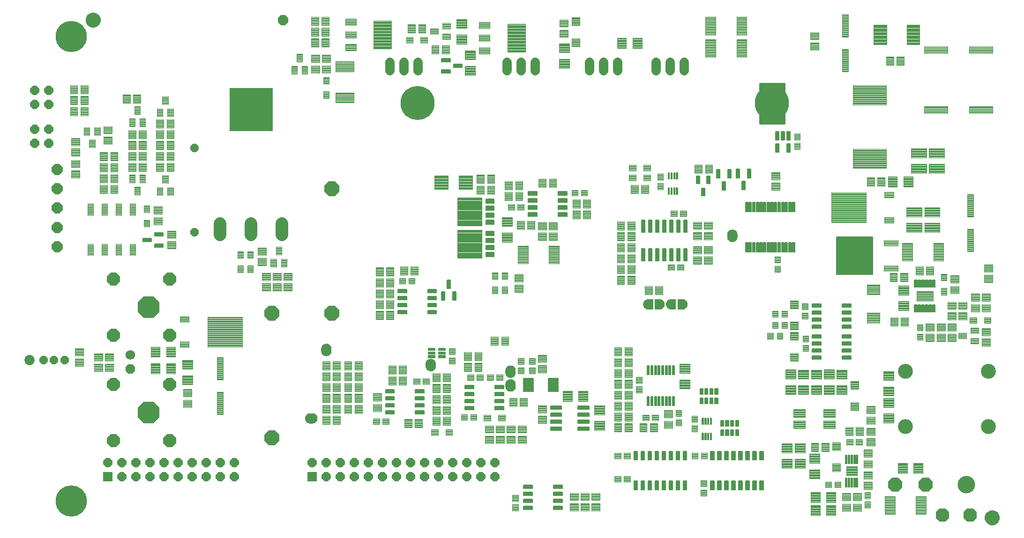
<source format=gts>
G75*
%MOIN*%
%OFA0B0*%
%FSLAX25Y25*%
%IPPOS*%
%LPD*%
%AMOC8*
5,1,8,0,0,1.08239X$1,22.5*
%
%ADD10C,0.01000*%
%ADD11C,0.00454*%
%ADD12C,0.00457*%
%ADD13C,0.00459*%
%ADD14C,0.00393*%
%ADD15C,0.00504*%
%ADD16C,0.06600*%
%ADD17C,0.00461*%
%ADD18OC8,0.07687*%
%ADD19C,0.00414*%
%ADD20C,0.00525*%
%ADD21C,0.00574*%
%ADD22C,0.00504*%
%ADD23C,0.00552*%
%ADD24OC8,0.09200*%
%ADD25OC8,0.15600*%
%ADD26C,0.00437*%
%ADD27C,0.13198*%
%ADD28C,0.00580*%
%ADD29OC8,0.06506*%
%ADD30C,0.00600*%
%ADD31C,0.00510*%
%ADD32C,0.08850*%
%ADD33C,0.00306*%
%ADD34OC8,0.05915*%
%ADD35C,0.07293*%
%ADD36OC8,0.06000*%
%ADD37OC8,0.10600*%
%ADD38R,0.06506X0.06506*%
%ADD39OC8,0.10293*%
%ADD40C,0.12411*%
%ADD41C,0.00514*%
%ADD42C,0.00500*%
%ADD43C,0.00441*%
%ADD44C,0.00402*%
%ADD45OC8,0.06900*%
%ADD46C,0.06900*%
%ADD47OC8,0.09655*%
%ADD48C,0.00386*%
%ADD49C,0.00473*%
%ADD50C,0.00526*%
%ADD51C,0.00528*%
%ADD52C,0.00450*%
%ADD53C,0.00431*%
%ADD54C,0.00477*%
%ADD55C,0.10600*%
%ADD56C,0.00503*%
%ADD57C,0.00351*%
%ADD58OC8,0.07096*%
%ADD59C,0.00100*%
%ADD60C,0.00428*%
%ADD61C,0.00594*%
%ADD62C,0.00408*%
%ADD63C,0.24222*%
%ADD64C,0.22254*%
D10*
X0620064Y0366362D02*
X0620064Y0395112D01*
X0637564Y0395112D01*
X0637564Y0366362D01*
X0620064Y0366362D01*
X0620064Y0366429D02*
X0637564Y0366429D01*
X0637564Y0367428D02*
X0620064Y0367428D01*
X0620064Y0368426D02*
X0637564Y0368426D01*
X0637564Y0369425D02*
X0620064Y0369425D01*
X0620064Y0370423D02*
X0637564Y0370423D01*
X0637564Y0371422D02*
X0620064Y0371422D01*
X0620064Y0372420D02*
X0637564Y0372420D01*
X0637564Y0373419D02*
X0620064Y0373419D01*
X0620064Y0374417D02*
X0637564Y0374417D01*
X0637564Y0375416D02*
X0620064Y0375416D01*
X0620064Y0376414D02*
X0637564Y0376414D01*
X0637564Y0377413D02*
X0620064Y0377413D01*
X0620064Y0378411D02*
X0637564Y0378411D01*
X0637564Y0379410D02*
X0620064Y0379410D01*
X0620064Y0380408D02*
X0637564Y0380408D01*
X0637564Y0381407D02*
X0620064Y0381407D01*
X0620064Y0382405D02*
X0637564Y0382405D01*
X0637564Y0383404D02*
X0620064Y0383404D01*
X0620064Y0384402D02*
X0637564Y0384402D01*
X0637564Y0385401D02*
X0620064Y0385401D01*
X0620064Y0386399D02*
X0637564Y0386399D01*
X0637564Y0387398D02*
X0620064Y0387398D01*
X0620064Y0388396D02*
X0637564Y0388396D01*
X0637564Y0389395D02*
X0620064Y0389395D01*
X0620064Y0390393D02*
X0637564Y0390393D01*
X0637564Y0391392D02*
X0620064Y0391392D01*
X0620064Y0392390D02*
X0637564Y0392390D01*
X0637564Y0393389D02*
X0620064Y0393389D01*
X0620064Y0394387D02*
X0637564Y0394387D01*
D11*
X0648605Y0359197D02*
X0648605Y0354721D01*
X0644523Y0354721D01*
X0644523Y0359197D01*
X0648605Y0359197D01*
X0648605Y0355174D02*
X0644523Y0355174D01*
X0644523Y0355627D02*
X0648605Y0355627D01*
X0648605Y0356080D02*
X0644523Y0356080D01*
X0644523Y0356533D02*
X0648605Y0356533D01*
X0648605Y0356986D02*
X0644523Y0356986D01*
X0644523Y0357439D02*
X0648605Y0357439D01*
X0648605Y0357892D02*
X0644523Y0357892D01*
X0644523Y0358345D02*
X0648605Y0358345D01*
X0648605Y0358798D02*
X0644523Y0358798D01*
X0648605Y0352504D02*
X0648605Y0348028D01*
X0644523Y0348028D01*
X0644523Y0352504D01*
X0648605Y0352504D01*
X0648605Y0348481D02*
X0644523Y0348481D01*
X0644523Y0348934D02*
X0648605Y0348934D01*
X0648605Y0349387D02*
X0644523Y0349387D01*
X0644523Y0349840D02*
X0648605Y0349840D01*
X0648605Y0350293D02*
X0644523Y0350293D01*
X0644523Y0350746D02*
X0648605Y0350746D01*
X0648605Y0351199D02*
X0644523Y0351199D01*
X0644523Y0351652D02*
X0648605Y0351652D01*
X0648605Y0352105D02*
X0644523Y0352105D01*
X0715183Y0317630D02*
X0715183Y0313548D01*
X0708739Y0313548D01*
X0708739Y0317630D01*
X0715183Y0317630D01*
X0715183Y0314001D02*
X0708739Y0314001D01*
X0708739Y0314454D02*
X0715183Y0314454D01*
X0715183Y0314907D02*
X0708739Y0314907D01*
X0708739Y0315360D02*
X0715183Y0315360D01*
X0715183Y0315813D02*
X0708739Y0315813D01*
X0708739Y0316266D02*
X0715183Y0316266D01*
X0715183Y0316719D02*
X0708739Y0316719D01*
X0708739Y0317172D02*
X0715183Y0317172D01*
X0715183Y0317625D02*
X0708739Y0317625D01*
X0715183Y0299677D02*
X0715183Y0295595D01*
X0708739Y0295595D01*
X0708739Y0299677D01*
X0715183Y0299677D01*
X0715183Y0296048D02*
X0708739Y0296048D01*
X0708739Y0296501D02*
X0715183Y0296501D01*
X0715183Y0296954D02*
X0708739Y0296954D01*
X0708739Y0297407D02*
X0715183Y0297407D01*
X0715183Y0297860D02*
X0708739Y0297860D01*
X0708739Y0298313D02*
X0715183Y0298313D01*
X0715183Y0298766D02*
X0708739Y0298766D01*
X0708739Y0299219D02*
X0715183Y0299219D01*
X0715183Y0299672D02*
X0708739Y0299672D01*
X0748773Y0259415D02*
X0748773Y0254545D01*
X0748773Y0259415D02*
X0752855Y0259415D01*
X0752855Y0254545D01*
X0748773Y0254545D01*
X0748773Y0254998D02*
X0752855Y0254998D01*
X0752855Y0255451D02*
X0748773Y0255451D01*
X0748773Y0255904D02*
X0752855Y0255904D01*
X0752855Y0256357D02*
X0748773Y0256357D01*
X0748773Y0256810D02*
X0752855Y0256810D01*
X0752855Y0257263D02*
X0748773Y0257263D01*
X0748773Y0257716D02*
X0752855Y0257716D01*
X0752855Y0258169D02*
X0748773Y0258169D01*
X0748773Y0258622D02*
X0752855Y0258622D01*
X0752855Y0259075D02*
X0748773Y0259075D01*
X0748773Y0249179D02*
X0748773Y0244309D01*
X0748773Y0249179D02*
X0752855Y0249179D01*
X0752855Y0244309D01*
X0748773Y0244309D01*
X0748773Y0244762D02*
X0752855Y0244762D01*
X0752855Y0245215D02*
X0748773Y0245215D01*
X0748773Y0245668D02*
X0752855Y0245668D01*
X0752855Y0246121D02*
X0748773Y0246121D01*
X0748773Y0246574D02*
X0752855Y0246574D01*
X0752855Y0247027D02*
X0748773Y0247027D01*
X0748773Y0247480D02*
X0752855Y0247480D01*
X0752855Y0247933D02*
X0748773Y0247933D01*
X0748773Y0248386D02*
X0752855Y0248386D01*
X0752855Y0248839D02*
X0748773Y0248839D01*
X0769261Y0224321D02*
X0774131Y0224321D01*
X0769261Y0224321D02*
X0769261Y0228403D01*
X0774131Y0228403D01*
X0774131Y0224321D01*
X0774131Y0224774D02*
X0769261Y0224774D01*
X0769261Y0225227D02*
X0774131Y0225227D01*
X0774131Y0225680D02*
X0769261Y0225680D01*
X0769261Y0226133D02*
X0774131Y0226133D01*
X0774131Y0226586D02*
X0769261Y0226586D01*
X0769261Y0227039D02*
X0774131Y0227039D01*
X0774131Y0227492D02*
X0769261Y0227492D01*
X0769261Y0227945D02*
X0774131Y0227945D01*
X0774131Y0228398D02*
X0769261Y0228398D01*
X0779497Y0224321D02*
X0784367Y0224321D01*
X0779497Y0224321D02*
X0779497Y0228403D01*
X0784367Y0228403D01*
X0784367Y0224321D01*
X0784367Y0224774D02*
X0779497Y0224774D01*
X0779497Y0225227D02*
X0784367Y0225227D01*
X0784367Y0225680D02*
X0779497Y0225680D01*
X0779497Y0226133D02*
X0784367Y0226133D01*
X0784367Y0226586D02*
X0779497Y0226586D01*
X0779497Y0227039D02*
X0784367Y0227039D01*
X0784367Y0227492D02*
X0779497Y0227492D01*
X0779497Y0227945D02*
X0784367Y0227945D01*
X0784367Y0228398D02*
X0779497Y0228398D01*
X0775473Y0221143D02*
X0775473Y0217061D01*
X0769815Y0217061D01*
X0769815Y0221143D01*
X0775473Y0221143D01*
X0775473Y0217514D02*
X0769815Y0217514D01*
X0769815Y0217967D02*
X0775473Y0217967D01*
X0775473Y0218420D02*
X0769815Y0218420D01*
X0769815Y0218873D02*
X0775473Y0218873D01*
X0775473Y0219326D02*
X0769815Y0219326D01*
X0769815Y0219779D02*
X0775473Y0219779D01*
X0775473Y0220232D02*
X0769815Y0220232D01*
X0769815Y0220685D02*
X0775473Y0220685D01*
X0775473Y0221138D02*
X0769815Y0221138D01*
X0766812Y0217403D02*
X0766812Y0213321D01*
X0761154Y0213321D01*
X0761154Y0217403D01*
X0766812Y0217403D01*
X0766812Y0213774D02*
X0761154Y0213774D01*
X0761154Y0214227D02*
X0766812Y0214227D01*
X0766812Y0214680D02*
X0761154Y0214680D01*
X0761154Y0215133D02*
X0766812Y0215133D01*
X0766812Y0215586D02*
X0761154Y0215586D01*
X0761154Y0216039D02*
X0766812Y0216039D01*
X0766812Y0216492D02*
X0761154Y0216492D01*
X0761154Y0216945D02*
X0766812Y0216945D01*
X0766812Y0217398D02*
X0761154Y0217398D01*
X0775473Y0213663D02*
X0775473Y0209581D01*
X0769815Y0209581D01*
X0769815Y0213663D01*
X0775473Y0213663D01*
X0775473Y0210034D02*
X0769815Y0210034D01*
X0769815Y0210487D02*
X0775473Y0210487D01*
X0775473Y0210940D02*
X0769815Y0210940D01*
X0769815Y0211393D02*
X0775473Y0211393D01*
X0775473Y0211846D02*
X0769815Y0211846D01*
X0769815Y0212299D02*
X0775473Y0212299D01*
X0775473Y0212752D02*
X0769815Y0212752D01*
X0769815Y0213205D02*
X0775473Y0213205D01*
X0775473Y0213658D02*
X0769815Y0213658D01*
X0735855Y0212278D02*
X0735855Y0216754D01*
X0735855Y0212278D02*
X0731773Y0212278D01*
X0731773Y0216754D01*
X0735855Y0216754D01*
X0735855Y0212731D02*
X0731773Y0212731D01*
X0731773Y0213184D02*
X0735855Y0213184D01*
X0735855Y0213637D02*
X0731773Y0213637D01*
X0731773Y0214090D02*
X0735855Y0214090D01*
X0735855Y0214543D02*
X0731773Y0214543D01*
X0731773Y0214996D02*
X0735855Y0214996D01*
X0735855Y0215449D02*
X0731773Y0215449D01*
X0731773Y0215902D02*
X0735855Y0215902D01*
X0735855Y0216355D02*
X0731773Y0216355D01*
X0735855Y0218971D02*
X0735855Y0223447D01*
X0735855Y0218971D02*
X0731773Y0218971D01*
X0731773Y0223447D01*
X0735855Y0223447D01*
X0735855Y0219424D02*
X0731773Y0219424D01*
X0731773Y0219877D02*
X0735855Y0219877D01*
X0735855Y0220330D02*
X0731773Y0220330D01*
X0731773Y0220783D02*
X0735855Y0220783D01*
X0735855Y0221236D02*
X0731773Y0221236D01*
X0731773Y0221689D02*
X0735855Y0221689D01*
X0735855Y0222142D02*
X0731773Y0222142D01*
X0731773Y0222595D02*
X0735855Y0222595D01*
X0735855Y0223048D02*
X0731773Y0223048D01*
X0654605Y0215447D02*
X0654605Y0210971D01*
X0650523Y0210971D01*
X0650523Y0215447D01*
X0654605Y0215447D01*
X0654605Y0211424D02*
X0650523Y0211424D01*
X0650523Y0211877D02*
X0654605Y0211877D01*
X0654605Y0212330D02*
X0650523Y0212330D01*
X0650523Y0212783D02*
X0654605Y0212783D01*
X0654605Y0213236D02*
X0650523Y0213236D01*
X0650523Y0213689D02*
X0654605Y0213689D01*
X0654605Y0214142D02*
X0650523Y0214142D01*
X0650523Y0214595D02*
X0654605Y0214595D01*
X0654605Y0215048D02*
X0650523Y0215048D01*
X0639701Y0225100D02*
X0635619Y0225100D01*
X0639701Y0225100D02*
X0639701Y0220624D01*
X0635619Y0220624D01*
X0635619Y0225100D01*
X0635619Y0221077D02*
X0639701Y0221077D01*
X0639701Y0221530D02*
X0635619Y0221530D01*
X0635619Y0221983D02*
X0639701Y0221983D01*
X0639701Y0222436D02*
X0635619Y0222436D01*
X0635619Y0222889D02*
X0639701Y0222889D01*
X0639701Y0223342D02*
X0635619Y0223342D01*
X0635619Y0223795D02*
X0639701Y0223795D01*
X0639701Y0224248D02*
X0635619Y0224248D01*
X0635619Y0224701D02*
X0639701Y0224701D01*
X0633008Y0225100D02*
X0628926Y0225100D01*
X0633008Y0225100D02*
X0633008Y0220624D01*
X0628926Y0220624D01*
X0628926Y0225100D01*
X0628926Y0221077D02*
X0633008Y0221077D01*
X0633008Y0221530D02*
X0628926Y0221530D01*
X0628926Y0221983D02*
X0633008Y0221983D01*
X0633008Y0222436D02*
X0628926Y0222436D01*
X0628926Y0222889D02*
X0633008Y0222889D01*
X0633008Y0223342D02*
X0628926Y0223342D01*
X0628926Y0223795D02*
X0633008Y0223795D01*
X0633008Y0224248D02*
X0628926Y0224248D01*
X0628926Y0224701D02*
X0633008Y0224701D01*
X0632119Y0217350D02*
X0636201Y0217350D01*
X0636201Y0212874D01*
X0632119Y0212874D01*
X0632119Y0217350D01*
X0632119Y0213327D02*
X0636201Y0213327D01*
X0636201Y0213780D02*
X0632119Y0213780D01*
X0632119Y0214233D02*
X0636201Y0214233D01*
X0636201Y0214686D02*
X0632119Y0214686D01*
X0632119Y0215139D02*
X0636201Y0215139D01*
X0636201Y0215592D02*
X0632119Y0215592D01*
X0632119Y0216045D02*
X0636201Y0216045D01*
X0636201Y0216498D02*
X0632119Y0216498D01*
X0632119Y0216951D02*
X0636201Y0216951D01*
X0629508Y0217350D02*
X0625426Y0217350D01*
X0629508Y0217350D02*
X0629508Y0212874D01*
X0625426Y0212874D01*
X0625426Y0217350D01*
X0625426Y0213327D02*
X0629508Y0213327D01*
X0629508Y0213780D02*
X0625426Y0213780D01*
X0625426Y0214233D02*
X0629508Y0214233D01*
X0629508Y0214686D02*
X0625426Y0214686D01*
X0625426Y0215139D02*
X0629508Y0215139D01*
X0629508Y0215592D02*
X0625426Y0215592D01*
X0625426Y0216045D02*
X0629508Y0216045D01*
X0629508Y0216498D02*
X0625426Y0216498D01*
X0625426Y0216951D02*
X0629508Y0216951D01*
X0628926Y0233100D02*
X0633008Y0233100D01*
X0633008Y0228624D01*
X0628926Y0228624D01*
X0628926Y0233100D01*
X0628926Y0229077D02*
X0633008Y0229077D01*
X0633008Y0229530D02*
X0628926Y0229530D01*
X0628926Y0229983D02*
X0633008Y0229983D01*
X0633008Y0230436D02*
X0628926Y0230436D01*
X0628926Y0230889D02*
X0633008Y0230889D01*
X0633008Y0231342D02*
X0628926Y0231342D01*
X0628926Y0231795D02*
X0633008Y0231795D01*
X0633008Y0232248D02*
X0628926Y0232248D01*
X0628926Y0232701D02*
X0633008Y0232701D01*
X0635619Y0233100D02*
X0639701Y0233100D01*
X0639701Y0228624D01*
X0635619Y0228624D01*
X0635619Y0233100D01*
X0635619Y0229077D02*
X0639701Y0229077D01*
X0639701Y0229530D02*
X0635619Y0229530D01*
X0635619Y0229983D02*
X0639701Y0229983D01*
X0639701Y0230436D02*
X0635619Y0230436D01*
X0635619Y0230889D02*
X0639701Y0230889D01*
X0639701Y0231342D02*
X0635619Y0231342D01*
X0635619Y0231795D02*
X0639701Y0231795D01*
X0639701Y0232248D02*
X0635619Y0232248D01*
X0635619Y0232701D02*
X0639701Y0232701D01*
X0650023Y0231754D02*
X0650023Y0227278D01*
X0650023Y0231754D02*
X0654105Y0231754D01*
X0654105Y0227278D01*
X0650023Y0227278D01*
X0650023Y0227731D02*
X0654105Y0227731D01*
X0654105Y0228184D02*
X0650023Y0228184D01*
X0650023Y0228637D02*
X0654105Y0228637D01*
X0654105Y0229090D02*
X0650023Y0229090D01*
X0650023Y0229543D02*
X0654105Y0229543D01*
X0654105Y0229996D02*
X0650023Y0229996D01*
X0650023Y0230449D02*
X0654105Y0230449D01*
X0654105Y0230902D02*
X0650023Y0230902D01*
X0650023Y0231355D02*
X0654105Y0231355D01*
X0650023Y0233971D02*
X0650023Y0238447D01*
X0654105Y0238447D01*
X0654105Y0233971D01*
X0650023Y0233971D01*
X0650023Y0234424D02*
X0654105Y0234424D01*
X0654105Y0234877D02*
X0650023Y0234877D01*
X0650023Y0235330D02*
X0654105Y0235330D01*
X0654105Y0235783D02*
X0650023Y0235783D01*
X0650023Y0236236D02*
X0654105Y0236236D01*
X0654105Y0236689D02*
X0650023Y0236689D01*
X0650023Y0237142D02*
X0654105Y0237142D01*
X0654105Y0237595D02*
X0650023Y0237595D01*
X0650023Y0238048D02*
X0654105Y0238048D01*
X0630523Y0260528D02*
X0630523Y0265004D01*
X0634605Y0265004D01*
X0634605Y0260528D01*
X0630523Y0260528D01*
X0630523Y0260981D02*
X0634605Y0260981D01*
X0634605Y0261434D02*
X0630523Y0261434D01*
X0630523Y0261887D02*
X0634605Y0261887D01*
X0634605Y0262340D02*
X0630523Y0262340D01*
X0630523Y0262793D02*
X0634605Y0262793D01*
X0634605Y0263246D02*
X0630523Y0263246D01*
X0630523Y0263699D02*
X0634605Y0263699D01*
X0634605Y0264152D02*
X0630523Y0264152D01*
X0630523Y0264605D02*
X0634605Y0264605D01*
X0630523Y0267221D02*
X0630523Y0271697D01*
X0634605Y0271697D01*
X0634605Y0267221D01*
X0630523Y0267221D01*
X0630523Y0267674D02*
X0634605Y0267674D01*
X0634605Y0268127D02*
X0630523Y0268127D01*
X0630523Y0268580D02*
X0634605Y0268580D01*
X0634605Y0269033D02*
X0630523Y0269033D01*
X0630523Y0269486D02*
X0634605Y0269486D01*
X0634605Y0269939D02*
X0630523Y0269939D01*
X0630523Y0270392D02*
X0634605Y0270392D01*
X0634605Y0270845D02*
X0630523Y0270845D01*
X0630523Y0271298D02*
X0634605Y0271298D01*
X0565898Y0266153D02*
X0561422Y0266153D01*
X0565898Y0266153D02*
X0565898Y0262071D01*
X0561422Y0262071D01*
X0561422Y0266153D01*
X0561422Y0262524D02*
X0565898Y0262524D01*
X0565898Y0262977D02*
X0561422Y0262977D01*
X0561422Y0263430D02*
X0565898Y0263430D01*
X0565898Y0263883D02*
X0561422Y0263883D01*
X0561422Y0264336D02*
X0565898Y0264336D01*
X0565898Y0264789D02*
X0561422Y0264789D01*
X0561422Y0265242D02*
X0565898Y0265242D01*
X0565898Y0265695D02*
X0561422Y0265695D01*
X0561422Y0266148D02*
X0565898Y0266148D01*
X0559205Y0266153D02*
X0554729Y0266153D01*
X0559205Y0266153D02*
X0559205Y0262071D01*
X0554729Y0262071D01*
X0554729Y0266153D01*
X0554729Y0262524D02*
X0559205Y0262524D01*
X0559205Y0262977D02*
X0554729Y0262977D01*
X0554729Y0263430D02*
X0559205Y0263430D01*
X0559205Y0263883D02*
X0554729Y0263883D01*
X0554729Y0264336D02*
X0559205Y0264336D01*
X0559205Y0264789D02*
X0554729Y0264789D01*
X0554729Y0265242D02*
X0559205Y0265242D01*
X0559205Y0265695D02*
X0554729Y0265695D01*
X0554729Y0266148D02*
X0559205Y0266148D01*
X0561205Y0304403D02*
X0556729Y0304403D01*
X0561205Y0304403D02*
X0561205Y0300321D01*
X0556729Y0300321D01*
X0556729Y0304403D01*
X0556729Y0300774D02*
X0561205Y0300774D01*
X0561205Y0301227D02*
X0556729Y0301227D01*
X0556729Y0301680D02*
X0561205Y0301680D01*
X0561205Y0302133D02*
X0556729Y0302133D01*
X0556729Y0302586D02*
X0561205Y0302586D01*
X0561205Y0303039D02*
X0556729Y0303039D01*
X0556729Y0303492D02*
X0561205Y0303492D01*
X0561205Y0303945D02*
X0556729Y0303945D01*
X0556729Y0304398D02*
X0561205Y0304398D01*
X0563422Y0304403D02*
X0567898Y0304403D01*
X0567898Y0300321D01*
X0563422Y0300321D01*
X0563422Y0304403D01*
X0563422Y0300774D02*
X0567898Y0300774D01*
X0567898Y0301227D02*
X0563422Y0301227D01*
X0563422Y0301680D02*
X0567898Y0301680D01*
X0567898Y0302133D02*
X0563422Y0302133D01*
X0563422Y0302586D02*
X0567898Y0302586D01*
X0567898Y0303039D02*
X0563422Y0303039D01*
X0563422Y0303492D02*
X0567898Y0303492D01*
X0567898Y0303945D02*
X0563422Y0303945D01*
X0563422Y0304398D02*
X0567898Y0304398D01*
X0551255Y0319428D02*
X0551255Y0323904D01*
X0551255Y0319428D02*
X0547173Y0319428D01*
X0547173Y0323904D01*
X0551255Y0323904D01*
X0551255Y0319881D02*
X0547173Y0319881D01*
X0547173Y0320334D02*
X0551255Y0320334D01*
X0551255Y0320787D02*
X0547173Y0320787D01*
X0547173Y0321240D02*
X0551255Y0321240D01*
X0551255Y0321693D02*
X0547173Y0321693D01*
X0547173Y0322146D02*
X0551255Y0322146D01*
X0551255Y0322599D02*
X0547173Y0322599D01*
X0547173Y0323052D02*
X0551255Y0323052D01*
X0551255Y0323505D02*
X0547173Y0323505D01*
X0551255Y0326121D02*
X0551255Y0330597D01*
X0551255Y0326121D02*
X0547173Y0326121D01*
X0547173Y0330597D01*
X0551255Y0330597D01*
X0551255Y0326574D02*
X0547173Y0326574D01*
X0547173Y0327027D02*
X0551255Y0327027D01*
X0551255Y0327480D02*
X0547173Y0327480D01*
X0547173Y0327933D02*
X0551255Y0327933D01*
X0551255Y0328386D02*
X0547173Y0328386D01*
X0547173Y0328839D02*
X0551255Y0328839D01*
X0551255Y0329292D02*
X0547173Y0329292D01*
X0547173Y0329745D02*
X0551255Y0329745D01*
X0551255Y0330198D02*
X0547173Y0330198D01*
X0542117Y0325821D02*
X0537247Y0325821D01*
X0537247Y0329903D01*
X0542117Y0329903D01*
X0542117Y0325821D01*
X0542117Y0326274D02*
X0537247Y0326274D01*
X0537247Y0326727D02*
X0542117Y0326727D01*
X0542117Y0327180D02*
X0537247Y0327180D01*
X0537247Y0327633D02*
X0542117Y0327633D01*
X0542117Y0328086D02*
X0537247Y0328086D01*
X0537247Y0328539D02*
X0542117Y0328539D01*
X0542117Y0328992D02*
X0537247Y0328992D01*
X0537247Y0329445D02*
X0542117Y0329445D01*
X0542117Y0329898D02*
X0537247Y0329898D01*
X0537247Y0332821D02*
X0542117Y0332821D01*
X0537247Y0332821D02*
X0537247Y0336903D01*
X0542117Y0336903D01*
X0542117Y0332821D01*
X0542117Y0333274D02*
X0537247Y0333274D01*
X0537247Y0333727D02*
X0542117Y0333727D01*
X0542117Y0334180D02*
X0537247Y0334180D01*
X0537247Y0334633D02*
X0542117Y0334633D01*
X0542117Y0335086D02*
X0537247Y0335086D01*
X0537247Y0335539D02*
X0542117Y0335539D01*
X0542117Y0335992D02*
X0537247Y0335992D01*
X0537247Y0336445D02*
X0542117Y0336445D01*
X0542117Y0336898D02*
X0537247Y0336898D01*
X0531881Y0332821D02*
X0527011Y0332821D01*
X0527011Y0336903D01*
X0531881Y0336903D01*
X0531881Y0332821D01*
X0531881Y0333274D02*
X0527011Y0333274D01*
X0527011Y0333727D02*
X0531881Y0333727D01*
X0531881Y0334180D02*
X0527011Y0334180D01*
X0527011Y0334633D02*
X0531881Y0334633D01*
X0531881Y0335086D02*
X0527011Y0335086D01*
X0527011Y0335539D02*
X0531881Y0335539D01*
X0531881Y0335992D02*
X0527011Y0335992D01*
X0527011Y0336445D02*
X0531881Y0336445D01*
X0531881Y0336898D02*
X0527011Y0336898D01*
X0527011Y0325821D02*
X0531881Y0325821D01*
X0527011Y0325821D02*
X0527011Y0329903D01*
X0531881Y0329903D01*
X0531881Y0325821D01*
X0531881Y0326274D02*
X0527011Y0326274D01*
X0527011Y0326727D02*
X0531881Y0326727D01*
X0531881Y0327180D02*
X0527011Y0327180D01*
X0527011Y0327633D02*
X0531881Y0327633D01*
X0531881Y0328086D02*
X0527011Y0328086D01*
X0527011Y0328539D02*
X0531881Y0328539D01*
X0531881Y0328992D02*
X0527011Y0328992D01*
X0527011Y0329445D02*
X0531881Y0329445D01*
X0531881Y0329898D02*
X0527011Y0329898D01*
X0497398Y0315071D02*
X0492922Y0315071D01*
X0492922Y0319153D01*
X0497398Y0319153D01*
X0497398Y0315071D01*
X0497398Y0315524D02*
X0492922Y0315524D01*
X0492922Y0315977D02*
X0497398Y0315977D01*
X0497398Y0316430D02*
X0492922Y0316430D01*
X0492922Y0316883D02*
X0497398Y0316883D01*
X0497398Y0317336D02*
X0492922Y0317336D01*
X0492922Y0317789D02*
X0497398Y0317789D01*
X0497398Y0318242D02*
X0492922Y0318242D01*
X0492922Y0318695D02*
X0497398Y0318695D01*
X0497398Y0319148D02*
X0492922Y0319148D01*
X0490705Y0315071D02*
X0486229Y0315071D01*
X0486229Y0319153D01*
X0490705Y0319153D01*
X0490705Y0315071D01*
X0490705Y0315524D02*
X0486229Y0315524D01*
X0486229Y0315977D02*
X0490705Y0315977D01*
X0490705Y0316430D02*
X0486229Y0316430D01*
X0486229Y0316883D02*
X0490705Y0316883D01*
X0490705Y0317336D02*
X0486229Y0317336D01*
X0486229Y0317789D02*
X0490705Y0317789D01*
X0490705Y0318242D02*
X0486229Y0318242D01*
X0486229Y0318695D02*
X0490705Y0318695D01*
X0490705Y0319148D02*
X0486229Y0319148D01*
X0452148Y0308903D02*
X0447672Y0308903D01*
X0452148Y0308903D02*
X0452148Y0304821D01*
X0447672Y0304821D01*
X0447672Y0308903D01*
X0447672Y0305274D02*
X0452148Y0305274D01*
X0452148Y0305727D02*
X0447672Y0305727D01*
X0447672Y0306180D02*
X0452148Y0306180D01*
X0452148Y0306633D02*
X0447672Y0306633D01*
X0447672Y0307086D02*
X0452148Y0307086D01*
X0452148Y0307539D02*
X0447672Y0307539D01*
X0447672Y0307992D02*
X0452148Y0307992D01*
X0452148Y0308445D02*
X0447672Y0308445D01*
X0447672Y0308898D02*
X0452148Y0308898D01*
X0445455Y0308903D02*
X0440979Y0308903D01*
X0445455Y0308903D02*
X0445455Y0304821D01*
X0440979Y0304821D01*
X0440979Y0308903D01*
X0440979Y0305274D02*
X0445455Y0305274D01*
X0445455Y0305727D02*
X0440979Y0305727D01*
X0440979Y0306180D02*
X0445455Y0306180D01*
X0445455Y0306633D02*
X0440979Y0306633D01*
X0440979Y0307086D02*
X0445455Y0307086D01*
X0445455Y0307539D02*
X0440979Y0307539D01*
X0440979Y0307992D02*
X0445455Y0307992D01*
X0445455Y0308445D02*
X0440979Y0308445D01*
X0440979Y0308898D02*
X0445455Y0308898D01*
X0440605Y0260415D02*
X0440605Y0255545D01*
X0436523Y0255545D01*
X0436523Y0260415D01*
X0440605Y0260415D01*
X0440605Y0255998D02*
X0436523Y0255998D01*
X0436523Y0256451D02*
X0440605Y0256451D01*
X0440605Y0256904D02*
X0436523Y0256904D01*
X0436523Y0257357D02*
X0440605Y0257357D01*
X0440605Y0257810D02*
X0436523Y0257810D01*
X0436523Y0258263D02*
X0440605Y0258263D01*
X0440605Y0258716D02*
X0436523Y0258716D01*
X0436523Y0259169D02*
X0440605Y0259169D01*
X0440605Y0259622D02*
X0436523Y0259622D01*
X0436523Y0260075D02*
X0440605Y0260075D01*
X0433605Y0260415D02*
X0433605Y0255545D01*
X0429523Y0255545D01*
X0429523Y0260415D01*
X0433605Y0260415D01*
X0433605Y0255998D02*
X0429523Y0255998D01*
X0429523Y0256451D02*
X0433605Y0256451D01*
X0433605Y0256904D02*
X0429523Y0256904D01*
X0429523Y0257357D02*
X0433605Y0257357D01*
X0433605Y0257810D02*
X0429523Y0257810D01*
X0429523Y0258263D02*
X0433605Y0258263D01*
X0433605Y0258716D02*
X0429523Y0258716D01*
X0429523Y0259169D02*
X0433605Y0259169D01*
X0433605Y0259622D02*
X0429523Y0259622D01*
X0429523Y0260075D02*
X0433605Y0260075D01*
X0433605Y0250179D02*
X0433605Y0245309D01*
X0429523Y0245309D01*
X0429523Y0250179D01*
X0433605Y0250179D01*
X0433605Y0245762D02*
X0429523Y0245762D01*
X0429523Y0246215D02*
X0433605Y0246215D01*
X0433605Y0246668D02*
X0429523Y0246668D01*
X0429523Y0247121D02*
X0433605Y0247121D01*
X0433605Y0247574D02*
X0429523Y0247574D01*
X0429523Y0248027D02*
X0433605Y0248027D01*
X0433605Y0248480D02*
X0429523Y0248480D01*
X0429523Y0248933D02*
X0433605Y0248933D01*
X0433605Y0249386D02*
X0429523Y0249386D01*
X0429523Y0249839D02*
X0433605Y0249839D01*
X0440605Y0250179D02*
X0440605Y0245309D01*
X0436523Y0245309D01*
X0436523Y0250179D01*
X0440605Y0250179D01*
X0440605Y0245762D02*
X0436523Y0245762D01*
X0436523Y0246215D02*
X0440605Y0246215D01*
X0440605Y0246668D02*
X0436523Y0246668D01*
X0436523Y0247121D02*
X0440605Y0247121D01*
X0440605Y0247574D02*
X0436523Y0247574D01*
X0436523Y0248027D02*
X0440605Y0248027D01*
X0440605Y0248480D02*
X0436523Y0248480D01*
X0436523Y0248933D02*
X0440605Y0248933D01*
X0440605Y0249386D02*
X0436523Y0249386D01*
X0436523Y0249839D02*
X0440605Y0249839D01*
X0374648Y0256403D02*
X0370172Y0256403D01*
X0374648Y0256403D02*
X0374648Y0252321D01*
X0370172Y0252321D01*
X0370172Y0256403D01*
X0370172Y0252774D02*
X0374648Y0252774D01*
X0374648Y0253227D02*
X0370172Y0253227D01*
X0370172Y0253680D02*
X0374648Y0253680D01*
X0374648Y0254133D02*
X0370172Y0254133D01*
X0370172Y0254586D02*
X0374648Y0254586D01*
X0374648Y0255039D02*
X0370172Y0255039D01*
X0370172Y0255492D02*
X0374648Y0255492D01*
X0374648Y0255945D02*
X0370172Y0255945D01*
X0370172Y0256398D02*
X0374648Y0256398D01*
X0367955Y0256403D02*
X0363479Y0256403D01*
X0367955Y0256403D02*
X0367955Y0252321D01*
X0363479Y0252321D01*
X0363479Y0256403D01*
X0363479Y0252774D02*
X0367955Y0252774D01*
X0367955Y0253227D02*
X0363479Y0253227D01*
X0363479Y0253680D02*
X0367955Y0253680D01*
X0367955Y0254133D02*
X0363479Y0254133D01*
X0363479Y0254586D02*
X0367955Y0254586D01*
X0367955Y0255039D02*
X0363479Y0255039D01*
X0363479Y0255492D02*
X0367955Y0255492D01*
X0367955Y0255945D02*
X0363479Y0255945D01*
X0363479Y0256398D02*
X0367955Y0256398D01*
X0283595Y0264452D02*
X0279513Y0264452D01*
X0279513Y0270110D01*
X0283595Y0270110D01*
X0283595Y0264452D01*
X0283595Y0264905D02*
X0279513Y0264905D01*
X0279513Y0265358D02*
X0283595Y0265358D01*
X0283595Y0265811D02*
X0279513Y0265811D01*
X0279513Y0266264D02*
X0283595Y0266264D01*
X0283595Y0266717D02*
X0279513Y0266717D01*
X0279513Y0267170D02*
X0283595Y0267170D01*
X0283595Y0267623D02*
X0279513Y0267623D01*
X0279513Y0268076D02*
X0283595Y0268076D01*
X0283595Y0268529D02*
X0279513Y0268529D01*
X0279513Y0268982D02*
X0283595Y0268982D01*
X0283595Y0269435D02*
X0279513Y0269435D01*
X0279513Y0269888D02*
X0283595Y0269888D01*
X0279855Y0273114D02*
X0275773Y0273114D01*
X0275773Y0278772D01*
X0279855Y0278772D01*
X0279855Y0273114D01*
X0279855Y0273567D02*
X0275773Y0273567D01*
X0275773Y0274020D02*
X0279855Y0274020D01*
X0279855Y0274473D02*
X0275773Y0274473D01*
X0275773Y0274926D02*
X0279855Y0274926D01*
X0279855Y0275379D02*
X0275773Y0275379D01*
X0275773Y0275832D02*
X0279855Y0275832D01*
X0279855Y0276285D02*
X0275773Y0276285D01*
X0275773Y0276738D02*
X0279855Y0276738D01*
X0279855Y0277191D02*
X0275773Y0277191D01*
X0275773Y0277644D02*
X0279855Y0277644D01*
X0279855Y0278097D02*
X0275773Y0278097D01*
X0275773Y0278550D02*
X0279855Y0278550D01*
X0255523Y0275415D02*
X0255523Y0270545D01*
X0255523Y0275415D02*
X0259605Y0275415D01*
X0259605Y0270545D01*
X0255523Y0270545D01*
X0255523Y0270998D02*
X0259605Y0270998D01*
X0259605Y0271451D02*
X0255523Y0271451D01*
X0255523Y0271904D02*
X0259605Y0271904D01*
X0259605Y0272357D02*
X0255523Y0272357D01*
X0255523Y0272810D02*
X0259605Y0272810D01*
X0259605Y0273263D02*
X0255523Y0273263D01*
X0255523Y0273716D02*
X0259605Y0273716D01*
X0259605Y0274169D02*
X0255523Y0274169D01*
X0255523Y0274622D02*
X0259605Y0274622D01*
X0259605Y0275075D02*
X0255523Y0275075D01*
X0252605Y0275415D02*
X0252605Y0270545D01*
X0248523Y0270545D01*
X0248523Y0275415D01*
X0252605Y0275415D01*
X0252605Y0270998D02*
X0248523Y0270998D01*
X0248523Y0271451D02*
X0252605Y0271451D01*
X0252605Y0271904D02*
X0248523Y0271904D01*
X0248523Y0272357D02*
X0252605Y0272357D01*
X0252605Y0272810D02*
X0248523Y0272810D01*
X0248523Y0273263D02*
X0252605Y0273263D01*
X0252605Y0273716D02*
X0248523Y0273716D01*
X0248523Y0274169D02*
X0252605Y0274169D01*
X0252605Y0274622D02*
X0248523Y0274622D01*
X0248523Y0275075D02*
X0252605Y0275075D01*
X0252605Y0265179D02*
X0252605Y0260309D01*
X0248523Y0260309D01*
X0248523Y0265179D01*
X0252605Y0265179D01*
X0252605Y0260762D02*
X0248523Y0260762D01*
X0248523Y0261215D02*
X0252605Y0261215D01*
X0252605Y0261668D02*
X0248523Y0261668D01*
X0248523Y0262121D02*
X0252605Y0262121D01*
X0252605Y0262574D02*
X0248523Y0262574D01*
X0248523Y0263027D02*
X0252605Y0263027D01*
X0252605Y0263480D02*
X0248523Y0263480D01*
X0248523Y0263933D02*
X0252605Y0263933D01*
X0252605Y0264386D02*
X0248523Y0264386D01*
X0248523Y0264839D02*
X0252605Y0264839D01*
X0255523Y0265179D02*
X0255523Y0260309D01*
X0255523Y0265179D02*
X0259605Y0265179D01*
X0259605Y0260309D01*
X0255523Y0260309D01*
X0255523Y0260762D02*
X0259605Y0260762D01*
X0259605Y0261215D02*
X0255523Y0261215D01*
X0255523Y0261668D02*
X0259605Y0261668D01*
X0259605Y0262121D02*
X0255523Y0262121D01*
X0255523Y0262574D02*
X0259605Y0262574D01*
X0259605Y0263027D02*
X0255523Y0263027D01*
X0255523Y0263480D02*
X0259605Y0263480D01*
X0259605Y0263933D02*
X0255523Y0263933D01*
X0255523Y0264386D02*
X0259605Y0264386D01*
X0259605Y0264839D02*
X0255523Y0264839D01*
X0272032Y0264452D02*
X0276114Y0264452D01*
X0272032Y0264452D02*
X0272032Y0270110D01*
X0276114Y0270110D01*
X0276114Y0264452D01*
X0276114Y0264905D02*
X0272032Y0264905D01*
X0272032Y0265358D02*
X0276114Y0265358D01*
X0276114Y0265811D02*
X0272032Y0265811D01*
X0272032Y0266264D02*
X0276114Y0266264D01*
X0276114Y0266717D02*
X0272032Y0266717D01*
X0272032Y0267170D02*
X0276114Y0267170D01*
X0276114Y0267623D02*
X0272032Y0267623D01*
X0272032Y0268076D02*
X0276114Y0268076D01*
X0276114Y0268529D02*
X0272032Y0268529D01*
X0272032Y0268982D02*
X0276114Y0268982D01*
X0276114Y0269435D02*
X0272032Y0269435D01*
X0272032Y0269888D02*
X0276114Y0269888D01*
X0207564Y0229130D02*
X0207564Y0225048D01*
X0207564Y0229130D02*
X0214008Y0229130D01*
X0214008Y0225048D01*
X0207564Y0225048D01*
X0207564Y0225501D02*
X0214008Y0225501D01*
X0214008Y0225954D02*
X0207564Y0225954D01*
X0207564Y0226407D02*
X0214008Y0226407D01*
X0214008Y0226860D02*
X0207564Y0226860D01*
X0207564Y0227313D02*
X0214008Y0227313D01*
X0214008Y0227766D02*
X0207564Y0227766D01*
X0207564Y0228219D02*
X0214008Y0228219D01*
X0214008Y0228672D02*
X0207564Y0228672D01*
X0207564Y0229125D02*
X0214008Y0229125D01*
X0207564Y0211177D02*
X0207564Y0207095D01*
X0207564Y0211177D02*
X0214008Y0211177D01*
X0214008Y0207095D01*
X0207564Y0207095D01*
X0207564Y0207548D02*
X0214008Y0207548D01*
X0214008Y0208001D02*
X0207564Y0208001D01*
X0207564Y0208454D02*
X0214008Y0208454D01*
X0214008Y0208907D02*
X0207564Y0208907D01*
X0207564Y0209360D02*
X0214008Y0209360D01*
X0214008Y0209813D02*
X0207564Y0209813D01*
X0207564Y0210266D02*
X0214008Y0210266D01*
X0214008Y0210719D02*
X0207564Y0210719D01*
X0207564Y0211172D02*
X0214008Y0211172D01*
X0175855Y0280819D02*
X0171773Y0280819D01*
X0175855Y0280819D02*
X0175855Y0272799D01*
X0171773Y0272799D01*
X0171773Y0280819D01*
X0171773Y0273252D02*
X0175855Y0273252D01*
X0175855Y0273705D02*
X0171773Y0273705D01*
X0171773Y0274158D02*
X0175855Y0274158D01*
X0175855Y0274611D02*
X0171773Y0274611D01*
X0171773Y0275064D02*
X0175855Y0275064D01*
X0175855Y0275517D02*
X0171773Y0275517D01*
X0171773Y0275970D02*
X0175855Y0275970D01*
X0175855Y0276423D02*
X0171773Y0276423D01*
X0171773Y0276876D02*
X0175855Y0276876D01*
X0175855Y0277329D02*
X0171773Y0277329D01*
X0171773Y0277782D02*
X0175855Y0277782D01*
X0175855Y0278235D02*
X0171773Y0278235D01*
X0171773Y0278688D02*
X0175855Y0278688D01*
X0175855Y0279141D02*
X0171773Y0279141D01*
X0171773Y0279594D02*
X0175855Y0279594D01*
X0175855Y0280047D02*
X0171773Y0280047D01*
X0171773Y0280500D02*
X0175855Y0280500D01*
X0165855Y0280819D02*
X0161773Y0280819D01*
X0165855Y0280819D02*
X0165855Y0272799D01*
X0161773Y0272799D01*
X0161773Y0280819D01*
X0161773Y0273252D02*
X0165855Y0273252D01*
X0165855Y0273705D02*
X0161773Y0273705D01*
X0161773Y0274158D02*
X0165855Y0274158D01*
X0165855Y0274611D02*
X0161773Y0274611D01*
X0161773Y0275064D02*
X0165855Y0275064D01*
X0165855Y0275517D02*
X0161773Y0275517D01*
X0161773Y0275970D02*
X0165855Y0275970D01*
X0165855Y0276423D02*
X0161773Y0276423D01*
X0161773Y0276876D02*
X0165855Y0276876D01*
X0165855Y0277329D02*
X0161773Y0277329D01*
X0161773Y0277782D02*
X0165855Y0277782D01*
X0165855Y0278235D02*
X0161773Y0278235D01*
X0161773Y0278688D02*
X0165855Y0278688D01*
X0165855Y0279141D02*
X0161773Y0279141D01*
X0161773Y0279594D02*
X0165855Y0279594D01*
X0165855Y0280047D02*
X0161773Y0280047D01*
X0161773Y0280500D02*
X0165855Y0280500D01*
X0155855Y0280819D02*
X0151773Y0280819D01*
X0155855Y0280819D02*
X0155855Y0272799D01*
X0151773Y0272799D01*
X0151773Y0280819D01*
X0151773Y0273252D02*
X0155855Y0273252D01*
X0155855Y0273705D02*
X0151773Y0273705D01*
X0151773Y0274158D02*
X0155855Y0274158D01*
X0155855Y0274611D02*
X0151773Y0274611D01*
X0151773Y0275064D02*
X0155855Y0275064D01*
X0155855Y0275517D02*
X0151773Y0275517D01*
X0151773Y0275970D02*
X0155855Y0275970D01*
X0155855Y0276423D02*
X0151773Y0276423D01*
X0151773Y0276876D02*
X0155855Y0276876D01*
X0155855Y0277329D02*
X0151773Y0277329D01*
X0151773Y0277782D02*
X0155855Y0277782D01*
X0155855Y0278235D02*
X0151773Y0278235D01*
X0151773Y0278688D02*
X0155855Y0278688D01*
X0155855Y0279141D02*
X0151773Y0279141D01*
X0151773Y0279594D02*
X0155855Y0279594D01*
X0155855Y0280047D02*
X0151773Y0280047D01*
X0151773Y0280500D02*
X0155855Y0280500D01*
X0145855Y0280819D02*
X0141773Y0280819D01*
X0145855Y0280819D02*
X0145855Y0272799D01*
X0141773Y0272799D01*
X0141773Y0280819D01*
X0141773Y0273252D02*
X0145855Y0273252D01*
X0145855Y0273705D02*
X0141773Y0273705D01*
X0141773Y0274158D02*
X0145855Y0274158D01*
X0145855Y0274611D02*
X0141773Y0274611D01*
X0141773Y0275064D02*
X0145855Y0275064D01*
X0145855Y0275517D02*
X0141773Y0275517D01*
X0141773Y0275970D02*
X0145855Y0275970D01*
X0145855Y0276423D02*
X0141773Y0276423D01*
X0141773Y0276876D02*
X0145855Y0276876D01*
X0145855Y0277329D02*
X0141773Y0277329D01*
X0141773Y0277782D02*
X0145855Y0277782D01*
X0145855Y0278235D02*
X0141773Y0278235D01*
X0141773Y0278688D02*
X0145855Y0278688D01*
X0145855Y0279141D02*
X0141773Y0279141D01*
X0141773Y0279594D02*
X0145855Y0279594D01*
X0145855Y0280047D02*
X0141773Y0280047D01*
X0141773Y0280500D02*
X0145855Y0280500D01*
X0145855Y0309166D02*
X0141773Y0309166D01*
X0145855Y0309166D02*
X0145855Y0301146D01*
X0141773Y0301146D01*
X0141773Y0309166D01*
X0141773Y0301599D02*
X0145855Y0301599D01*
X0145855Y0302052D02*
X0141773Y0302052D01*
X0141773Y0302505D02*
X0145855Y0302505D01*
X0145855Y0302958D02*
X0141773Y0302958D01*
X0141773Y0303411D02*
X0145855Y0303411D01*
X0145855Y0303864D02*
X0141773Y0303864D01*
X0141773Y0304317D02*
X0145855Y0304317D01*
X0145855Y0304770D02*
X0141773Y0304770D01*
X0141773Y0305223D02*
X0145855Y0305223D01*
X0145855Y0305676D02*
X0141773Y0305676D01*
X0141773Y0306129D02*
X0145855Y0306129D01*
X0145855Y0306582D02*
X0141773Y0306582D01*
X0141773Y0307035D02*
X0145855Y0307035D01*
X0145855Y0307488D02*
X0141773Y0307488D01*
X0141773Y0307941D02*
X0145855Y0307941D01*
X0145855Y0308394D02*
X0141773Y0308394D01*
X0141773Y0308847D02*
X0145855Y0308847D01*
X0151773Y0309166D02*
X0155855Y0309166D01*
X0155855Y0301146D01*
X0151773Y0301146D01*
X0151773Y0309166D01*
X0151773Y0301599D02*
X0155855Y0301599D01*
X0155855Y0302052D02*
X0151773Y0302052D01*
X0151773Y0302505D02*
X0155855Y0302505D01*
X0155855Y0302958D02*
X0151773Y0302958D01*
X0151773Y0303411D02*
X0155855Y0303411D01*
X0155855Y0303864D02*
X0151773Y0303864D01*
X0151773Y0304317D02*
X0155855Y0304317D01*
X0155855Y0304770D02*
X0151773Y0304770D01*
X0151773Y0305223D02*
X0155855Y0305223D01*
X0155855Y0305676D02*
X0151773Y0305676D01*
X0151773Y0306129D02*
X0155855Y0306129D01*
X0155855Y0306582D02*
X0151773Y0306582D01*
X0151773Y0307035D02*
X0155855Y0307035D01*
X0155855Y0307488D02*
X0151773Y0307488D01*
X0151773Y0307941D02*
X0155855Y0307941D01*
X0155855Y0308394D02*
X0151773Y0308394D01*
X0151773Y0308847D02*
X0155855Y0308847D01*
X0161773Y0309166D02*
X0165855Y0309166D01*
X0165855Y0301146D01*
X0161773Y0301146D01*
X0161773Y0309166D01*
X0161773Y0301599D02*
X0165855Y0301599D01*
X0165855Y0302052D02*
X0161773Y0302052D01*
X0161773Y0302505D02*
X0165855Y0302505D01*
X0165855Y0302958D02*
X0161773Y0302958D01*
X0161773Y0303411D02*
X0165855Y0303411D01*
X0165855Y0303864D02*
X0161773Y0303864D01*
X0161773Y0304317D02*
X0165855Y0304317D01*
X0165855Y0304770D02*
X0161773Y0304770D01*
X0161773Y0305223D02*
X0165855Y0305223D01*
X0165855Y0305676D02*
X0161773Y0305676D01*
X0161773Y0306129D02*
X0165855Y0306129D01*
X0165855Y0306582D02*
X0161773Y0306582D01*
X0161773Y0307035D02*
X0165855Y0307035D01*
X0165855Y0307488D02*
X0161773Y0307488D01*
X0161773Y0307941D02*
X0165855Y0307941D01*
X0165855Y0308394D02*
X0161773Y0308394D01*
X0161773Y0308847D02*
X0165855Y0308847D01*
X0171773Y0309166D02*
X0175855Y0309166D01*
X0175855Y0301146D01*
X0171773Y0301146D01*
X0171773Y0309166D01*
X0171773Y0301599D02*
X0175855Y0301599D01*
X0175855Y0302052D02*
X0171773Y0302052D01*
X0171773Y0302505D02*
X0175855Y0302505D01*
X0175855Y0302958D02*
X0171773Y0302958D01*
X0171773Y0303411D02*
X0175855Y0303411D01*
X0175855Y0303864D02*
X0171773Y0303864D01*
X0171773Y0304317D02*
X0175855Y0304317D01*
X0175855Y0304770D02*
X0171773Y0304770D01*
X0171773Y0305223D02*
X0175855Y0305223D01*
X0175855Y0305676D02*
X0171773Y0305676D01*
X0171773Y0306129D02*
X0175855Y0306129D01*
X0175855Y0306582D02*
X0171773Y0306582D01*
X0171773Y0307035D02*
X0175855Y0307035D01*
X0175855Y0307488D02*
X0171773Y0307488D01*
X0171773Y0307941D02*
X0175855Y0307941D01*
X0175855Y0308394D02*
X0171773Y0308394D01*
X0171773Y0308847D02*
X0175855Y0308847D01*
X0181773Y0308035D02*
X0181773Y0303165D01*
X0181773Y0308035D02*
X0185855Y0308035D01*
X0185855Y0303165D01*
X0181773Y0303165D01*
X0181773Y0303618D02*
X0185855Y0303618D01*
X0185855Y0304071D02*
X0181773Y0304071D01*
X0181773Y0304524D02*
X0185855Y0304524D01*
X0185855Y0304977D02*
X0181773Y0304977D01*
X0181773Y0305430D02*
X0185855Y0305430D01*
X0185855Y0305883D02*
X0181773Y0305883D01*
X0181773Y0306336D02*
X0185855Y0306336D01*
X0185855Y0306789D02*
X0181773Y0306789D01*
X0181773Y0307242D02*
X0185855Y0307242D01*
X0185855Y0307695D02*
X0181773Y0307695D01*
X0181773Y0297799D02*
X0181773Y0292929D01*
X0181773Y0297799D02*
X0185855Y0297799D01*
X0185855Y0292929D01*
X0181773Y0292929D01*
X0181773Y0293382D02*
X0185855Y0293382D01*
X0185855Y0293835D02*
X0181773Y0293835D01*
X0181773Y0294288D02*
X0185855Y0294288D01*
X0185855Y0294741D02*
X0181773Y0294741D01*
X0181773Y0295194D02*
X0185855Y0295194D01*
X0185855Y0295647D02*
X0181773Y0295647D01*
X0181773Y0296100D02*
X0185855Y0296100D01*
X0185855Y0296553D02*
X0181773Y0296553D01*
X0181773Y0297006D02*
X0185855Y0297006D01*
X0185855Y0297459D02*
X0181773Y0297459D01*
X0179355Y0321360D02*
X0175273Y0321360D01*
X0179355Y0321360D02*
X0179355Y0315702D01*
X0175273Y0315702D01*
X0175273Y0321360D01*
X0175273Y0316155D02*
X0179355Y0316155D01*
X0179355Y0316608D02*
X0175273Y0316608D01*
X0175273Y0317061D02*
X0179355Y0317061D01*
X0179355Y0317514D02*
X0175273Y0317514D01*
X0175273Y0317967D02*
X0179355Y0317967D01*
X0179355Y0318420D02*
X0175273Y0318420D01*
X0175273Y0318873D02*
X0179355Y0318873D01*
X0179355Y0319326D02*
X0175273Y0319326D01*
X0175273Y0319779D02*
X0179355Y0319779D01*
X0179355Y0320232D02*
X0175273Y0320232D01*
X0175273Y0320685D02*
X0179355Y0320685D01*
X0179355Y0321138D02*
X0175273Y0321138D01*
X0175614Y0330022D02*
X0171532Y0330022D01*
X0175614Y0330022D02*
X0175614Y0324364D01*
X0171532Y0324364D01*
X0171532Y0330022D01*
X0171532Y0324817D02*
X0175614Y0324817D01*
X0175614Y0325270D02*
X0171532Y0325270D01*
X0171532Y0325723D02*
X0175614Y0325723D01*
X0175614Y0326176D02*
X0171532Y0326176D01*
X0171532Y0326629D02*
X0175614Y0326629D01*
X0175614Y0327082D02*
X0171532Y0327082D01*
X0171532Y0327535D02*
X0175614Y0327535D01*
X0175614Y0327988D02*
X0171532Y0327988D01*
X0171532Y0328441D02*
X0175614Y0328441D01*
X0175614Y0328894D02*
X0171532Y0328894D01*
X0171532Y0329347D02*
X0175614Y0329347D01*
X0175614Y0329800D02*
X0171532Y0329800D01*
X0179013Y0330022D02*
X0183095Y0330022D01*
X0183095Y0324364D01*
X0179013Y0324364D01*
X0179013Y0330022D01*
X0179013Y0324817D02*
X0183095Y0324817D01*
X0183095Y0325270D02*
X0179013Y0325270D01*
X0179013Y0325723D02*
X0183095Y0325723D01*
X0183095Y0326176D02*
X0179013Y0326176D01*
X0179013Y0326629D02*
X0183095Y0326629D01*
X0183095Y0327082D02*
X0179013Y0327082D01*
X0179013Y0327535D02*
X0183095Y0327535D01*
X0183095Y0327988D02*
X0179013Y0327988D01*
X0179013Y0328441D02*
X0183095Y0328441D01*
X0183095Y0328894D02*
X0179013Y0328894D01*
X0179013Y0329347D02*
X0183095Y0329347D01*
X0183095Y0329800D02*
X0179013Y0329800D01*
X0195023Y0324114D02*
X0199105Y0324114D01*
X0195023Y0324114D02*
X0195023Y0329772D01*
X0199105Y0329772D01*
X0199105Y0324114D01*
X0199105Y0324567D02*
X0195023Y0324567D01*
X0195023Y0325020D02*
X0199105Y0325020D01*
X0199105Y0325473D02*
X0195023Y0325473D01*
X0195023Y0325926D02*
X0199105Y0325926D01*
X0199105Y0326379D02*
X0195023Y0326379D01*
X0195023Y0326832D02*
X0199105Y0326832D01*
X0199105Y0327285D02*
X0195023Y0327285D01*
X0195023Y0327738D02*
X0199105Y0327738D01*
X0199105Y0328191D02*
X0195023Y0328191D01*
X0195023Y0328644D02*
X0199105Y0328644D01*
X0199105Y0329097D02*
X0195023Y0329097D01*
X0195023Y0329550D02*
X0199105Y0329550D01*
X0198763Y0315452D02*
X0202845Y0315452D01*
X0198763Y0315452D02*
X0198763Y0321110D01*
X0202845Y0321110D01*
X0202845Y0315452D01*
X0202845Y0315905D02*
X0198763Y0315905D01*
X0198763Y0316358D02*
X0202845Y0316358D01*
X0202845Y0316811D02*
X0198763Y0316811D01*
X0198763Y0317264D02*
X0202845Y0317264D01*
X0202845Y0317717D02*
X0198763Y0317717D01*
X0198763Y0318170D02*
X0202845Y0318170D01*
X0202845Y0318623D02*
X0198763Y0318623D01*
X0198763Y0319076D02*
X0202845Y0319076D01*
X0202845Y0319529D02*
X0198763Y0319529D01*
X0198763Y0319982D02*
X0202845Y0319982D01*
X0202845Y0320435D02*
X0198763Y0320435D01*
X0198763Y0320888D02*
X0202845Y0320888D01*
X0195364Y0315452D02*
X0191282Y0315452D01*
X0191282Y0321110D01*
X0195364Y0321110D01*
X0195364Y0315452D01*
X0195364Y0315905D02*
X0191282Y0315905D01*
X0191282Y0316358D02*
X0195364Y0316358D01*
X0195364Y0316811D02*
X0191282Y0316811D01*
X0191282Y0317264D02*
X0195364Y0317264D01*
X0195364Y0317717D02*
X0191282Y0317717D01*
X0191282Y0318170D02*
X0195364Y0318170D01*
X0195364Y0318623D02*
X0191282Y0318623D01*
X0191282Y0319076D02*
X0195364Y0319076D01*
X0195364Y0319529D02*
X0191282Y0319529D01*
X0191282Y0319982D02*
X0195364Y0319982D01*
X0195364Y0320435D02*
X0191282Y0320435D01*
X0191282Y0320888D02*
X0195364Y0320888D01*
X0147105Y0355110D02*
X0143023Y0355110D01*
X0147105Y0355110D02*
X0147105Y0349452D01*
X0143023Y0349452D01*
X0143023Y0355110D01*
X0143023Y0349905D02*
X0147105Y0349905D01*
X0147105Y0350358D02*
X0143023Y0350358D01*
X0143023Y0350811D02*
X0147105Y0350811D01*
X0147105Y0351264D02*
X0143023Y0351264D01*
X0143023Y0351717D02*
X0147105Y0351717D01*
X0147105Y0352170D02*
X0143023Y0352170D01*
X0143023Y0352623D02*
X0147105Y0352623D01*
X0147105Y0353076D02*
X0143023Y0353076D01*
X0143023Y0353529D02*
X0147105Y0353529D01*
X0147105Y0353982D02*
X0143023Y0353982D01*
X0143023Y0354435D02*
X0147105Y0354435D01*
X0147105Y0354888D02*
X0143023Y0354888D01*
X0143364Y0363772D02*
X0139282Y0363772D01*
X0143364Y0363772D02*
X0143364Y0358114D01*
X0139282Y0358114D01*
X0139282Y0363772D01*
X0139282Y0358567D02*
X0143364Y0358567D01*
X0143364Y0359020D02*
X0139282Y0359020D01*
X0139282Y0359473D02*
X0143364Y0359473D01*
X0143364Y0359926D02*
X0139282Y0359926D01*
X0139282Y0360379D02*
X0143364Y0360379D01*
X0143364Y0360832D02*
X0139282Y0360832D01*
X0139282Y0361285D02*
X0143364Y0361285D01*
X0143364Y0361738D02*
X0139282Y0361738D01*
X0139282Y0362191D02*
X0143364Y0362191D01*
X0143364Y0362644D02*
X0139282Y0362644D01*
X0139282Y0363097D02*
X0143364Y0363097D01*
X0143364Y0363550D02*
X0139282Y0363550D01*
X0146763Y0363772D02*
X0150845Y0363772D01*
X0150845Y0358114D01*
X0146763Y0358114D01*
X0146763Y0363772D01*
X0146763Y0358567D02*
X0150845Y0358567D01*
X0150845Y0359020D02*
X0146763Y0359020D01*
X0146763Y0359473D02*
X0150845Y0359473D01*
X0150845Y0359926D02*
X0146763Y0359926D01*
X0146763Y0360379D02*
X0150845Y0360379D01*
X0150845Y0360832D02*
X0146763Y0360832D01*
X0146763Y0361285D02*
X0150845Y0361285D01*
X0150845Y0361738D02*
X0146763Y0361738D01*
X0146763Y0362191D02*
X0150845Y0362191D01*
X0150845Y0362644D02*
X0146763Y0362644D01*
X0146763Y0363097D02*
X0150845Y0363097D01*
X0150845Y0363550D02*
X0146763Y0363550D01*
X0171532Y0364202D02*
X0175614Y0364202D01*
X0171532Y0364202D02*
X0171532Y0369860D01*
X0175614Y0369860D01*
X0175614Y0364202D01*
X0175614Y0364655D02*
X0171532Y0364655D01*
X0171532Y0365108D02*
X0175614Y0365108D01*
X0175614Y0365561D02*
X0171532Y0365561D01*
X0171532Y0366014D02*
X0175614Y0366014D01*
X0175614Y0366467D02*
X0171532Y0366467D01*
X0171532Y0366920D02*
X0175614Y0366920D01*
X0175614Y0367373D02*
X0171532Y0367373D01*
X0171532Y0367826D02*
X0175614Y0367826D01*
X0175614Y0368279D02*
X0171532Y0368279D01*
X0171532Y0368732D02*
X0175614Y0368732D01*
X0175614Y0369185D02*
X0171532Y0369185D01*
X0171532Y0369638D02*
X0175614Y0369638D01*
X0179013Y0364202D02*
X0183095Y0364202D01*
X0179013Y0364202D02*
X0179013Y0369860D01*
X0183095Y0369860D01*
X0183095Y0364202D01*
X0183095Y0364655D02*
X0179013Y0364655D01*
X0179013Y0365108D02*
X0183095Y0365108D01*
X0183095Y0365561D02*
X0179013Y0365561D01*
X0179013Y0366014D02*
X0183095Y0366014D01*
X0183095Y0366467D02*
X0179013Y0366467D01*
X0179013Y0366920D02*
X0183095Y0366920D01*
X0183095Y0367373D02*
X0179013Y0367373D01*
X0179013Y0367826D02*
X0183095Y0367826D01*
X0183095Y0368279D02*
X0179013Y0368279D01*
X0179013Y0368732D02*
X0183095Y0368732D01*
X0183095Y0369185D02*
X0179013Y0369185D01*
X0179013Y0369638D02*
X0183095Y0369638D01*
X0179355Y0372864D02*
X0175273Y0372864D01*
X0175273Y0378522D01*
X0179355Y0378522D01*
X0179355Y0372864D01*
X0179355Y0373317D02*
X0175273Y0373317D01*
X0175273Y0373770D02*
X0179355Y0373770D01*
X0179355Y0374223D02*
X0175273Y0374223D01*
X0175273Y0374676D02*
X0179355Y0374676D01*
X0179355Y0375129D02*
X0175273Y0375129D01*
X0175273Y0375582D02*
X0179355Y0375582D01*
X0179355Y0376035D02*
X0175273Y0376035D01*
X0175273Y0376488D02*
X0179355Y0376488D01*
X0179355Y0376941D02*
X0175273Y0376941D01*
X0175273Y0377394D02*
X0179355Y0377394D01*
X0179355Y0377847D02*
X0175273Y0377847D01*
X0175273Y0378300D02*
X0179355Y0378300D01*
X0191282Y0371452D02*
X0195364Y0371452D01*
X0191282Y0371452D02*
X0191282Y0377110D01*
X0195364Y0377110D01*
X0195364Y0371452D01*
X0195364Y0371905D02*
X0191282Y0371905D01*
X0191282Y0372358D02*
X0195364Y0372358D01*
X0195364Y0372811D02*
X0191282Y0372811D01*
X0191282Y0373264D02*
X0195364Y0373264D01*
X0195364Y0373717D02*
X0191282Y0373717D01*
X0191282Y0374170D02*
X0195364Y0374170D01*
X0195364Y0374623D02*
X0191282Y0374623D01*
X0191282Y0375076D02*
X0195364Y0375076D01*
X0195364Y0375529D02*
X0191282Y0375529D01*
X0191282Y0375982D02*
X0195364Y0375982D01*
X0195364Y0376435D02*
X0191282Y0376435D01*
X0191282Y0376888D02*
X0195364Y0376888D01*
X0198763Y0371452D02*
X0202845Y0371452D01*
X0198763Y0371452D02*
X0198763Y0377110D01*
X0202845Y0377110D01*
X0202845Y0371452D01*
X0202845Y0371905D02*
X0198763Y0371905D01*
X0198763Y0372358D02*
X0202845Y0372358D01*
X0202845Y0372811D02*
X0198763Y0372811D01*
X0198763Y0373264D02*
X0202845Y0373264D01*
X0202845Y0373717D02*
X0198763Y0373717D01*
X0198763Y0374170D02*
X0202845Y0374170D01*
X0202845Y0374623D02*
X0198763Y0374623D01*
X0198763Y0375076D02*
X0202845Y0375076D01*
X0202845Y0375529D02*
X0198763Y0375529D01*
X0198763Y0375982D02*
X0202845Y0375982D01*
X0202845Y0376435D02*
X0198763Y0376435D01*
X0198763Y0376888D02*
X0202845Y0376888D01*
X0199105Y0380114D02*
X0195023Y0380114D01*
X0195023Y0385772D01*
X0199105Y0385772D01*
X0199105Y0380114D01*
X0199105Y0380567D02*
X0195023Y0380567D01*
X0195023Y0381020D02*
X0199105Y0381020D01*
X0199105Y0381473D02*
X0195023Y0381473D01*
X0195023Y0381926D02*
X0199105Y0381926D01*
X0199105Y0382379D02*
X0195023Y0382379D01*
X0195023Y0382832D02*
X0199105Y0382832D01*
X0199105Y0383285D02*
X0195023Y0383285D01*
X0195023Y0383738D02*
X0199105Y0383738D01*
X0199105Y0384191D02*
X0195023Y0384191D01*
X0195023Y0384644D02*
X0199105Y0384644D01*
X0199105Y0385097D02*
X0195023Y0385097D01*
X0195023Y0385550D02*
X0199105Y0385550D01*
X0286782Y0401702D02*
X0290864Y0401702D01*
X0286782Y0401702D02*
X0286782Y0407360D01*
X0290864Y0407360D01*
X0290864Y0401702D01*
X0290864Y0402155D02*
X0286782Y0402155D01*
X0286782Y0402608D02*
X0290864Y0402608D01*
X0290864Y0403061D02*
X0286782Y0403061D01*
X0286782Y0403514D02*
X0290864Y0403514D01*
X0290864Y0403967D02*
X0286782Y0403967D01*
X0286782Y0404420D02*
X0290864Y0404420D01*
X0290864Y0404873D02*
X0286782Y0404873D01*
X0286782Y0405326D02*
X0290864Y0405326D01*
X0290864Y0405779D02*
X0286782Y0405779D01*
X0286782Y0406232D02*
X0290864Y0406232D01*
X0290864Y0406685D02*
X0286782Y0406685D01*
X0286782Y0407138D02*
X0290864Y0407138D01*
X0294263Y0401702D02*
X0298345Y0401702D01*
X0294263Y0401702D02*
X0294263Y0407360D01*
X0298345Y0407360D01*
X0298345Y0401702D01*
X0298345Y0402155D02*
X0294263Y0402155D01*
X0294263Y0402608D02*
X0298345Y0402608D01*
X0298345Y0403061D02*
X0294263Y0403061D01*
X0294263Y0403514D02*
X0298345Y0403514D01*
X0298345Y0403967D02*
X0294263Y0403967D01*
X0294263Y0404420D02*
X0298345Y0404420D01*
X0298345Y0404873D02*
X0294263Y0404873D01*
X0294263Y0405326D02*
X0298345Y0405326D01*
X0298345Y0405779D02*
X0294263Y0405779D01*
X0294263Y0406232D02*
X0298345Y0406232D01*
X0298345Y0406685D02*
X0294263Y0406685D01*
X0294263Y0407138D02*
X0298345Y0407138D01*
X0294605Y0410364D02*
X0290523Y0410364D01*
X0290523Y0416022D01*
X0294605Y0416022D01*
X0294605Y0410364D01*
X0294605Y0410817D02*
X0290523Y0410817D01*
X0290523Y0411270D02*
X0294605Y0411270D01*
X0294605Y0411723D02*
X0290523Y0411723D01*
X0290523Y0412176D02*
X0294605Y0412176D01*
X0294605Y0412629D02*
X0290523Y0412629D01*
X0290523Y0413082D02*
X0294605Y0413082D01*
X0294605Y0413535D02*
X0290523Y0413535D01*
X0290523Y0413988D02*
X0294605Y0413988D01*
X0294605Y0414441D02*
X0290523Y0414441D01*
X0290523Y0414894D02*
X0294605Y0414894D01*
X0294605Y0415347D02*
X0290523Y0415347D01*
X0290523Y0415800D02*
X0294605Y0415800D01*
X0309523Y0399415D02*
X0309523Y0394545D01*
X0309523Y0399415D02*
X0313605Y0399415D01*
X0313605Y0394545D01*
X0309523Y0394545D01*
X0309523Y0394998D02*
X0313605Y0394998D01*
X0313605Y0395451D02*
X0309523Y0395451D01*
X0309523Y0395904D02*
X0313605Y0395904D01*
X0313605Y0396357D02*
X0309523Y0396357D01*
X0309523Y0396810D02*
X0313605Y0396810D01*
X0313605Y0397263D02*
X0309523Y0397263D01*
X0309523Y0397716D02*
X0313605Y0397716D01*
X0313605Y0398169D02*
X0309523Y0398169D01*
X0309523Y0398622D02*
X0313605Y0398622D01*
X0313605Y0399075D02*
X0309523Y0399075D01*
X0309523Y0389179D02*
X0309523Y0384309D01*
X0309523Y0389179D02*
X0313605Y0389179D01*
X0313605Y0384309D01*
X0309523Y0384309D01*
X0309523Y0384762D02*
X0313605Y0384762D01*
X0313605Y0385215D02*
X0309523Y0385215D01*
X0309523Y0385668D02*
X0313605Y0385668D01*
X0313605Y0386121D02*
X0309523Y0386121D01*
X0309523Y0386574D02*
X0313605Y0386574D01*
X0313605Y0387027D02*
X0309523Y0387027D01*
X0309523Y0387480D02*
X0313605Y0387480D01*
X0313605Y0387933D02*
X0309523Y0387933D01*
X0309523Y0388386D02*
X0313605Y0388386D01*
X0313605Y0388839D02*
X0309523Y0388839D01*
X0368511Y0423821D02*
X0373381Y0423821D01*
X0368511Y0423821D02*
X0368511Y0427903D01*
X0373381Y0427903D01*
X0373381Y0423821D01*
X0373381Y0424274D02*
X0368511Y0424274D01*
X0368511Y0424727D02*
X0373381Y0424727D01*
X0373381Y0425180D02*
X0368511Y0425180D01*
X0368511Y0425633D02*
X0373381Y0425633D01*
X0373381Y0426086D02*
X0368511Y0426086D01*
X0368511Y0426539D02*
X0373381Y0426539D01*
X0373381Y0426992D02*
X0368511Y0426992D01*
X0368511Y0427445D02*
X0373381Y0427445D01*
X0373381Y0427898D02*
X0368511Y0427898D01*
X0378747Y0423821D02*
X0383617Y0423821D01*
X0378747Y0423821D02*
X0378747Y0427903D01*
X0383617Y0427903D01*
X0383617Y0423821D01*
X0383617Y0424274D02*
X0378747Y0424274D01*
X0378747Y0424727D02*
X0383617Y0424727D01*
X0383617Y0425180D02*
X0378747Y0425180D01*
X0378747Y0425633D02*
X0383617Y0425633D01*
X0383617Y0426086D02*
X0378747Y0426086D01*
X0378747Y0426539D02*
X0383617Y0426539D01*
X0383617Y0426992D02*
X0378747Y0426992D01*
X0378747Y0427445D02*
X0383617Y0427445D01*
X0383617Y0427898D02*
X0378747Y0427898D01*
X0391312Y0430071D02*
X0391312Y0434153D01*
X0391312Y0430071D02*
X0385654Y0430071D01*
X0385654Y0434153D01*
X0391312Y0434153D01*
X0391312Y0430524D02*
X0385654Y0430524D01*
X0385654Y0430977D02*
X0391312Y0430977D01*
X0391312Y0431430D02*
X0385654Y0431430D01*
X0385654Y0431883D02*
X0391312Y0431883D01*
X0391312Y0432336D02*
X0385654Y0432336D01*
X0385654Y0432789D02*
X0391312Y0432789D01*
X0391312Y0433242D02*
X0385654Y0433242D01*
X0385654Y0433695D02*
X0391312Y0433695D01*
X0391312Y0434148D02*
X0385654Y0434148D01*
X0399973Y0433811D02*
X0399973Y0437893D01*
X0399973Y0433811D02*
X0394315Y0433811D01*
X0394315Y0437893D01*
X0399973Y0437893D01*
X0399973Y0434264D02*
X0394315Y0434264D01*
X0394315Y0434717D02*
X0399973Y0434717D01*
X0399973Y0435170D02*
X0394315Y0435170D01*
X0394315Y0435623D02*
X0399973Y0435623D01*
X0399973Y0436076D02*
X0394315Y0436076D01*
X0394315Y0436529D02*
X0399973Y0436529D01*
X0399973Y0436982D02*
X0394315Y0436982D01*
X0394315Y0437435D02*
X0399973Y0437435D01*
X0399973Y0437888D02*
X0394315Y0437888D01*
X0399973Y0430413D02*
X0399973Y0426331D01*
X0394315Y0426331D01*
X0394315Y0430413D01*
X0399973Y0430413D01*
X0399973Y0426784D02*
X0394315Y0426784D01*
X0394315Y0427237D02*
X0399973Y0427237D01*
X0399973Y0427690D02*
X0394315Y0427690D01*
X0394315Y0428143D02*
X0399973Y0428143D01*
X0399973Y0428596D02*
X0394315Y0428596D01*
X0394315Y0429049D02*
X0399973Y0429049D01*
X0399973Y0429502D02*
X0394315Y0429502D01*
X0394315Y0429955D02*
X0399973Y0429955D01*
X0399973Y0430408D02*
X0394315Y0430408D01*
X0654605Y0208754D02*
X0654605Y0204278D01*
X0650523Y0204278D01*
X0650523Y0208754D01*
X0654605Y0208754D01*
X0654605Y0204731D02*
X0650523Y0204731D01*
X0650523Y0205184D02*
X0654605Y0205184D01*
X0654605Y0205637D02*
X0650523Y0205637D01*
X0650523Y0206090D02*
X0654605Y0206090D01*
X0654605Y0206543D02*
X0650523Y0206543D01*
X0650523Y0206996D02*
X0654605Y0206996D01*
X0654605Y0207449D02*
X0650523Y0207449D01*
X0650523Y0207902D02*
X0654605Y0207902D01*
X0654605Y0208355D02*
X0650523Y0208355D01*
X0564355Y0162447D02*
X0564355Y0157971D01*
X0560273Y0157971D01*
X0560273Y0162447D01*
X0564355Y0162447D01*
X0564355Y0158424D02*
X0560273Y0158424D01*
X0560273Y0158877D02*
X0564355Y0158877D01*
X0564355Y0159330D02*
X0560273Y0159330D01*
X0560273Y0159783D02*
X0564355Y0159783D01*
X0564355Y0160236D02*
X0560273Y0160236D01*
X0560273Y0160689D02*
X0564355Y0160689D01*
X0564355Y0161142D02*
X0560273Y0161142D01*
X0560273Y0161595D02*
X0564355Y0161595D01*
X0564355Y0162048D02*
X0560273Y0162048D01*
X0547898Y0155071D02*
X0543422Y0155071D01*
X0543422Y0159153D01*
X0547898Y0159153D01*
X0547898Y0155071D01*
X0547898Y0155524D02*
X0543422Y0155524D01*
X0543422Y0155977D02*
X0547898Y0155977D01*
X0547898Y0156430D02*
X0543422Y0156430D01*
X0543422Y0156883D02*
X0547898Y0156883D01*
X0547898Y0157336D02*
X0543422Y0157336D01*
X0543422Y0157789D02*
X0547898Y0157789D01*
X0547898Y0158242D02*
X0543422Y0158242D01*
X0543422Y0158695D02*
X0547898Y0158695D01*
X0547898Y0159148D02*
X0543422Y0159148D01*
X0541205Y0155071D02*
X0536729Y0155071D01*
X0536729Y0159153D01*
X0541205Y0159153D01*
X0541205Y0155071D01*
X0541205Y0155524D02*
X0536729Y0155524D01*
X0536729Y0155977D02*
X0541205Y0155977D01*
X0541205Y0156430D02*
X0536729Y0156430D01*
X0536729Y0156883D02*
X0541205Y0156883D01*
X0541205Y0157336D02*
X0536729Y0157336D01*
X0536729Y0157789D02*
X0541205Y0157789D01*
X0541205Y0158242D02*
X0536729Y0158242D01*
X0536729Y0158695D02*
X0541205Y0158695D01*
X0541205Y0159148D02*
X0536729Y0159148D01*
X0564355Y0155754D02*
X0564355Y0151278D01*
X0560273Y0151278D01*
X0560273Y0155754D01*
X0564355Y0155754D01*
X0564355Y0151731D02*
X0560273Y0151731D01*
X0560273Y0152184D02*
X0564355Y0152184D01*
X0564355Y0152637D02*
X0560273Y0152637D01*
X0560273Y0153090D02*
X0564355Y0153090D01*
X0564355Y0153543D02*
X0560273Y0153543D01*
X0560273Y0153996D02*
X0564355Y0153996D01*
X0564355Y0154449D02*
X0560273Y0154449D01*
X0560273Y0154902D02*
X0564355Y0154902D01*
X0564355Y0155355D02*
X0560273Y0155355D01*
X0571523Y0153721D02*
X0571523Y0158197D01*
X0575605Y0158197D01*
X0575605Y0153721D01*
X0571523Y0153721D01*
X0571523Y0154174D02*
X0575605Y0154174D01*
X0575605Y0154627D02*
X0571523Y0154627D01*
X0571523Y0155080D02*
X0575605Y0155080D01*
X0575605Y0155533D02*
X0571523Y0155533D01*
X0571523Y0155986D02*
X0575605Y0155986D01*
X0575605Y0156439D02*
X0571523Y0156439D01*
X0571523Y0156892D02*
X0575605Y0156892D01*
X0575605Y0157345D02*
X0571523Y0157345D01*
X0571523Y0157798D02*
X0575605Y0157798D01*
X0571523Y0151504D02*
X0571523Y0147028D01*
X0571523Y0151504D02*
X0575605Y0151504D01*
X0575605Y0147028D01*
X0571523Y0147028D01*
X0571523Y0147481D02*
X0575605Y0147481D01*
X0575605Y0147934D02*
X0571523Y0147934D01*
X0571523Y0148387D02*
X0575605Y0148387D01*
X0575605Y0148840D02*
X0571523Y0148840D01*
X0571523Y0149293D02*
X0575605Y0149293D01*
X0575605Y0149746D02*
X0571523Y0149746D01*
X0571523Y0150199D02*
X0575605Y0150199D01*
X0575605Y0150652D02*
X0571523Y0150652D01*
X0571523Y0151105D02*
X0575605Y0151105D01*
X0575955Y0127821D02*
X0571479Y0127821D01*
X0571479Y0131903D01*
X0575955Y0131903D01*
X0575955Y0127821D01*
X0575955Y0128274D02*
X0571479Y0128274D01*
X0571479Y0128727D02*
X0575955Y0128727D01*
X0575955Y0129180D02*
X0571479Y0129180D01*
X0571479Y0129633D02*
X0575955Y0129633D01*
X0575955Y0130086D02*
X0571479Y0130086D01*
X0571479Y0130539D02*
X0575955Y0130539D01*
X0575955Y0130992D02*
X0571479Y0130992D01*
X0571479Y0131445D02*
X0575955Y0131445D01*
X0575955Y0131898D02*
X0571479Y0131898D01*
X0578172Y0127821D02*
X0582648Y0127821D01*
X0578172Y0127821D02*
X0578172Y0131903D01*
X0582648Y0131903D01*
X0582648Y0127821D01*
X0582648Y0128274D02*
X0578172Y0128274D01*
X0578172Y0128727D02*
X0582648Y0128727D01*
X0582648Y0129180D02*
X0578172Y0129180D01*
X0578172Y0129633D02*
X0582648Y0129633D01*
X0582648Y0130086D02*
X0578172Y0130086D01*
X0578172Y0130539D02*
X0582648Y0130539D01*
X0582648Y0130992D02*
X0578172Y0130992D01*
X0578172Y0131445D02*
X0582648Y0131445D01*
X0582648Y0131898D02*
X0578172Y0131898D01*
X0578023Y0112447D02*
X0578023Y0107971D01*
X0578023Y0112447D02*
X0582105Y0112447D01*
X0582105Y0107971D01*
X0578023Y0107971D01*
X0578023Y0108424D02*
X0582105Y0108424D01*
X0582105Y0108877D02*
X0578023Y0108877D01*
X0578023Y0109330D02*
X0582105Y0109330D01*
X0582105Y0109783D02*
X0578023Y0109783D01*
X0578023Y0110236D02*
X0582105Y0110236D01*
X0582105Y0110689D02*
X0578023Y0110689D01*
X0578023Y0111142D02*
X0582105Y0111142D01*
X0582105Y0111595D02*
X0578023Y0111595D01*
X0578023Y0112048D02*
X0582105Y0112048D01*
X0578023Y0105754D02*
X0578023Y0101278D01*
X0578023Y0105754D02*
X0582105Y0105754D01*
X0582105Y0101278D01*
X0578023Y0101278D01*
X0578023Y0101731D02*
X0582105Y0101731D01*
X0582105Y0102184D02*
X0578023Y0102184D01*
X0578023Y0102637D02*
X0582105Y0102637D01*
X0582105Y0103090D02*
X0578023Y0103090D01*
X0578023Y0103543D02*
X0582105Y0103543D01*
X0582105Y0103996D02*
X0578023Y0103996D01*
X0578023Y0104449D02*
X0582105Y0104449D01*
X0582105Y0104902D02*
X0578023Y0104902D01*
X0578023Y0105355D02*
X0582105Y0105355D01*
X0527898Y0115403D02*
X0523422Y0115403D01*
X0527898Y0115403D02*
X0527898Y0111321D01*
X0523422Y0111321D01*
X0523422Y0115403D01*
X0523422Y0111774D02*
X0527898Y0111774D01*
X0527898Y0112227D02*
X0523422Y0112227D01*
X0523422Y0112680D02*
X0527898Y0112680D01*
X0527898Y0113133D02*
X0523422Y0113133D01*
X0523422Y0113586D02*
X0527898Y0113586D01*
X0527898Y0114039D02*
X0523422Y0114039D01*
X0523422Y0114492D02*
X0527898Y0114492D01*
X0527898Y0114945D02*
X0523422Y0114945D01*
X0523422Y0115398D02*
X0527898Y0115398D01*
X0521205Y0115403D02*
X0516729Y0115403D01*
X0521205Y0115403D02*
X0521205Y0111321D01*
X0516729Y0111321D01*
X0516729Y0115403D01*
X0516729Y0111774D02*
X0521205Y0111774D01*
X0521205Y0112227D02*
X0516729Y0112227D01*
X0516729Y0112680D02*
X0521205Y0112680D01*
X0521205Y0113133D02*
X0516729Y0113133D01*
X0516729Y0113586D02*
X0521205Y0113586D01*
X0521205Y0114039D02*
X0516729Y0114039D01*
X0516729Y0114492D02*
X0521205Y0114492D01*
X0521205Y0114945D02*
X0516729Y0114945D01*
X0516729Y0115398D02*
X0521205Y0115398D01*
X0521205Y0127821D02*
X0516729Y0127821D01*
X0516729Y0131903D01*
X0521205Y0131903D01*
X0521205Y0127821D01*
X0521205Y0128274D02*
X0516729Y0128274D01*
X0516729Y0128727D02*
X0521205Y0128727D01*
X0521205Y0129180D02*
X0516729Y0129180D01*
X0516729Y0129633D02*
X0521205Y0129633D01*
X0521205Y0130086D02*
X0516729Y0130086D01*
X0516729Y0130539D02*
X0521205Y0130539D01*
X0521205Y0130992D02*
X0516729Y0130992D01*
X0516729Y0131445D02*
X0521205Y0131445D01*
X0521205Y0131898D02*
X0516729Y0131898D01*
X0523422Y0127821D02*
X0527898Y0127821D01*
X0523422Y0127821D02*
X0523422Y0131903D01*
X0527898Y0131903D01*
X0527898Y0127821D01*
X0527898Y0128274D02*
X0523422Y0128274D01*
X0523422Y0128727D02*
X0527898Y0128727D01*
X0527898Y0129180D02*
X0523422Y0129180D01*
X0523422Y0129633D02*
X0527898Y0129633D01*
X0527898Y0130086D02*
X0523422Y0130086D01*
X0523422Y0130539D02*
X0527898Y0130539D01*
X0527898Y0130992D02*
X0523422Y0130992D01*
X0523422Y0131445D02*
X0527898Y0131445D01*
X0527898Y0131898D02*
X0523422Y0131898D01*
X0444023Y0101947D02*
X0444023Y0097471D01*
X0444023Y0101947D02*
X0448105Y0101947D01*
X0448105Y0097471D01*
X0444023Y0097471D01*
X0444023Y0097924D02*
X0448105Y0097924D01*
X0448105Y0098377D02*
X0444023Y0098377D01*
X0444023Y0098830D02*
X0448105Y0098830D01*
X0448105Y0099283D02*
X0444023Y0099283D01*
X0444023Y0099736D02*
X0448105Y0099736D01*
X0448105Y0100189D02*
X0444023Y0100189D01*
X0444023Y0100642D02*
X0448105Y0100642D01*
X0448105Y0101095D02*
X0444023Y0101095D01*
X0444023Y0101548D02*
X0448105Y0101548D01*
X0444023Y0095254D02*
X0444023Y0090778D01*
X0444023Y0095254D02*
X0448105Y0095254D01*
X0448105Y0090778D01*
X0444023Y0090778D01*
X0444023Y0091231D02*
X0448105Y0091231D01*
X0448105Y0091684D02*
X0444023Y0091684D01*
X0444023Y0092137D02*
X0448105Y0092137D01*
X0448105Y0092590D02*
X0444023Y0092590D01*
X0444023Y0093043D02*
X0448105Y0093043D01*
X0448105Y0093496D02*
X0444023Y0093496D01*
X0444023Y0093949D02*
X0448105Y0093949D01*
X0448105Y0094402D02*
X0444023Y0094402D01*
X0444023Y0094855D02*
X0448105Y0094855D01*
X0401367Y0144571D02*
X0396497Y0144571D01*
X0396497Y0148653D01*
X0401367Y0148653D01*
X0401367Y0144571D01*
X0401367Y0145024D02*
X0396497Y0145024D01*
X0396497Y0145477D02*
X0401367Y0145477D01*
X0401367Y0145930D02*
X0396497Y0145930D01*
X0396497Y0146383D02*
X0401367Y0146383D01*
X0401367Y0146836D02*
X0396497Y0146836D01*
X0396497Y0147289D02*
X0401367Y0147289D01*
X0401367Y0147742D02*
X0396497Y0147742D01*
X0396497Y0148195D02*
X0401367Y0148195D01*
X0401367Y0148648D02*
X0396497Y0148648D01*
X0391131Y0144571D02*
X0386261Y0144571D01*
X0386261Y0148653D01*
X0391131Y0148653D01*
X0391131Y0144571D01*
X0391131Y0145024D02*
X0386261Y0145024D01*
X0386261Y0145477D02*
X0391131Y0145477D01*
X0391131Y0145930D02*
X0386261Y0145930D01*
X0386261Y0146383D02*
X0391131Y0146383D01*
X0391131Y0146836D02*
X0386261Y0146836D01*
X0386261Y0147289D02*
X0391131Y0147289D01*
X0391131Y0147742D02*
X0386261Y0147742D01*
X0386261Y0148195D02*
X0391131Y0148195D01*
X0391131Y0148648D02*
X0386261Y0148648D01*
X0407479Y0155321D02*
X0411955Y0155321D01*
X0407479Y0155321D02*
X0407479Y0159403D01*
X0411955Y0159403D01*
X0411955Y0155321D01*
X0411955Y0155774D02*
X0407479Y0155774D01*
X0407479Y0156227D02*
X0411955Y0156227D01*
X0411955Y0156680D02*
X0407479Y0156680D01*
X0407479Y0157133D02*
X0411955Y0157133D01*
X0411955Y0157586D02*
X0407479Y0157586D01*
X0407479Y0158039D02*
X0411955Y0158039D01*
X0411955Y0158492D02*
X0407479Y0158492D01*
X0407479Y0158945D02*
X0411955Y0158945D01*
X0411955Y0159398D02*
X0407479Y0159398D01*
X0414172Y0155321D02*
X0418648Y0155321D01*
X0414172Y0155321D02*
X0414172Y0159403D01*
X0418648Y0159403D01*
X0418648Y0155321D01*
X0418648Y0155774D02*
X0414172Y0155774D01*
X0414172Y0156227D02*
X0418648Y0156227D01*
X0418648Y0156680D02*
X0414172Y0156680D01*
X0414172Y0157133D02*
X0418648Y0157133D01*
X0418648Y0157586D02*
X0414172Y0157586D01*
X0414172Y0158039D02*
X0418648Y0158039D01*
X0418648Y0158492D02*
X0414172Y0158492D01*
X0414172Y0158945D02*
X0418648Y0158945D01*
X0418648Y0159398D02*
X0414172Y0159398D01*
X0423761Y0154821D02*
X0428631Y0154821D01*
X0423761Y0154821D02*
X0423761Y0158903D01*
X0428631Y0158903D01*
X0428631Y0154821D01*
X0428631Y0155274D02*
X0423761Y0155274D01*
X0423761Y0155727D02*
X0428631Y0155727D01*
X0428631Y0156180D02*
X0423761Y0156180D01*
X0423761Y0156633D02*
X0428631Y0156633D01*
X0428631Y0157086D02*
X0423761Y0157086D01*
X0423761Y0157539D02*
X0428631Y0157539D01*
X0428631Y0157992D02*
X0423761Y0157992D01*
X0423761Y0158445D02*
X0428631Y0158445D01*
X0428631Y0158898D02*
X0423761Y0158898D01*
X0433997Y0154821D02*
X0438867Y0154821D01*
X0433997Y0154821D02*
X0433997Y0158903D01*
X0438867Y0158903D01*
X0438867Y0154821D01*
X0438867Y0155274D02*
X0433997Y0155274D01*
X0433997Y0155727D02*
X0438867Y0155727D01*
X0438867Y0156180D02*
X0433997Y0156180D01*
X0433997Y0156633D02*
X0438867Y0156633D01*
X0438867Y0157086D02*
X0433997Y0157086D01*
X0433997Y0157539D02*
X0438867Y0157539D01*
X0438867Y0157992D02*
X0433997Y0157992D01*
X0433997Y0158445D02*
X0438867Y0158445D01*
X0438867Y0158898D02*
X0433997Y0158898D01*
X0432672Y0183571D02*
X0437148Y0183571D01*
X0432672Y0183571D02*
X0432672Y0187653D01*
X0437148Y0187653D01*
X0437148Y0183571D01*
X0437148Y0184024D02*
X0432672Y0184024D01*
X0432672Y0184477D02*
X0437148Y0184477D01*
X0437148Y0184930D02*
X0432672Y0184930D01*
X0432672Y0185383D02*
X0437148Y0185383D01*
X0437148Y0185836D02*
X0432672Y0185836D01*
X0432672Y0186289D02*
X0437148Y0186289D01*
X0437148Y0186742D02*
X0432672Y0186742D01*
X0432672Y0187195D02*
X0437148Y0187195D01*
X0437148Y0187648D02*
X0432672Y0187648D01*
X0430455Y0183571D02*
X0425979Y0183571D01*
X0425979Y0187653D01*
X0430455Y0187653D01*
X0430455Y0183571D01*
X0430455Y0184024D02*
X0425979Y0184024D01*
X0425979Y0184477D02*
X0430455Y0184477D01*
X0430455Y0184930D02*
X0425979Y0184930D01*
X0425979Y0185383D02*
X0430455Y0185383D01*
X0430455Y0185836D02*
X0425979Y0185836D01*
X0425979Y0186289D02*
X0430455Y0186289D01*
X0430455Y0186742D02*
X0425979Y0186742D01*
X0425979Y0187195D02*
X0430455Y0187195D01*
X0430455Y0187648D02*
X0425979Y0187648D01*
X0423148Y0183571D02*
X0418672Y0183571D01*
X0418672Y0187653D01*
X0423148Y0187653D01*
X0423148Y0183571D01*
X0423148Y0184024D02*
X0418672Y0184024D01*
X0418672Y0184477D02*
X0423148Y0184477D01*
X0423148Y0184930D02*
X0418672Y0184930D01*
X0418672Y0185383D02*
X0423148Y0185383D01*
X0423148Y0185836D02*
X0418672Y0185836D01*
X0418672Y0186289D02*
X0423148Y0186289D01*
X0423148Y0186742D02*
X0418672Y0186742D01*
X0418672Y0187195D02*
X0423148Y0187195D01*
X0423148Y0187648D02*
X0418672Y0187648D01*
X0416455Y0183571D02*
X0411979Y0183571D01*
X0411979Y0187653D01*
X0416455Y0187653D01*
X0416455Y0183571D01*
X0416455Y0184024D02*
X0411979Y0184024D01*
X0411979Y0184477D02*
X0416455Y0184477D01*
X0416455Y0184930D02*
X0411979Y0184930D01*
X0411979Y0185383D02*
X0416455Y0185383D01*
X0416455Y0185836D02*
X0411979Y0185836D01*
X0411979Y0186289D02*
X0416455Y0186289D01*
X0416455Y0186742D02*
X0411979Y0186742D01*
X0411979Y0187195D02*
X0416455Y0187195D01*
X0416455Y0187648D02*
X0411979Y0187648D01*
X0399023Y0195278D02*
X0399023Y0199754D01*
X0403105Y0199754D01*
X0403105Y0195278D01*
X0399023Y0195278D01*
X0399023Y0195731D02*
X0403105Y0195731D01*
X0403105Y0196184D02*
X0399023Y0196184D01*
X0399023Y0196637D02*
X0403105Y0196637D01*
X0403105Y0197090D02*
X0399023Y0197090D01*
X0399023Y0197543D02*
X0403105Y0197543D01*
X0403105Y0197996D02*
X0399023Y0197996D01*
X0399023Y0198449D02*
X0403105Y0198449D01*
X0403105Y0198902D02*
X0399023Y0198902D01*
X0399023Y0199355D02*
X0403105Y0199355D01*
X0399023Y0201971D02*
X0399023Y0206447D01*
X0403105Y0206447D01*
X0403105Y0201971D01*
X0399023Y0201971D01*
X0399023Y0202424D02*
X0403105Y0202424D01*
X0403105Y0202877D02*
X0399023Y0202877D01*
X0399023Y0203330D02*
X0403105Y0203330D01*
X0403105Y0203783D02*
X0399023Y0203783D01*
X0399023Y0204236D02*
X0403105Y0204236D01*
X0403105Y0204689D02*
X0399023Y0204689D01*
X0399023Y0205142D02*
X0403105Y0205142D01*
X0403105Y0205595D02*
X0399023Y0205595D01*
X0399023Y0206048D02*
X0403105Y0206048D01*
X0384898Y0184903D02*
X0380422Y0184903D01*
X0384898Y0184903D02*
X0384898Y0180821D01*
X0380422Y0180821D01*
X0380422Y0184903D01*
X0380422Y0181274D02*
X0384898Y0181274D01*
X0384898Y0181727D02*
X0380422Y0181727D01*
X0380422Y0182180D02*
X0384898Y0182180D01*
X0384898Y0182633D02*
X0380422Y0182633D01*
X0380422Y0183086D02*
X0384898Y0183086D01*
X0384898Y0183539D02*
X0380422Y0183539D01*
X0380422Y0183992D02*
X0384898Y0183992D01*
X0384898Y0184445D02*
X0380422Y0184445D01*
X0380422Y0184898D02*
X0384898Y0184898D01*
X0378205Y0184903D02*
X0373729Y0184903D01*
X0378205Y0184903D02*
X0378205Y0180821D01*
X0373729Y0180821D01*
X0373729Y0184903D01*
X0373729Y0181274D02*
X0378205Y0181274D01*
X0378205Y0181727D02*
X0373729Y0181727D01*
X0373729Y0182180D02*
X0378205Y0182180D01*
X0378205Y0182633D02*
X0373729Y0182633D01*
X0373729Y0183086D02*
X0378205Y0183086D01*
X0378205Y0183539D02*
X0373729Y0183539D01*
X0373729Y0183992D02*
X0378205Y0183992D01*
X0378205Y0184445D02*
X0373729Y0184445D01*
X0373729Y0184898D02*
X0378205Y0184898D01*
X0356148Y0152321D02*
X0351672Y0152321D01*
X0351672Y0156403D01*
X0356148Y0156403D01*
X0356148Y0152321D01*
X0356148Y0152774D02*
X0351672Y0152774D01*
X0351672Y0153227D02*
X0356148Y0153227D01*
X0356148Y0153680D02*
X0351672Y0153680D01*
X0351672Y0154133D02*
X0356148Y0154133D01*
X0356148Y0154586D02*
X0351672Y0154586D01*
X0351672Y0155039D02*
X0356148Y0155039D01*
X0356148Y0155492D02*
X0351672Y0155492D01*
X0351672Y0155945D02*
X0356148Y0155945D01*
X0356148Y0156398D02*
X0351672Y0156398D01*
X0349455Y0152321D02*
X0344979Y0152321D01*
X0344979Y0156403D01*
X0349455Y0156403D01*
X0349455Y0152321D01*
X0349455Y0152774D02*
X0344979Y0152774D01*
X0344979Y0153227D02*
X0349455Y0153227D01*
X0349455Y0153680D02*
X0344979Y0153680D01*
X0344979Y0154133D02*
X0349455Y0154133D01*
X0349455Y0154586D02*
X0344979Y0154586D01*
X0344979Y0155039D02*
X0349455Y0155039D01*
X0349455Y0155492D02*
X0344979Y0155492D01*
X0344979Y0155945D02*
X0349455Y0155945D01*
X0349455Y0156398D02*
X0344979Y0156398D01*
X0448023Y0188278D02*
X0448023Y0192754D01*
X0452105Y0192754D01*
X0452105Y0188278D01*
X0448023Y0188278D01*
X0448023Y0188731D02*
X0452105Y0188731D01*
X0452105Y0189184D02*
X0448023Y0189184D01*
X0448023Y0189637D02*
X0452105Y0189637D01*
X0452105Y0190090D02*
X0448023Y0190090D01*
X0448023Y0190543D02*
X0452105Y0190543D01*
X0452105Y0190996D02*
X0448023Y0190996D01*
X0448023Y0191449D02*
X0452105Y0191449D01*
X0452105Y0191902D02*
X0448023Y0191902D01*
X0448023Y0192355D02*
X0452105Y0192355D01*
X0448023Y0194971D02*
X0448023Y0199447D01*
X0452105Y0199447D01*
X0452105Y0194971D01*
X0448023Y0194971D01*
X0448023Y0195424D02*
X0452105Y0195424D01*
X0452105Y0195877D02*
X0448023Y0195877D01*
X0448023Y0196330D02*
X0452105Y0196330D01*
X0452105Y0196783D02*
X0448023Y0196783D01*
X0448023Y0197236D02*
X0452105Y0197236D01*
X0452105Y0197689D02*
X0448023Y0197689D01*
X0448023Y0198142D02*
X0452105Y0198142D01*
X0452105Y0198595D02*
X0448023Y0198595D01*
X0448023Y0199048D02*
X0452105Y0199048D01*
X0456023Y0199447D02*
X0456023Y0194971D01*
X0456023Y0199447D02*
X0460105Y0199447D01*
X0460105Y0194971D01*
X0456023Y0194971D01*
X0456023Y0195424D02*
X0460105Y0195424D01*
X0460105Y0195877D02*
X0456023Y0195877D01*
X0456023Y0196330D02*
X0460105Y0196330D01*
X0460105Y0196783D02*
X0456023Y0196783D01*
X0456023Y0197236D02*
X0460105Y0197236D01*
X0460105Y0197689D02*
X0456023Y0197689D01*
X0456023Y0198142D02*
X0460105Y0198142D01*
X0460105Y0198595D02*
X0456023Y0198595D01*
X0456023Y0199048D02*
X0460105Y0199048D01*
X0456023Y0192754D02*
X0456023Y0188278D01*
X0456023Y0192754D02*
X0460105Y0192754D01*
X0460105Y0188278D01*
X0456023Y0188278D01*
X0456023Y0188731D02*
X0460105Y0188731D01*
X0460105Y0189184D02*
X0456023Y0189184D01*
X0456023Y0189637D02*
X0460105Y0189637D01*
X0460105Y0190090D02*
X0456023Y0190090D01*
X0456023Y0190543D02*
X0460105Y0190543D01*
X0460105Y0190996D02*
X0456023Y0190996D01*
X0456023Y0191449D02*
X0460105Y0191449D01*
X0460105Y0191902D02*
X0456023Y0191902D01*
X0456023Y0192355D02*
X0460105Y0192355D01*
X0532023Y0185947D02*
X0532023Y0181471D01*
X0532023Y0185947D02*
X0536105Y0185947D01*
X0536105Y0181471D01*
X0532023Y0181471D01*
X0532023Y0181924D02*
X0536105Y0181924D01*
X0536105Y0182377D02*
X0532023Y0182377D01*
X0532023Y0182830D02*
X0536105Y0182830D01*
X0536105Y0183283D02*
X0532023Y0183283D01*
X0532023Y0183736D02*
X0536105Y0183736D01*
X0536105Y0184189D02*
X0532023Y0184189D01*
X0532023Y0184642D02*
X0536105Y0184642D01*
X0536105Y0185095D02*
X0532023Y0185095D01*
X0532023Y0185548D02*
X0536105Y0185548D01*
X0532023Y0179254D02*
X0532023Y0174778D01*
X0532023Y0179254D02*
X0536105Y0179254D01*
X0536105Y0174778D01*
X0532023Y0174778D01*
X0532023Y0175231D02*
X0536105Y0175231D01*
X0536105Y0175684D02*
X0532023Y0175684D01*
X0532023Y0176137D02*
X0536105Y0176137D01*
X0536105Y0176590D02*
X0532023Y0176590D01*
X0532023Y0177043D02*
X0536105Y0177043D01*
X0536105Y0177496D02*
X0532023Y0177496D01*
X0532023Y0177949D02*
X0536105Y0177949D01*
X0536105Y0178402D02*
X0532023Y0178402D01*
X0532023Y0178855D02*
X0536105Y0178855D01*
X0666479Y0107321D02*
X0670955Y0107321D01*
X0666479Y0107321D02*
X0666479Y0111403D01*
X0670955Y0111403D01*
X0670955Y0107321D01*
X0670955Y0107774D02*
X0666479Y0107774D01*
X0666479Y0108227D02*
X0670955Y0108227D01*
X0670955Y0108680D02*
X0666479Y0108680D01*
X0666479Y0109133D02*
X0670955Y0109133D01*
X0670955Y0109586D02*
X0666479Y0109586D01*
X0666479Y0110039D02*
X0670955Y0110039D01*
X0670955Y0110492D02*
X0666479Y0110492D01*
X0666479Y0110945D02*
X0670955Y0110945D01*
X0670955Y0111398D02*
X0666479Y0111398D01*
X0673172Y0107321D02*
X0677648Y0107321D01*
X0673172Y0107321D02*
X0673172Y0111403D01*
X0677648Y0111403D01*
X0677648Y0107321D01*
X0677648Y0107774D02*
X0673172Y0107774D01*
X0673172Y0108227D02*
X0677648Y0108227D01*
X0677648Y0108680D02*
X0673172Y0108680D01*
X0673172Y0109133D02*
X0677648Y0109133D01*
X0677648Y0109586D02*
X0673172Y0109586D01*
X0673172Y0110039D02*
X0677648Y0110039D01*
X0677648Y0110492D02*
X0673172Y0110492D01*
X0673172Y0110945D02*
X0677648Y0110945D01*
X0677648Y0111398D02*
X0673172Y0111398D01*
X0694523Y0103947D02*
X0694523Y0099471D01*
X0694523Y0103947D02*
X0698605Y0103947D01*
X0698605Y0099471D01*
X0694523Y0099471D01*
X0694523Y0099924D02*
X0698605Y0099924D01*
X0698605Y0100377D02*
X0694523Y0100377D01*
X0694523Y0100830D02*
X0698605Y0100830D01*
X0698605Y0101283D02*
X0694523Y0101283D01*
X0694523Y0101736D02*
X0698605Y0101736D01*
X0698605Y0102189D02*
X0694523Y0102189D01*
X0694523Y0102642D02*
X0698605Y0102642D01*
X0698605Y0103095D02*
X0694523Y0103095D01*
X0694523Y0103548D02*
X0698605Y0103548D01*
X0694523Y0097254D02*
X0694523Y0092778D01*
X0694523Y0097254D02*
X0698605Y0097254D01*
X0698605Y0092778D01*
X0694523Y0092778D01*
X0694523Y0093231D02*
X0698605Y0093231D01*
X0698605Y0093684D02*
X0694523Y0093684D01*
X0694523Y0094137D02*
X0698605Y0094137D01*
X0698605Y0094590D02*
X0694523Y0094590D01*
X0694523Y0095043D02*
X0698605Y0095043D01*
X0698605Y0095496D02*
X0694523Y0095496D01*
X0694523Y0095949D02*
X0698605Y0095949D01*
X0698605Y0096402D02*
X0694523Y0096402D01*
X0694523Y0096855D02*
X0698605Y0096855D01*
X0692898Y0137571D02*
X0688422Y0137571D01*
X0688422Y0141653D01*
X0692898Y0141653D01*
X0692898Y0137571D01*
X0692898Y0138024D02*
X0688422Y0138024D01*
X0688422Y0138477D02*
X0692898Y0138477D01*
X0692898Y0138930D02*
X0688422Y0138930D01*
X0688422Y0139383D02*
X0692898Y0139383D01*
X0692898Y0139836D02*
X0688422Y0139836D01*
X0688422Y0140289D02*
X0692898Y0140289D01*
X0692898Y0140742D02*
X0688422Y0140742D01*
X0688422Y0141195D02*
X0692898Y0141195D01*
X0692898Y0141648D02*
X0688422Y0141648D01*
X0686205Y0137571D02*
X0681729Y0137571D01*
X0681729Y0141653D01*
X0686205Y0141653D01*
X0686205Y0137571D01*
X0686205Y0138024D02*
X0681729Y0138024D01*
X0681729Y0138477D02*
X0686205Y0138477D01*
X0686205Y0138930D02*
X0681729Y0138930D01*
X0681729Y0139383D02*
X0686205Y0139383D01*
X0686205Y0139836D02*
X0681729Y0139836D01*
X0681729Y0140289D02*
X0686205Y0140289D01*
X0686205Y0140742D02*
X0681729Y0140742D01*
X0681729Y0141195D02*
X0686205Y0141195D01*
X0686205Y0141648D02*
X0681729Y0141648D01*
D12*
X0680942Y0144337D02*
X0686204Y0144337D01*
X0680942Y0144337D02*
X0680942Y0150387D01*
X0686204Y0150387D01*
X0686204Y0144337D01*
X0686204Y0144793D02*
X0680942Y0144793D01*
X0680942Y0145249D02*
X0686204Y0145249D01*
X0686204Y0145705D02*
X0680942Y0145705D01*
X0680942Y0146161D02*
X0686204Y0146161D01*
X0686204Y0146617D02*
X0680942Y0146617D01*
X0680942Y0147073D02*
X0686204Y0147073D01*
X0686204Y0147529D02*
X0680942Y0147529D01*
X0680942Y0147985D02*
X0686204Y0147985D01*
X0686204Y0148441D02*
X0680942Y0148441D01*
X0680942Y0148897D02*
X0686204Y0148897D01*
X0686204Y0149353D02*
X0680942Y0149353D01*
X0680942Y0149809D02*
X0686204Y0149809D01*
X0686204Y0150265D02*
X0680942Y0150265D01*
X0688423Y0144337D02*
X0693685Y0144337D01*
X0688423Y0144337D02*
X0688423Y0150387D01*
X0693685Y0150387D01*
X0693685Y0144337D01*
X0693685Y0144793D02*
X0688423Y0144793D01*
X0688423Y0145249D02*
X0693685Y0145249D01*
X0693685Y0145705D02*
X0688423Y0145705D01*
X0688423Y0146161D02*
X0693685Y0146161D01*
X0693685Y0146617D02*
X0688423Y0146617D01*
X0688423Y0147073D02*
X0693685Y0147073D01*
X0693685Y0147529D02*
X0688423Y0147529D01*
X0688423Y0147985D02*
X0693685Y0147985D01*
X0693685Y0148441D02*
X0688423Y0148441D01*
X0688423Y0148897D02*
X0693685Y0148897D01*
X0693685Y0149353D02*
X0688423Y0149353D01*
X0688423Y0149809D02*
X0693685Y0149809D01*
X0693685Y0150265D02*
X0688423Y0150265D01*
X0696039Y0149733D02*
X0696039Y0144471D01*
X0696039Y0149733D02*
X0702089Y0149733D01*
X0702089Y0144471D01*
X0696039Y0144471D01*
X0696039Y0144927D02*
X0702089Y0144927D01*
X0702089Y0145383D02*
X0696039Y0145383D01*
X0696039Y0145839D02*
X0702089Y0145839D01*
X0702089Y0146295D02*
X0696039Y0146295D01*
X0696039Y0146751D02*
X0702089Y0146751D01*
X0702089Y0147207D02*
X0696039Y0147207D01*
X0696039Y0147663D02*
X0702089Y0147663D01*
X0702089Y0148119D02*
X0696039Y0148119D01*
X0696039Y0148575D02*
X0702089Y0148575D01*
X0702089Y0149031D02*
X0696039Y0149031D01*
X0696039Y0149487D02*
X0702089Y0149487D01*
X0702089Y0152491D02*
X0702089Y0157753D01*
X0702089Y0152491D02*
X0696039Y0152491D01*
X0696039Y0157753D01*
X0702089Y0157753D01*
X0702089Y0152947D02*
X0696039Y0152947D01*
X0696039Y0153403D02*
X0702089Y0153403D01*
X0702089Y0153859D02*
X0696039Y0153859D01*
X0696039Y0154315D02*
X0702089Y0154315D01*
X0702089Y0154771D02*
X0696039Y0154771D01*
X0696039Y0155227D02*
X0702089Y0155227D01*
X0702089Y0155683D02*
X0696039Y0155683D01*
X0696039Y0156139D02*
X0702089Y0156139D01*
X0702089Y0156595D02*
X0696039Y0156595D01*
X0696039Y0157051D02*
X0702089Y0157051D01*
X0702089Y0157507D02*
X0696039Y0157507D01*
X0702089Y0159971D02*
X0702089Y0165233D01*
X0702089Y0159971D02*
X0696039Y0159971D01*
X0696039Y0165233D01*
X0702089Y0165233D01*
X0702089Y0160427D02*
X0696039Y0160427D01*
X0696039Y0160883D02*
X0702089Y0160883D01*
X0702089Y0161339D02*
X0696039Y0161339D01*
X0696039Y0161795D02*
X0702089Y0161795D01*
X0702089Y0162251D02*
X0696039Y0162251D01*
X0696039Y0162707D02*
X0702089Y0162707D01*
X0702089Y0163163D02*
X0696039Y0163163D01*
X0696039Y0163619D02*
X0702089Y0163619D01*
X0702089Y0164075D02*
X0696039Y0164075D01*
X0696039Y0164531D02*
X0702089Y0164531D01*
X0702089Y0164987D02*
X0696039Y0164987D01*
X0696039Y0142253D02*
X0696039Y0136991D01*
X0696039Y0142253D02*
X0702089Y0142253D01*
X0702089Y0136991D01*
X0696039Y0136991D01*
X0696039Y0137447D02*
X0702089Y0137447D01*
X0702089Y0137903D02*
X0696039Y0137903D01*
X0696039Y0138359D02*
X0702089Y0138359D01*
X0702089Y0138815D02*
X0696039Y0138815D01*
X0696039Y0139271D02*
X0702089Y0139271D01*
X0702089Y0139727D02*
X0696039Y0139727D01*
X0696039Y0140183D02*
X0702089Y0140183D01*
X0702089Y0140639D02*
X0696039Y0140639D01*
X0696039Y0141095D02*
X0702089Y0141095D01*
X0702089Y0141551D02*
X0696039Y0141551D01*
X0696039Y0142007D02*
X0702089Y0142007D01*
X0700089Y0134233D02*
X0700089Y0128971D01*
X0694039Y0128971D01*
X0694039Y0134233D01*
X0700089Y0134233D01*
X0700089Y0129427D02*
X0694039Y0129427D01*
X0694039Y0129883D02*
X0700089Y0129883D01*
X0700089Y0130339D02*
X0694039Y0130339D01*
X0694039Y0130795D02*
X0700089Y0130795D01*
X0700089Y0131251D02*
X0694039Y0131251D01*
X0694039Y0131707D02*
X0700089Y0131707D01*
X0700089Y0132163D02*
X0694039Y0132163D01*
X0694039Y0132619D02*
X0700089Y0132619D01*
X0700089Y0133075D02*
X0694039Y0133075D01*
X0694039Y0133531D02*
X0700089Y0133531D01*
X0700089Y0133987D02*
X0694039Y0133987D01*
X0700089Y0126753D02*
X0700089Y0121491D01*
X0694039Y0121491D01*
X0694039Y0126753D01*
X0700089Y0126753D01*
X0700089Y0121947D02*
X0694039Y0121947D01*
X0694039Y0122403D02*
X0700089Y0122403D01*
X0700089Y0122859D02*
X0694039Y0122859D01*
X0694039Y0123315D02*
X0700089Y0123315D01*
X0700089Y0123771D02*
X0694039Y0123771D01*
X0694039Y0124227D02*
X0700089Y0124227D01*
X0700089Y0124683D02*
X0694039Y0124683D01*
X0694039Y0125139D02*
X0700089Y0125139D01*
X0700089Y0125595D02*
X0694039Y0125595D01*
X0694039Y0126051D02*
X0700089Y0126051D01*
X0700089Y0126507D02*
X0694039Y0126507D01*
X0694039Y0118733D02*
X0694039Y0113471D01*
X0694039Y0118733D02*
X0700089Y0118733D01*
X0700089Y0113471D01*
X0694039Y0113471D01*
X0694039Y0113927D02*
X0700089Y0113927D01*
X0700089Y0114383D02*
X0694039Y0114383D01*
X0694039Y0114839D02*
X0700089Y0114839D01*
X0700089Y0115295D02*
X0694039Y0115295D01*
X0694039Y0115751D02*
X0700089Y0115751D01*
X0700089Y0116207D02*
X0694039Y0116207D01*
X0694039Y0116663D02*
X0700089Y0116663D01*
X0700089Y0117119D02*
X0694039Y0117119D01*
X0694039Y0117575D02*
X0700089Y0117575D01*
X0700089Y0118031D02*
X0694039Y0118031D01*
X0694039Y0118487D02*
X0700089Y0118487D01*
X0694039Y0111253D02*
X0694039Y0105991D01*
X0694039Y0111253D02*
X0700089Y0111253D01*
X0700089Y0105991D01*
X0694039Y0105991D01*
X0694039Y0106447D02*
X0700089Y0106447D01*
X0700089Y0106903D02*
X0694039Y0106903D01*
X0694039Y0107359D02*
X0700089Y0107359D01*
X0700089Y0107815D02*
X0694039Y0107815D01*
X0694039Y0108271D02*
X0700089Y0108271D01*
X0700089Y0108727D02*
X0694039Y0108727D01*
X0694039Y0109183D02*
X0700089Y0109183D01*
X0700089Y0109639D02*
X0694039Y0109639D01*
X0694039Y0110095D02*
X0700089Y0110095D01*
X0700089Y0110551D02*
X0694039Y0110551D01*
X0694039Y0111007D02*
X0700089Y0111007D01*
X0692339Y0103233D02*
X0692339Y0097971D01*
X0686289Y0097971D01*
X0686289Y0103233D01*
X0692339Y0103233D01*
X0692339Y0098427D02*
X0686289Y0098427D01*
X0686289Y0098883D02*
X0692339Y0098883D01*
X0692339Y0099339D02*
X0686289Y0099339D01*
X0686289Y0099795D02*
X0692339Y0099795D01*
X0692339Y0100251D02*
X0686289Y0100251D01*
X0686289Y0100707D02*
X0692339Y0100707D01*
X0692339Y0101163D02*
X0686289Y0101163D01*
X0686289Y0101619D02*
X0692339Y0101619D01*
X0692339Y0102075D02*
X0686289Y0102075D01*
X0686289Y0102531D02*
X0692339Y0102531D01*
X0692339Y0102987D02*
X0686289Y0102987D01*
X0684589Y0103233D02*
X0684589Y0097971D01*
X0678539Y0097971D01*
X0678539Y0103233D01*
X0684589Y0103233D01*
X0684589Y0098427D02*
X0678539Y0098427D01*
X0678539Y0098883D02*
X0684589Y0098883D01*
X0684589Y0099339D02*
X0678539Y0099339D01*
X0678539Y0099795D02*
X0684589Y0099795D01*
X0684589Y0100251D02*
X0678539Y0100251D01*
X0678539Y0100707D02*
X0684589Y0100707D01*
X0684589Y0101163D02*
X0678539Y0101163D01*
X0678539Y0101619D02*
X0684589Y0101619D01*
X0684589Y0102075D02*
X0678539Y0102075D01*
X0678539Y0102531D02*
X0684589Y0102531D01*
X0684589Y0102987D02*
X0678539Y0102987D01*
X0684589Y0095753D02*
X0684589Y0090491D01*
X0678539Y0090491D01*
X0678539Y0095753D01*
X0684589Y0095753D01*
X0684589Y0090947D02*
X0678539Y0090947D01*
X0678539Y0091403D02*
X0684589Y0091403D01*
X0684589Y0091859D02*
X0678539Y0091859D01*
X0678539Y0092315D02*
X0684589Y0092315D01*
X0684589Y0092771D02*
X0678539Y0092771D01*
X0678539Y0093227D02*
X0684589Y0093227D01*
X0684589Y0093683D02*
X0678539Y0093683D01*
X0678539Y0094139D02*
X0684589Y0094139D01*
X0684589Y0094595D02*
X0678539Y0094595D01*
X0678539Y0095051D02*
X0684589Y0095051D01*
X0684589Y0095507D02*
X0678539Y0095507D01*
X0692339Y0095753D02*
X0692339Y0090491D01*
X0686289Y0090491D01*
X0686289Y0095753D01*
X0692339Y0095753D01*
X0692339Y0090947D02*
X0686289Y0090947D01*
X0686289Y0091403D02*
X0692339Y0091403D01*
X0692339Y0091859D02*
X0686289Y0091859D01*
X0686289Y0092315D02*
X0692339Y0092315D01*
X0692339Y0092771D02*
X0686289Y0092771D01*
X0686289Y0093227D02*
X0692339Y0093227D01*
X0692339Y0093683D02*
X0686289Y0093683D01*
X0686289Y0094139D02*
X0692339Y0094139D01*
X0692339Y0094595D02*
X0686289Y0094595D01*
X0686289Y0095051D02*
X0692339Y0095051D01*
X0692339Y0095507D02*
X0686289Y0095507D01*
X0669185Y0138887D02*
X0663923Y0138887D01*
X0669185Y0138887D02*
X0669185Y0132837D01*
X0663923Y0132837D01*
X0663923Y0138887D01*
X0663923Y0133293D02*
X0669185Y0133293D01*
X0669185Y0133749D02*
X0663923Y0133749D01*
X0663923Y0134205D02*
X0669185Y0134205D01*
X0669185Y0134661D02*
X0663923Y0134661D01*
X0663923Y0135117D02*
X0669185Y0135117D01*
X0669185Y0135573D02*
X0663923Y0135573D01*
X0663923Y0136029D02*
X0669185Y0136029D01*
X0669185Y0136485D02*
X0663923Y0136485D01*
X0663923Y0136941D02*
X0669185Y0136941D01*
X0669185Y0137397D02*
X0663923Y0137397D01*
X0663923Y0137853D02*
X0669185Y0137853D01*
X0669185Y0138309D02*
X0663923Y0138309D01*
X0663923Y0138765D02*
X0669185Y0138765D01*
X0661704Y0138887D02*
X0656442Y0138887D01*
X0661704Y0138887D02*
X0661704Y0132837D01*
X0656442Y0132837D01*
X0656442Y0138887D01*
X0656442Y0133293D02*
X0661704Y0133293D01*
X0661704Y0133749D02*
X0656442Y0133749D01*
X0656442Y0134205D02*
X0661704Y0134205D01*
X0661704Y0134661D02*
X0656442Y0134661D01*
X0656442Y0135117D02*
X0661704Y0135117D01*
X0661704Y0135573D02*
X0656442Y0135573D01*
X0656442Y0136029D02*
X0661704Y0136029D01*
X0661704Y0136485D02*
X0656442Y0136485D01*
X0656442Y0136941D02*
X0661704Y0136941D01*
X0661704Y0137397D02*
X0656442Y0137397D01*
X0656442Y0137853D02*
X0661704Y0137853D01*
X0661704Y0138309D02*
X0656442Y0138309D01*
X0656442Y0138765D02*
X0661704Y0138765D01*
X0558089Y0149491D02*
X0558089Y0154753D01*
X0558089Y0149491D02*
X0552039Y0149491D01*
X0552039Y0154753D01*
X0558089Y0154753D01*
X0558089Y0149947D02*
X0552039Y0149947D01*
X0552039Y0150403D02*
X0558089Y0150403D01*
X0558089Y0150859D02*
X0552039Y0150859D01*
X0552039Y0151315D02*
X0558089Y0151315D01*
X0558089Y0151771D02*
X0552039Y0151771D01*
X0552039Y0152227D02*
X0558089Y0152227D01*
X0558089Y0152683D02*
X0552039Y0152683D01*
X0552039Y0153139D02*
X0558089Y0153139D01*
X0558089Y0153595D02*
X0552039Y0153595D01*
X0552039Y0154051D02*
X0558089Y0154051D01*
X0558089Y0154507D02*
X0552039Y0154507D01*
X0558089Y0156971D02*
X0558089Y0162233D01*
X0558089Y0156971D02*
X0552039Y0156971D01*
X0552039Y0162233D01*
X0558089Y0162233D01*
X0558089Y0157427D02*
X0552039Y0157427D01*
X0552039Y0157883D02*
X0558089Y0157883D01*
X0558089Y0158339D02*
X0552039Y0158339D01*
X0552039Y0158795D02*
X0558089Y0158795D01*
X0558089Y0159251D02*
X0552039Y0159251D01*
X0552039Y0159707D02*
X0558089Y0159707D01*
X0558089Y0160163D02*
X0552039Y0160163D01*
X0552039Y0160619D02*
X0558089Y0160619D01*
X0558089Y0161075D02*
X0552039Y0161075D01*
X0552039Y0161531D02*
X0558089Y0161531D01*
X0558089Y0161987D02*
X0552039Y0161987D01*
X0547185Y0146837D02*
X0541923Y0146837D01*
X0541923Y0152887D01*
X0547185Y0152887D01*
X0547185Y0146837D01*
X0547185Y0147293D02*
X0541923Y0147293D01*
X0541923Y0147749D02*
X0547185Y0147749D01*
X0547185Y0148205D02*
X0541923Y0148205D01*
X0541923Y0148661D02*
X0547185Y0148661D01*
X0547185Y0149117D02*
X0541923Y0149117D01*
X0541923Y0149573D02*
X0547185Y0149573D01*
X0547185Y0150029D02*
X0541923Y0150029D01*
X0541923Y0150485D02*
X0547185Y0150485D01*
X0547185Y0150941D02*
X0541923Y0150941D01*
X0541923Y0151397D02*
X0547185Y0151397D01*
X0547185Y0151853D02*
X0541923Y0151853D01*
X0541923Y0152309D02*
X0547185Y0152309D01*
X0547185Y0152765D02*
X0541923Y0152765D01*
X0539704Y0146837D02*
X0534442Y0146837D01*
X0534442Y0152887D01*
X0539704Y0152887D01*
X0539704Y0146837D01*
X0539704Y0147293D02*
X0534442Y0147293D01*
X0534442Y0147749D02*
X0539704Y0147749D01*
X0539704Y0148205D02*
X0534442Y0148205D01*
X0534442Y0148661D02*
X0539704Y0148661D01*
X0539704Y0149117D02*
X0534442Y0149117D01*
X0534442Y0149573D02*
X0539704Y0149573D01*
X0539704Y0150029D02*
X0534442Y0150029D01*
X0534442Y0150485D02*
X0539704Y0150485D01*
X0539704Y0150941D02*
X0534442Y0150941D01*
X0534442Y0151397D02*
X0539704Y0151397D01*
X0539704Y0151853D02*
X0534442Y0151853D01*
X0534442Y0152309D02*
X0539704Y0152309D01*
X0539704Y0152765D02*
X0534442Y0152765D01*
X0529185Y0146837D02*
X0523923Y0146837D01*
X0523923Y0152887D01*
X0529185Y0152887D01*
X0529185Y0146837D01*
X0529185Y0147293D02*
X0523923Y0147293D01*
X0523923Y0147749D02*
X0529185Y0147749D01*
X0529185Y0148205D02*
X0523923Y0148205D01*
X0523923Y0148661D02*
X0529185Y0148661D01*
X0529185Y0149117D02*
X0523923Y0149117D01*
X0523923Y0149573D02*
X0529185Y0149573D01*
X0529185Y0150029D02*
X0523923Y0150029D01*
X0523923Y0150485D02*
X0529185Y0150485D01*
X0529185Y0150941D02*
X0523923Y0150941D01*
X0523923Y0151397D02*
X0529185Y0151397D01*
X0529185Y0151853D02*
X0523923Y0151853D01*
X0523923Y0152309D02*
X0529185Y0152309D01*
X0529185Y0152765D02*
X0523923Y0152765D01*
X0523923Y0154587D02*
X0529185Y0154587D01*
X0523923Y0154587D02*
X0523923Y0160637D01*
X0529185Y0160637D01*
X0529185Y0154587D01*
X0529185Y0155043D02*
X0523923Y0155043D01*
X0523923Y0155499D02*
X0529185Y0155499D01*
X0529185Y0155955D02*
X0523923Y0155955D01*
X0523923Y0156411D02*
X0529185Y0156411D01*
X0529185Y0156867D02*
X0523923Y0156867D01*
X0523923Y0157323D02*
X0529185Y0157323D01*
X0529185Y0157779D02*
X0523923Y0157779D01*
X0523923Y0158235D02*
X0529185Y0158235D01*
X0529185Y0158691D02*
X0523923Y0158691D01*
X0523923Y0159147D02*
X0529185Y0159147D01*
X0529185Y0159603D02*
X0523923Y0159603D01*
X0523923Y0160059D02*
X0529185Y0160059D01*
X0529185Y0160515D02*
X0523923Y0160515D01*
X0523923Y0162337D02*
X0529185Y0162337D01*
X0523923Y0162337D02*
X0523923Y0168387D01*
X0529185Y0168387D01*
X0529185Y0162337D01*
X0529185Y0162793D02*
X0523923Y0162793D01*
X0523923Y0163249D02*
X0529185Y0163249D01*
X0529185Y0163705D02*
X0523923Y0163705D01*
X0523923Y0164161D02*
X0529185Y0164161D01*
X0529185Y0164617D02*
X0523923Y0164617D01*
X0523923Y0165073D02*
X0529185Y0165073D01*
X0529185Y0165529D02*
X0523923Y0165529D01*
X0523923Y0165985D02*
X0529185Y0165985D01*
X0529185Y0166441D02*
X0523923Y0166441D01*
X0523923Y0166897D02*
X0529185Y0166897D01*
X0529185Y0167353D02*
X0523923Y0167353D01*
X0523923Y0167809D02*
X0529185Y0167809D01*
X0529185Y0168265D02*
X0523923Y0168265D01*
X0523923Y0170087D02*
X0529185Y0170087D01*
X0523923Y0170087D02*
X0523923Y0176137D01*
X0529185Y0176137D01*
X0529185Y0170087D01*
X0529185Y0170543D02*
X0523923Y0170543D01*
X0523923Y0170999D02*
X0529185Y0170999D01*
X0529185Y0171455D02*
X0523923Y0171455D01*
X0523923Y0171911D02*
X0529185Y0171911D01*
X0529185Y0172367D02*
X0523923Y0172367D01*
X0523923Y0172823D02*
X0529185Y0172823D01*
X0529185Y0173279D02*
X0523923Y0173279D01*
X0523923Y0173735D02*
X0529185Y0173735D01*
X0529185Y0174191D02*
X0523923Y0174191D01*
X0523923Y0174647D02*
X0529185Y0174647D01*
X0529185Y0175103D02*
X0523923Y0175103D01*
X0523923Y0175559D02*
X0529185Y0175559D01*
X0529185Y0176015D02*
X0523923Y0176015D01*
X0523923Y0177837D02*
X0529185Y0177837D01*
X0523923Y0177837D02*
X0523923Y0183887D01*
X0529185Y0183887D01*
X0529185Y0177837D01*
X0529185Y0178293D02*
X0523923Y0178293D01*
X0523923Y0178749D02*
X0529185Y0178749D01*
X0529185Y0179205D02*
X0523923Y0179205D01*
X0523923Y0179661D02*
X0529185Y0179661D01*
X0529185Y0180117D02*
X0523923Y0180117D01*
X0523923Y0180573D02*
X0529185Y0180573D01*
X0529185Y0181029D02*
X0523923Y0181029D01*
X0523923Y0181485D02*
X0529185Y0181485D01*
X0529185Y0181941D02*
X0523923Y0181941D01*
X0523923Y0182397D02*
X0529185Y0182397D01*
X0529185Y0182853D02*
X0523923Y0182853D01*
X0523923Y0183309D02*
X0529185Y0183309D01*
X0529185Y0183765D02*
X0523923Y0183765D01*
X0523923Y0185587D02*
X0529185Y0185587D01*
X0523923Y0185587D02*
X0523923Y0191637D01*
X0529185Y0191637D01*
X0529185Y0185587D01*
X0529185Y0186043D02*
X0523923Y0186043D01*
X0523923Y0186499D02*
X0529185Y0186499D01*
X0529185Y0186955D02*
X0523923Y0186955D01*
X0523923Y0187411D02*
X0529185Y0187411D01*
X0529185Y0187867D02*
X0523923Y0187867D01*
X0523923Y0188323D02*
X0529185Y0188323D01*
X0529185Y0188779D02*
X0523923Y0188779D01*
X0523923Y0189235D02*
X0529185Y0189235D01*
X0529185Y0189691D02*
X0523923Y0189691D01*
X0523923Y0190147D02*
X0529185Y0190147D01*
X0529185Y0190603D02*
X0523923Y0190603D01*
X0523923Y0191059D02*
X0529185Y0191059D01*
X0529185Y0191515D02*
X0523923Y0191515D01*
X0523923Y0199387D02*
X0529185Y0199387D01*
X0529185Y0193337D01*
X0523923Y0193337D01*
X0523923Y0199387D01*
X0523923Y0193793D02*
X0529185Y0193793D01*
X0529185Y0194249D02*
X0523923Y0194249D01*
X0523923Y0194705D02*
X0529185Y0194705D01*
X0529185Y0195161D02*
X0523923Y0195161D01*
X0523923Y0195617D02*
X0529185Y0195617D01*
X0529185Y0196073D02*
X0523923Y0196073D01*
X0523923Y0196529D02*
X0529185Y0196529D01*
X0529185Y0196985D02*
X0523923Y0196985D01*
X0523923Y0197441D02*
X0529185Y0197441D01*
X0529185Y0197897D02*
X0523923Y0197897D01*
X0523923Y0198353D02*
X0529185Y0198353D01*
X0529185Y0198809D02*
X0523923Y0198809D01*
X0523923Y0199265D02*
X0529185Y0199265D01*
X0529185Y0201087D02*
X0523923Y0201087D01*
X0523923Y0207137D01*
X0529185Y0207137D01*
X0529185Y0201087D01*
X0529185Y0201543D02*
X0523923Y0201543D01*
X0523923Y0201999D02*
X0529185Y0201999D01*
X0529185Y0202455D02*
X0523923Y0202455D01*
X0523923Y0202911D02*
X0529185Y0202911D01*
X0529185Y0203367D02*
X0523923Y0203367D01*
X0523923Y0203823D02*
X0529185Y0203823D01*
X0529185Y0204279D02*
X0523923Y0204279D01*
X0523923Y0204735D02*
X0529185Y0204735D01*
X0529185Y0205191D02*
X0523923Y0205191D01*
X0523923Y0205647D02*
X0529185Y0205647D01*
X0529185Y0206103D02*
X0523923Y0206103D01*
X0523923Y0206559D02*
X0529185Y0206559D01*
X0529185Y0207015D02*
X0523923Y0207015D01*
X0521704Y0201087D02*
X0516442Y0201087D01*
X0516442Y0207137D01*
X0521704Y0207137D01*
X0521704Y0201087D01*
X0521704Y0201543D02*
X0516442Y0201543D01*
X0516442Y0201999D02*
X0521704Y0201999D01*
X0521704Y0202455D02*
X0516442Y0202455D01*
X0516442Y0202911D02*
X0521704Y0202911D01*
X0521704Y0203367D02*
X0516442Y0203367D01*
X0516442Y0203823D02*
X0521704Y0203823D01*
X0521704Y0204279D02*
X0516442Y0204279D01*
X0516442Y0204735D02*
X0521704Y0204735D01*
X0521704Y0205191D02*
X0516442Y0205191D01*
X0516442Y0205647D02*
X0521704Y0205647D01*
X0521704Y0206103D02*
X0516442Y0206103D01*
X0516442Y0206559D02*
X0521704Y0206559D01*
X0521704Y0207015D02*
X0516442Y0207015D01*
X0516442Y0199387D02*
X0521704Y0199387D01*
X0521704Y0193337D01*
X0516442Y0193337D01*
X0516442Y0199387D01*
X0516442Y0193793D02*
X0521704Y0193793D01*
X0521704Y0194249D02*
X0516442Y0194249D01*
X0516442Y0194705D02*
X0521704Y0194705D01*
X0521704Y0195161D02*
X0516442Y0195161D01*
X0516442Y0195617D02*
X0521704Y0195617D01*
X0521704Y0196073D02*
X0516442Y0196073D01*
X0516442Y0196529D02*
X0521704Y0196529D01*
X0521704Y0196985D02*
X0516442Y0196985D01*
X0516442Y0197441D02*
X0521704Y0197441D01*
X0521704Y0197897D02*
X0516442Y0197897D01*
X0516442Y0198353D02*
X0521704Y0198353D01*
X0521704Y0198809D02*
X0516442Y0198809D01*
X0516442Y0199265D02*
X0521704Y0199265D01*
X0521704Y0185587D02*
X0516442Y0185587D01*
X0516442Y0191637D01*
X0521704Y0191637D01*
X0521704Y0185587D01*
X0521704Y0186043D02*
X0516442Y0186043D01*
X0516442Y0186499D02*
X0521704Y0186499D01*
X0521704Y0186955D02*
X0516442Y0186955D01*
X0516442Y0187411D02*
X0521704Y0187411D01*
X0521704Y0187867D02*
X0516442Y0187867D01*
X0516442Y0188323D02*
X0521704Y0188323D01*
X0521704Y0188779D02*
X0516442Y0188779D01*
X0516442Y0189235D02*
X0521704Y0189235D01*
X0521704Y0189691D02*
X0516442Y0189691D01*
X0516442Y0190147D02*
X0521704Y0190147D01*
X0521704Y0190603D02*
X0516442Y0190603D01*
X0516442Y0191059D02*
X0521704Y0191059D01*
X0521704Y0191515D02*
X0516442Y0191515D01*
X0516442Y0177837D02*
X0521704Y0177837D01*
X0516442Y0177837D02*
X0516442Y0183887D01*
X0521704Y0183887D01*
X0521704Y0177837D01*
X0521704Y0178293D02*
X0516442Y0178293D01*
X0516442Y0178749D02*
X0521704Y0178749D01*
X0521704Y0179205D02*
X0516442Y0179205D01*
X0516442Y0179661D02*
X0521704Y0179661D01*
X0521704Y0180117D02*
X0516442Y0180117D01*
X0516442Y0180573D02*
X0521704Y0180573D01*
X0521704Y0181029D02*
X0516442Y0181029D01*
X0516442Y0181485D02*
X0521704Y0181485D01*
X0521704Y0181941D02*
X0516442Y0181941D01*
X0516442Y0182397D02*
X0521704Y0182397D01*
X0521704Y0182853D02*
X0516442Y0182853D01*
X0516442Y0183309D02*
X0521704Y0183309D01*
X0521704Y0183765D02*
X0516442Y0183765D01*
X0516442Y0170087D02*
X0521704Y0170087D01*
X0516442Y0170087D02*
X0516442Y0176137D01*
X0521704Y0176137D01*
X0521704Y0170087D01*
X0521704Y0170543D02*
X0516442Y0170543D01*
X0516442Y0170999D02*
X0521704Y0170999D01*
X0521704Y0171455D02*
X0516442Y0171455D01*
X0516442Y0171911D02*
X0521704Y0171911D01*
X0521704Y0172367D02*
X0516442Y0172367D01*
X0516442Y0172823D02*
X0521704Y0172823D01*
X0521704Y0173279D02*
X0516442Y0173279D01*
X0516442Y0173735D02*
X0521704Y0173735D01*
X0521704Y0174191D02*
X0516442Y0174191D01*
X0516442Y0174647D02*
X0521704Y0174647D01*
X0521704Y0175103D02*
X0516442Y0175103D01*
X0516442Y0175559D02*
X0521704Y0175559D01*
X0521704Y0176015D02*
X0516442Y0176015D01*
X0516442Y0162337D02*
X0521704Y0162337D01*
X0516442Y0162337D02*
X0516442Y0168387D01*
X0521704Y0168387D01*
X0521704Y0162337D01*
X0521704Y0162793D02*
X0516442Y0162793D01*
X0516442Y0163249D02*
X0521704Y0163249D01*
X0521704Y0163705D02*
X0516442Y0163705D01*
X0516442Y0164161D02*
X0521704Y0164161D01*
X0521704Y0164617D02*
X0516442Y0164617D01*
X0516442Y0165073D02*
X0521704Y0165073D01*
X0521704Y0165529D02*
X0516442Y0165529D01*
X0516442Y0165985D02*
X0521704Y0165985D01*
X0521704Y0166441D02*
X0516442Y0166441D01*
X0516442Y0166897D02*
X0521704Y0166897D01*
X0521704Y0167353D02*
X0516442Y0167353D01*
X0516442Y0167809D02*
X0521704Y0167809D01*
X0521704Y0168265D02*
X0516442Y0168265D01*
X0516442Y0154587D02*
X0521704Y0154587D01*
X0516442Y0154587D02*
X0516442Y0160637D01*
X0521704Y0160637D01*
X0521704Y0154587D01*
X0521704Y0155043D02*
X0516442Y0155043D01*
X0516442Y0155499D02*
X0521704Y0155499D01*
X0521704Y0155955D02*
X0516442Y0155955D01*
X0516442Y0156411D02*
X0521704Y0156411D01*
X0521704Y0156867D02*
X0516442Y0156867D01*
X0516442Y0157323D02*
X0521704Y0157323D01*
X0521704Y0157779D02*
X0516442Y0157779D01*
X0516442Y0158235D02*
X0521704Y0158235D01*
X0521704Y0158691D02*
X0516442Y0158691D01*
X0516442Y0159147D02*
X0521704Y0159147D01*
X0521704Y0159603D02*
X0516442Y0159603D01*
X0516442Y0160059D02*
X0521704Y0160059D01*
X0521704Y0160515D02*
X0516442Y0160515D01*
X0516442Y0146837D02*
X0521704Y0146837D01*
X0516442Y0146837D02*
X0516442Y0152887D01*
X0521704Y0152887D01*
X0521704Y0146837D01*
X0521704Y0147293D02*
X0516442Y0147293D01*
X0516442Y0147749D02*
X0521704Y0147749D01*
X0521704Y0148205D02*
X0516442Y0148205D01*
X0516442Y0148661D02*
X0521704Y0148661D01*
X0521704Y0149117D02*
X0516442Y0149117D01*
X0516442Y0149573D02*
X0521704Y0149573D01*
X0521704Y0150029D02*
X0516442Y0150029D01*
X0516442Y0150485D02*
X0521704Y0150485D01*
X0521704Y0150941D02*
X0516442Y0150941D01*
X0516442Y0151397D02*
X0521704Y0151397D01*
X0521704Y0151853D02*
X0516442Y0151853D01*
X0516442Y0152309D02*
X0521704Y0152309D01*
X0521704Y0152765D02*
X0516442Y0152765D01*
X0462289Y0152991D02*
X0462289Y0158253D01*
X0468339Y0158253D01*
X0468339Y0152991D01*
X0462289Y0152991D01*
X0462289Y0153447D02*
X0468339Y0153447D01*
X0468339Y0153903D02*
X0462289Y0153903D01*
X0462289Y0154359D02*
X0468339Y0154359D01*
X0468339Y0154815D02*
X0462289Y0154815D01*
X0462289Y0155271D02*
X0468339Y0155271D01*
X0468339Y0155727D02*
X0462289Y0155727D01*
X0462289Y0156183D02*
X0468339Y0156183D01*
X0468339Y0156639D02*
X0462289Y0156639D01*
X0462289Y0157095D02*
X0468339Y0157095D01*
X0468339Y0157551D02*
X0462289Y0157551D01*
X0462289Y0158007D02*
X0468339Y0158007D01*
X0462289Y0160471D02*
X0462289Y0165733D01*
X0468339Y0165733D01*
X0468339Y0160471D01*
X0462289Y0160471D01*
X0462289Y0160927D02*
X0468339Y0160927D01*
X0468339Y0161383D02*
X0462289Y0161383D01*
X0462289Y0161839D02*
X0468339Y0161839D01*
X0468339Y0162295D02*
X0462289Y0162295D01*
X0462289Y0162751D02*
X0468339Y0162751D01*
X0468339Y0163207D02*
X0462289Y0163207D01*
X0462289Y0163663D02*
X0468339Y0163663D01*
X0468339Y0164119D02*
X0462289Y0164119D01*
X0462289Y0164575D02*
X0468339Y0164575D01*
X0468339Y0165031D02*
X0462289Y0165031D01*
X0462289Y0165487D02*
X0468339Y0165487D01*
X0454685Y0171137D02*
X0449423Y0171137D01*
X0454685Y0171137D02*
X0454685Y0165087D01*
X0449423Y0165087D01*
X0449423Y0171137D01*
X0449423Y0165543D02*
X0454685Y0165543D01*
X0454685Y0165999D02*
X0449423Y0165999D01*
X0449423Y0166455D02*
X0454685Y0166455D01*
X0454685Y0166911D02*
X0449423Y0166911D01*
X0449423Y0167367D02*
X0454685Y0167367D01*
X0454685Y0167823D02*
X0449423Y0167823D01*
X0449423Y0168279D02*
X0454685Y0168279D01*
X0454685Y0168735D02*
X0449423Y0168735D01*
X0449423Y0169191D02*
X0454685Y0169191D01*
X0454685Y0169647D02*
X0449423Y0169647D01*
X0449423Y0170103D02*
X0454685Y0170103D01*
X0454685Y0170559D02*
X0449423Y0170559D01*
X0449423Y0171015D02*
X0454685Y0171015D01*
X0447204Y0171137D02*
X0441942Y0171137D01*
X0447204Y0171137D02*
X0447204Y0165087D01*
X0441942Y0165087D01*
X0441942Y0171137D01*
X0441942Y0165543D02*
X0447204Y0165543D01*
X0447204Y0165999D02*
X0441942Y0165999D01*
X0441942Y0166455D02*
X0447204Y0166455D01*
X0447204Y0166911D02*
X0441942Y0166911D01*
X0441942Y0167367D02*
X0447204Y0167367D01*
X0447204Y0167823D02*
X0441942Y0167823D01*
X0441942Y0168279D02*
X0447204Y0168279D01*
X0447204Y0168735D02*
X0441942Y0168735D01*
X0441942Y0169191D02*
X0447204Y0169191D01*
X0447204Y0169647D02*
X0441942Y0169647D01*
X0441942Y0170103D02*
X0447204Y0170103D01*
X0447204Y0170559D02*
X0441942Y0170559D01*
X0441942Y0171015D02*
X0447204Y0171015D01*
X0468339Y0188991D02*
X0468339Y0194253D01*
X0468339Y0188991D02*
X0462289Y0188991D01*
X0462289Y0194253D01*
X0468339Y0194253D01*
X0468339Y0189447D02*
X0462289Y0189447D01*
X0462289Y0189903D02*
X0468339Y0189903D01*
X0468339Y0190359D02*
X0462289Y0190359D01*
X0462289Y0190815D02*
X0468339Y0190815D01*
X0468339Y0191271D02*
X0462289Y0191271D01*
X0462289Y0191727D02*
X0468339Y0191727D01*
X0468339Y0192183D02*
X0462289Y0192183D01*
X0462289Y0192639D02*
X0468339Y0192639D01*
X0468339Y0193095D02*
X0462289Y0193095D01*
X0462289Y0193551D02*
X0468339Y0193551D01*
X0468339Y0194007D02*
X0462289Y0194007D01*
X0468339Y0196471D02*
X0468339Y0201733D01*
X0468339Y0196471D02*
X0462289Y0196471D01*
X0462289Y0201733D01*
X0468339Y0201733D01*
X0468339Y0196927D02*
X0462289Y0196927D01*
X0462289Y0197383D02*
X0468339Y0197383D01*
X0468339Y0197839D02*
X0462289Y0197839D01*
X0462289Y0198295D02*
X0468339Y0198295D01*
X0468339Y0198751D02*
X0462289Y0198751D01*
X0462289Y0199207D02*
X0468339Y0199207D01*
X0468339Y0199663D02*
X0462289Y0199663D01*
X0462289Y0200119D02*
X0468339Y0200119D01*
X0468339Y0200575D02*
X0462289Y0200575D01*
X0462289Y0201031D02*
X0468339Y0201031D01*
X0468339Y0201487D02*
X0462289Y0201487D01*
X0441435Y0214637D02*
X0436173Y0214637D01*
X0441435Y0214637D02*
X0441435Y0208587D01*
X0436173Y0208587D01*
X0436173Y0214637D01*
X0436173Y0209043D02*
X0441435Y0209043D01*
X0441435Y0209499D02*
X0436173Y0209499D01*
X0436173Y0209955D02*
X0441435Y0209955D01*
X0441435Y0210411D02*
X0436173Y0210411D01*
X0436173Y0210867D02*
X0441435Y0210867D01*
X0441435Y0211323D02*
X0436173Y0211323D01*
X0436173Y0211779D02*
X0441435Y0211779D01*
X0441435Y0212235D02*
X0436173Y0212235D01*
X0436173Y0212691D02*
X0441435Y0212691D01*
X0441435Y0213147D02*
X0436173Y0213147D01*
X0436173Y0213603D02*
X0441435Y0213603D01*
X0441435Y0214059D02*
X0436173Y0214059D01*
X0436173Y0214515D02*
X0441435Y0214515D01*
X0433954Y0214637D02*
X0428692Y0214637D01*
X0433954Y0214637D02*
X0433954Y0208587D01*
X0428692Y0208587D01*
X0428692Y0214637D01*
X0428692Y0209043D02*
X0433954Y0209043D01*
X0433954Y0209499D02*
X0428692Y0209499D01*
X0428692Y0209955D02*
X0433954Y0209955D01*
X0433954Y0210411D02*
X0428692Y0210411D01*
X0428692Y0210867D02*
X0433954Y0210867D01*
X0433954Y0211323D02*
X0428692Y0211323D01*
X0428692Y0211779D02*
X0433954Y0211779D01*
X0433954Y0212235D02*
X0428692Y0212235D01*
X0428692Y0212691D02*
X0433954Y0212691D01*
X0433954Y0213147D02*
X0428692Y0213147D01*
X0428692Y0213603D02*
X0433954Y0213603D01*
X0433954Y0214059D02*
X0428692Y0214059D01*
X0428692Y0214515D02*
X0433954Y0214515D01*
X0422435Y0203637D02*
X0417173Y0203637D01*
X0422435Y0203637D02*
X0422435Y0197587D01*
X0417173Y0197587D01*
X0417173Y0203637D01*
X0417173Y0198043D02*
X0422435Y0198043D01*
X0422435Y0198499D02*
X0417173Y0198499D01*
X0417173Y0198955D02*
X0422435Y0198955D01*
X0422435Y0199411D02*
X0417173Y0199411D01*
X0417173Y0199867D02*
X0422435Y0199867D01*
X0422435Y0200323D02*
X0417173Y0200323D01*
X0417173Y0200779D02*
X0422435Y0200779D01*
X0422435Y0201235D02*
X0417173Y0201235D01*
X0417173Y0201691D02*
X0422435Y0201691D01*
X0422435Y0202147D02*
X0417173Y0202147D01*
X0417173Y0202603D02*
X0422435Y0202603D01*
X0422435Y0203059D02*
X0417173Y0203059D01*
X0417173Y0203515D02*
X0422435Y0203515D01*
X0414954Y0203637D02*
X0409692Y0203637D01*
X0414954Y0203637D02*
X0414954Y0197587D01*
X0409692Y0197587D01*
X0409692Y0203637D01*
X0409692Y0198043D02*
X0414954Y0198043D01*
X0414954Y0198499D02*
X0409692Y0198499D01*
X0409692Y0198955D02*
X0414954Y0198955D01*
X0414954Y0199411D02*
X0409692Y0199411D01*
X0409692Y0199867D02*
X0414954Y0199867D01*
X0414954Y0200323D02*
X0409692Y0200323D01*
X0409692Y0200779D02*
X0414954Y0200779D01*
X0414954Y0201235D02*
X0409692Y0201235D01*
X0409692Y0201691D02*
X0414954Y0201691D01*
X0414954Y0202147D02*
X0409692Y0202147D01*
X0409692Y0202603D02*
X0414954Y0202603D01*
X0414954Y0203059D02*
X0409692Y0203059D01*
X0409692Y0203515D02*
X0414954Y0203515D01*
X0414954Y0189837D02*
X0409692Y0189837D01*
X0409692Y0195887D01*
X0414954Y0195887D01*
X0414954Y0189837D01*
X0414954Y0190293D02*
X0409692Y0190293D01*
X0409692Y0190749D02*
X0414954Y0190749D01*
X0414954Y0191205D02*
X0409692Y0191205D01*
X0409692Y0191661D02*
X0414954Y0191661D01*
X0414954Y0192117D02*
X0409692Y0192117D01*
X0409692Y0192573D02*
X0414954Y0192573D01*
X0414954Y0193029D02*
X0409692Y0193029D01*
X0409692Y0193485D02*
X0414954Y0193485D01*
X0414954Y0193941D02*
X0409692Y0193941D01*
X0409692Y0194397D02*
X0414954Y0194397D01*
X0414954Y0194853D02*
X0409692Y0194853D01*
X0409692Y0195309D02*
X0414954Y0195309D01*
X0414954Y0195765D02*
X0409692Y0195765D01*
X0417173Y0189837D02*
X0422435Y0189837D01*
X0417173Y0189837D02*
X0417173Y0195887D01*
X0422435Y0195887D01*
X0422435Y0189837D01*
X0422435Y0190293D02*
X0417173Y0190293D01*
X0417173Y0190749D02*
X0422435Y0190749D01*
X0422435Y0191205D02*
X0417173Y0191205D01*
X0417173Y0191661D02*
X0422435Y0191661D01*
X0422435Y0192117D02*
X0417173Y0192117D01*
X0417173Y0192573D02*
X0422435Y0192573D01*
X0422435Y0193029D02*
X0417173Y0193029D01*
X0417173Y0193485D02*
X0422435Y0193485D01*
X0422435Y0193941D02*
X0417173Y0193941D01*
X0417173Y0194397D02*
X0422435Y0194397D01*
X0422435Y0194853D02*
X0417173Y0194853D01*
X0417173Y0195309D02*
X0422435Y0195309D01*
X0422435Y0195765D02*
X0417173Y0195765D01*
X0399935Y0188637D02*
X0394673Y0188637D01*
X0399935Y0188637D02*
X0399935Y0182587D01*
X0394673Y0182587D01*
X0394673Y0188637D01*
X0394673Y0183043D02*
X0399935Y0183043D01*
X0399935Y0183499D02*
X0394673Y0183499D01*
X0394673Y0183955D02*
X0399935Y0183955D01*
X0399935Y0184411D02*
X0394673Y0184411D01*
X0394673Y0184867D02*
X0399935Y0184867D01*
X0399935Y0185323D02*
X0394673Y0185323D01*
X0394673Y0185779D02*
X0399935Y0185779D01*
X0399935Y0186235D02*
X0394673Y0186235D01*
X0394673Y0186691D02*
X0399935Y0186691D01*
X0399935Y0187147D02*
X0394673Y0187147D01*
X0394673Y0187603D02*
X0399935Y0187603D01*
X0399935Y0188059D02*
X0394673Y0188059D01*
X0394673Y0188515D02*
X0399935Y0188515D01*
X0392454Y0188637D02*
X0387192Y0188637D01*
X0392454Y0188637D02*
X0392454Y0182587D01*
X0387192Y0182587D01*
X0387192Y0188637D01*
X0387192Y0183043D02*
X0392454Y0183043D01*
X0392454Y0183499D02*
X0387192Y0183499D01*
X0387192Y0183955D02*
X0392454Y0183955D01*
X0392454Y0184411D02*
X0387192Y0184411D01*
X0387192Y0184867D02*
X0392454Y0184867D01*
X0392454Y0185323D02*
X0387192Y0185323D01*
X0387192Y0185779D02*
X0392454Y0185779D01*
X0392454Y0186235D02*
X0387192Y0186235D01*
X0387192Y0186691D02*
X0392454Y0186691D01*
X0392454Y0187147D02*
X0387192Y0187147D01*
X0387192Y0187603D02*
X0392454Y0187603D01*
X0392454Y0188059D02*
X0387192Y0188059D01*
X0387192Y0188515D02*
X0392454Y0188515D01*
X0392454Y0180887D02*
X0387192Y0180887D01*
X0392454Y0180887D02*
X0392454Y0174837D01*
X0387192Y0174837D01*
X0387192Y0180887D01*
X0387192Y0175293D02*
X0392454Y0175293D01*
X0392454Y0175749D02*
X0387192Y0175749D01*
X0387192Y0176205D02*
X0392454Y0176205D01*
X0392454Y0176661D02*
X0387192Y0176661D01*
X0387192Y0177117D02*
X0392454Y0177117D01*
X0392454Y0177573D02*
X0387192Y0177573D01*
X0387192Y0178029D02*
X0392454Y0178029D01*
X0392454Y0178485D02*
X0387192Y0178485D01*
X0387192Y0178941D02*
X0392454Y0178941D01*
X0392454Y0179397D02*
X0387192Y0179397D01*
X0387192Y0179853D02*
X0392454Y0179853D01*
X0392454Y0180309D02*
X0387192Y0180309D01*
X0387192Y0180765D02*
X0392454Y0180765D01*
X0394673Y0180887D02*
X0399935Y0180887D01*
X0399935Y0174837D01*
X0394673Y0174837D01*
X0394673Y0180887D01*
X0394673Y0175293D02*
X0399935Y0175293D01*
X0399935Y0175749D02*
X0394673Y0175749D01*
X0394673Y0176205D02*
X0399935Y0176205D01*
X0399935Y0176661D02*
X0394673Y0176661D01*
X0394673Y0177117D02*
X0399935Y0177117D01*
X0399935Y0177573D02*
X0394673Y0177573D01*
X0394673Y0178029D02*
X0399935Y0178029D01*
X0399935Y0178485D02*
X0394673Y0178485D01*
X0394673Y0178941D02*
X0399935Y0178941D01*
X0399935Y0179397D02*
X0394673Y0179397D01*
X0394673Y0179853D02*
X0399935Y0179853D01*
X0399935Y0180309D02*
X0394673Y0180309D01*
X0394673Y0180765D02*
X0399935Y0180765D01*
X0399935Y0167087D02*
X0394673Y0167087D01*
X0394673Y0173137D01*
X0399935Y0173137D01*
X0399935Y0167087D01*
X0399935Y0167543D02*
X0394673Y0167543D01*
X0394673Y0167999D02*
X0399935Y0167999D01*
X0399935Y0168455D02*
X0394673Y0168455D01*
X0394673Y0168911D02*
X0399935Y0168911D01*
X0399935Y0169367D02*
X0394673Y0169367D01*
X0394673Y0169823D02*
X0399935Y0169823D01*
X0399935Y0170279D02*
X0394673Y0170279D01*
X0394673Y0170735D02*
X0399935Y0170735D01*
X0399935Y0171191D02*
X0394673Y0171191D01*
X0394673Y0171647D02*
X0399935Y0171647D01*
X0399935Y0172103D02*
X0394673Y0172103D01*
X0394673Y0172559D02*
X0399935Y0172559D01*
X0399935Y0173015D02*
X0394673Y0173015D01*
X0392454Y0167087D02*
X0387192Y0167087D01*
X0387192Y0173137D01*
X0392454Y0173137D01*
X0392454Y0167087D01*
X0392454Y0167543D02*
X0387192Y0167543D01*
X0387192Y0167999D02*
X0392454Y0167999D01*
X0392454Y0168455D02*
X0387192Y0168455D01*
X0387192Y0168911D02*
X0392454Y0168911D01*
X0392454Y0169367D02*
X0387192Y0169367D01*
X0387192Y0169823D02*
X0392454Y0169823D01*
X0392454Y0170279D02*
X0387192Y0170279D01*
X0387192Y0170735D02*
X0392454Y0170735D01*
X0392454Y0171191D02*
X0387192Y0171191D01*
X0387192Y0171647D02*
X0392454Y0171647D01*
X0392454Y0172103D02*
X0387192Y0172103D01*
X0387192Y0172559D02*
X0392454Y0172559D01*
X0392454Y0173015D02*
X0387192Y0173015D01*
X0387192Y0159337D02*
X0392454Y0159337D01*
X0387192Y0159337D02*
X0387192Y0165387D01*
X0392454Y0165387D01*
X0392454Y0159337D01*
X0392454Y0159793D02*
X0387192Y0159793D01*
X0387192Y0160249D02*
X0392454Y0160249D01*
X0392454Y0160705D02*
X0387192Y0160705D01*
X0387192Y0161161D02*
X0392454Y0161161D01*
X0392454Y0161617D02*
X0387192Y0161617D01*
X0387192Y0162073D02*
X0392454Y0162073D01*
X0392454Y0162529D02*
X0387192Y0162529D01*
X0387192Y0162985D02*
X0392454Y0162985D01*
X0392454Y0163441D02*
X0387192Y0163441D01*
X0387192Y0163897D02*
X0392454Y0163897D01*
X0392454Y0164353D02*
X0387192Y0164353D01*
X0387192Y0164809D02*
X0392454Y0164809D01*
X0392454Y0165265D02*
X0387192Y0165265D01*
X0394673Y0159337D02*
X0399935Y0159337D01*
X0394673Y0159337D02*
X0394673Y0165387D01*
X0399935Y0165387D01*
X0399935Y0159337D01*
X0399935Y0159793D02*
X0394673Y0159793D01*
X0394673Y0160249D02*
X0399935Y0160249D01*
X0399935Y0160705D02*
X0394673Y0160705D01*
X0394673Y0161161D02*
X0399935Y0161161D01*
X0399935Y0161617D02*
X0394673Y0161617D01*
X0394673Y0162073D02*
X0399935Y0162073D01*
X0399935Y0162529D02*
X0394673Y0162529D01*
X0394673Y0162985D02*
X0399935Y0162985D01*
X0399935Y0163441D02*
X0394673Y0163441D01*
X0394673Y0163897D02*
X0399935Y0163897D01*
X0399935Y0164353D02*
X0394673Y0164353D01*
X0394673Y0164809D02*
X0399935Y0164809D01*
X0399935Y0165265D02*
X0394673Y0165265D01*
X0394673Y0157637D02*
X0399935Y0157637D01*
X0399935Y0151587D01*
X0394673Y0151587D01*
X0394673Y0157637D01*
X0394673Y0152043D02*
X0399935Y0152043D01*
X0399935Y0152499D02*
X0394673Y0152499D01*
X0394673Y0152955D02*
X0399935Y0152955D01*
X0399935Y0153411D02*
X0394673Y0153411D01*
X0394673Y0153867D02*
X0399935Y0153867D01*
X0399935Y0154323D02*
X0394673Y0154323D01*
X0394673Y0154779D02*
X0399935Y0154779D01*
X0399935Y0155235D02*
X0394673Y0155235D01*
X0394673Y0155691D02*
X0399935Y0155691D01*
X0399935Y0156147D02*
X0394673Y0156147D01*
X0394673Y0156603D02*
X0399935Y0156603D01*
X0399935Y0157059D02*
X0394673Y0157059D01*
X0394673Y0157515D02*
X0399935Y0157515D01*
X0392454Y0157637D02*
X0387192Y0157637D01*
X0392454Y0157637D02*
X0392454Y0151587D01*
X0387192Y0151587D01*
X0387192Y0157637D01*
X0387192Y0152043D02*
X0392454Y0152043D01*
X0392454Y0152499D02*
X0387192Y0152499D01*
X0387192Y0152955D02*
X0392454Y0152955D01*
X0392454Y0153411D02*
X0387192Y0153411D01*
X0387192Y0153867D02*
X0392454Y0153867D01*
X0392454Y0154323D02*
X0387192Y0154323D01*
X0387192Y0154779D02*
X0392454Y0154779D01*
X0392454Y0155235D02*
X0387192Y0155235D01*
X0387192Y0155691D02*
X0392454Y0155691D01*
X0392454Y0156147D02*
X0387192Y0156147D01*
X0387192Y0156603D02*
X0392454Y0156603D01*
X0392454Y0157059D02*
X0387192Y0157059D01*
X0387192Y0157515D02*
X0392454Y0157515D01*
X0379935Y0149837D02*
X0374673Y0149837D01*
X0374673Y0155887D01*
X0379935Y0155887D01*
X0379935Y0149837D01*
X0379935Y0150293D02*
X0374673Y0150293D01*
X0374673Y0150749D02*
X0379935Y0150749D01*
X0379935Y0151205D02*
X0374673Y0151205D01*
X0374673Y0151661D02*
X0379935Y0151661D01*
X0379935Y0152117D02*
X0374673Y0152117D01*
X0374673Y0152573D02*
X0379935Y0152573D01*
X0379935Y0153029D02*
X0374673Y0153029D01*
X0374673Y0153485D02*
X0379935Y0153485D01*
X0379935Y0153941D02*
X0374673Y0153941D01*
X0374673Y0154397D02*
X0379935Y0154397D01*
X0379935Y0154853D02*
X0374673Y0154853D01*
X0374673Y0155309D02*
X0379935Y0155309D01*
X0379935Y0155765D02*
X0374673Y0155765D01*
X0372454Y0149837D02*
X0367192Y0149837D01*
X0367192Y0155887D01*
X0372454Y0155887D01*
X0372454Y0149837D01*
X0372454Y0150293D02*
X0367192Y0150293D01*
X0367192Y0150749D02*
X0372454Y0150749D01*
X0372454Y0151205D02*
X0367192Y0151205D01*
X0367192Y0151661D02*
X0372454Y0151661D01*
X0372454Y0152117D02*
X0367192Y0152117D01*
X0367192Y0152573D02*
X0372454Y0152573D01*
X0372454Y0153029D02*
X0367192Y0153029D01*
X0367192Y0153485D02*
X0372454Y0153485D01*
X0372454Y0153941D02*
X0367192Y0153941D01*
X0367192Y0154397D02*
X0372454Y0154397D01*
X0372454Y0154853D02*
X0367192Y0154853D01*
X0367192Y0155309D02*
X0372454Y0155309D01*
X0372454Y0155765D02*
X0367192Y0155765D01*
X0351089Y0161491D02*
X0351089Y0166753D01*
X0351089Y0161491D02*
X0345039Y0161491D01*
X0345039Y0166753D01*
X0351089Y0166753D01*
X0351089Y0161947D02*
X0345039Y0161947D01*
X0345039Y0162403D02*
X0351089Y0162403D01*
X0351089Y0162859D02*
X0345039Y0162859D01*
X0345039Y0163315D02*
X0351089Y0163315D01*
X0351089Y0163771D02*
X0345039Y0163771D01*
X0345039Y0164227D02*
X0351089Y0164227D01*
X0351089Y0164683D02*
X0345039Y0164683D01*
X0345039Y0165139D02*
X0351089Y0165139D01*
X0351089Y0165595D02*
X0345039Y0165595D01*
X0345039Y0166051D02*
X0351089Y0166051D01*
X0351089Y0166507D02*
X0345039Y0166507D01*
X0351089Y0168971D02*
X0351089Y0174233D01*
X0351089Y0168971D02*
X0345039Y0168971D01*
X0345039Y0174233D01*
X0351089Y0174233D01*
X0351089Y0169427D02*
X0345039Y0169427D01*
X0345039Y0169883D02*
X0351089Y0169883D01*
X0351089Y0170339D02*
X0345039Y0170339D01*
X0345039Y0170795D02*
X0351089Y0170795D01*
X0351089Y0171251D02*
X0345039Y0171251D01*
X0345039Y0171707D02*
X0351089Y0171707D01*
X0351089Y0172163D02*
X0345039Y0172163D01*
X0345039Y0172619D02*
X0351089Y0172619D01*
X0351089Y0173075D02*
X0345039Y0173075D01*
X0345039Y0173531D02*
X0351089Y0173531D01*
X0351089Y0173987D02*
X0345039Y0173987D01*
X0337185Y0167837D02*
X0331923Y0167837D01*
X0331923Y0173887D01*
X0337185Y0173887D01*
X0337185Y0167837D01*
X0337185Y0168293D02*
X0331923Y0168293D01*
X0331923Y0168749D02*
X0337185Y0168749D01*
X0337185Y0169205D02*
X0331923Y0169205D01*
X0331923Y0169661D02*
X0337185Y0169661D01*
X0337185Y0170117D02*
X0331923Y0170117D01*
X0331923Y0170573D02*
X0337185Y0170573D01*
X0337185Y0171029D02*
X0331923Y0171029D01*
X0331923Y0171485D02*
X0337185Y0171485D01*
X0337185Y0171941D02*
X0331923Y0171941D01*
X0331923Y0172397D02*
X0337185Y0172397D01*
X0337185Y0172853D02*
X0331923Y0172853D01*
X0331923Y0173309D02*
X0337185Y0173309D01*
X0337185Y0173765D02*
X0331923Y0173765D01*
X0331923Y0175587D02*
X0337185Y0175587D01*
X0331923Y0175587D02*
X0331923Y0181637D01*
X0337185Y0181637D01*
X0337185Y0175587D01*
X0337185Y0176043D02*
X0331923Y0176043D01*
X0331923Y0176499D02*
X0337185Y0176499D01*
X0337185Y0176955D02*
X0331923Y0176955D01*
X0331923Y0177411D02*
X0337185Y0177411D01*
X0337185Y0177867D02*
X0331923Y0177867D01*
X0331923Y0178323D02*
X0337185Y0178323D01*
X0337185Y0178779D02*
X0331923Y0178779D01*
X0331923Y0179235D02*
X0337185Y0179235D01*
X0337185Y0179691D02*
X0331923Y0179691D01*
X0331923Y0180147D02*
X0337185Y0180147D01*
X0337185Y0180603D02*
X0331923Y0180603D01*
X0331923Y0181059D02*
X0337185Y0181059D01*
X0337185Y0181515D02*
X0331923Y0181515D01*
X0331923Y0189387D02*
X0337185Y0189387D01*
X0337185Y0183337D01*
X0331923Y0183337D01*
X0331923Y0189387D01*
X0331923Y0183793D02*
X0337185Y0183793D01*
X0337185Y0184249D02*
X0331923Y0184249D01*
X0331923Y0184705D02*
X0337185Y0184705D01*
X0337185Y0185161D02*
X0331923Y0185161D01*
X0331923Y0185617D02*
X0337185Y0185617D01*
X0337185Y0186073D02*
X0331923Y0186073D01*
X0331923Y0186529D02*
X0337185Y0186529D01*
X0337185Y0186985D02*
X0331923Y0186985D01*
X0331923Y0187441D02*
X0337185Y0187441D01*
X0337185Y0187897D02*
X0331923Y0187897D01*
X0331923Y0188353D02*
X0337185Y0188353D01*
X0337185Y0188809D02*
X0331923Y0188809D01*
X0331923Y0189265D02*
X0337185Y0189265D01*
X0337185Y0191087D02*
X0331923Y0191087D01*
X0331923Y0197137D01*
X0337185Y0197137D01*
X0337185Y0191087D01*
X0337185Y0191543D02*
X0331923Y0191543D01*
X0331923Y0191999D02*
X0337185Y0191999D01*
X0337185Y0192455D02*
X0331923Y0192455D01*
X0331923Y0192911D02*
X0337185Y0192911D01*
X0337185Y0193367D02*
X0331923Y0193367D01*
X0331923Y0193823D02*
X0337185Y0193823D01*
X0337185Y0194279D02*
X0331923Y0194279D01*
X0331923Y0194735D02*
X0337185Y0194735D01*
X0337185Y0195191D02*
X0331923Y0195191D01*
X0331923Y0195647D02*
X0337185Y0195647D01*
X0337185Y0196103D02*
X0331923Y0196103D01*
X0331923Y0196559D02*
X0337185Y0196559D01*
X0337185Y0197015D02*
X0331923Y0197015D01*
X0329704Y0191087D02*
X0324442Y0191087D01*
X0324442Y0197137D01*
X0329704Y0197137D01*
X0329704Y0191087D01*
X0329704Y0191543D02*
X0324442Y0191543D01*
X0324442Y0191999D02*
X0329704Y0191999D01*
X0329704Y0192455D02*
X0324442Y0192455D01*
X0324442Y0192911D02*
X0329704Y0192911D01*
X0329704Y0193367D02*
X0324442Y0193367D01*
X0324442Y0193823D02*
X0329704Y0193823D01*
X0329704Y0194279D02*
X0324442Y0194279D01*
X0324442Y0194735D02*
X0329704Y0194735D01*
X0329704Y0195191D02*
X0324442Y0195191D01*
X0324442Y0195647D02*
X0329704Y0195647D01*
X0329704Y0196103D02*
X0324442Y0196103D01*
X0324442Y0196559D02*
X0329704Y0196559D01*
X0329704Y0197015D02*
X0324442Y0197015D01*
X0321685Y0197137D02*
X0316423Y0197137D01*
X0321685Y0197137D02*
X0321685Y0191087D01*
X0316423Y0191087D01*
X0316423Y0197137D01*
X0316423Y0191543D02*
X0321685Y0191543D01*
X0321685Y0191999D02*
X0316423Y0191999D01*
X0316423Y0192455D02*
X0321685Y0192455D01*
X0321685Y0192911D02*
X0316423Y0192911D01*
X0316423Y0193367D02*
X0321685Y0193367D01*
X0321685Y0193823D02*
X0316423Y0193823D01*
X0316423Y0194279D02*
X0321685Y0194279D01*
X0321685Y0194735D02*
X0316423Y0194735D01*
X0316423Y0195191D02*
X0321685Y0195191D01*
X0321685Y0195647D02*
X0316423Y0195647D01*
X0316423Y0196103D02*
X0321685Y0196103D01*
X0321685Y0196559D02*
X0316423Y0196559D01*
X0316423Y0197015D02*
X0321685Y0197015D01*
X0314204Y0197137D02*
X0308942Y0197137D01*
X0314204Y0197137D02*
X0314204Y0191087D01*
X0308942Y0191087D01*
X0308942Y0197137D01*
X0308942Y0191543D02*
X0314204Y0191543D01*
X0314204Y0191999D02*
X0308942Y0191999D01*
X0308942Y0192455D02*
X0314204Y0192455D01*
X0314204Y0192911D02*
X0308942Y0192911D01*
X0308942Y0193367D02*
X0314204Y0193367D01*
X0314204Y0193823D02*
X0308942Y0193823D01*
X0308942Y0194279D02*
X0314204Y0194279D01*
X0314204Y0194735D02*
X0308942Y0194735D01*
X0308942Y0195191D02*
X0314204Y0195191D01*
X0314204Y0195647D02*
X0308942Y0195647D01*
X0308942Y0196103D02*
X0314204Y0196103D01*
X0314204Y0196559D02*
X0308942Y0196559D01*
X0308942Y0197015D02*
X0314204Y0197015D01*
X0314204Y0189387D02*
X0308942Y0189387D01*
X0314204Y0189387D02*
X0314204Y0183337D01*
X0308942Y0183337D01*
X0308942Y0189387D01*
X0308942Y0183793D02*
X0314204Y0183793D01*
X0314204Y0184249D02*
X0308942Y0184249D01*
X0308942Y0184705D02*
X0314204Y0184705D01*
X0314204Y0185161D02*
X0308942Y0185161D01*
X0308942Y0185617D02*
X0314204Y0185617D01*
X0314204Y0186073D02*
X0308942Y0186073D01*
X0308942Y0186529D02*
X0314204Y0186529D01*
X0314204Y0186985D02*
X0308942Y0186985D01*
X0308942Y0187441D02*
X0314204Y0187441D01*
X0314204Y0187897D02*
X0308942Y0187897D01*
X0308942Y0188353D02*
X0314204Y0188353D01*
X0314204Y0188809D02*
X0308942Y0188809D01*
X0308942Y0189265D02*
X0314204Y0189265D01*
X0316423Y0189387D02*
X0321685Y0189387D01*
X0321685Y0183337D01*
X0316423Y0183337D01*
X0316423Y0189387D01*
X0316423Y0183793D02*
X0321685Y0183793D01*
X0321685Y0184249D02*
X0316423Y0184249D01*
X0316423Y0184705D02*
X0321685Y0184705D01*
X0321685Y0185161D02*
X0316423Y0185161D01*
X0316423Y0185617D02*
X0321685Y0185617D01*
X0321685Y0186073D02*
X0316423Y0186073D01*
X0316423Y0186529D02*
X0321685Y0186529D01*
X0321685Y0186985D02*
X0316423Y0186985D01*
X0316423Y0187441D02*
X0321685Y0187441D01*
X0321685Y0187897D02*
X0316423Y0187897D01*
X0316423Y0188353D02*
X0321685Y0188353D01*
X0321685Y0188809D02*
X0316423Y0188809D01*
X0316423Y0189265D02*
X0321685Y0189265D01*
X0324442Y0189387D02*
X0329704Y0189387D01*
X0329704Y0183337D01*
X0324442Y0183337D01*
X0324442Y0189387D01*
X0324442Y0183793D02*
X0329704Y0183793D01*
X0329704Y0184249D02*
X0324442Y0184249D01*
X0324442Y0184705D02*
X0329704Y0184705D01*
X0329704Y0185161D02*
X0324442Y0185161D01*
X0324442Y0185617D02*
X0329704Y0185617D01*
X0329704Y0186073D02*
X0324442Y0186073D01*
X0324442Y0186529D02*
X0329704Y0186529D01*
X0329704Y0186985D02*
X0324442Y0186985D01*
X0324442Y0187441D02*
X0329704Y0187441D01*
X0329704Y0187897D02*
X0324442Y0187897D01*
X0324442Y0188353D02*
X0329704Y0188353D01*
X0329704Y0188809D02*
X0324442Y0188809D01*
X0324442Y0189265D02*
X0329704Y0189265D01*
X0329704Y0175587D02*
X0324442Y0175587D01*
X0324442Y0181637D01*
X0329704Y0181637D01*
X0329704Y0175587D01*
X0329704Y0176043D02*
X0324442Y0176043D01*
X0324442Y0176499D02*
X0329704Y0176499D01*
X0329704Y0176955D02*
X0324442Y0176955D01*
X0324442Y0177411D02*
X0329704Y0177411D01*
X0329704Y0177867D02*
X0324442Y0177867D01*
X0324442Y0178323D02*
X0329704Y0178323D01*
X0329704Y0178779D02*
X0324442Y0178779D01*
X0324442Y0179235D02*
X0329704Y0179235D01*
X0329704Y0179691D02*
X0324442Y0179691D01*
X0324442Y0180147D02*
X0329704Y0180147D01*
X0329704Y0180603D02*
X0324442Y0180603D01*
X0324442Y0181059D02*
X0329704Y0181059D01*
X0329704Y0181515D02*
X0324442Y0181515D01*
X0321685Y0175587D02*
X0316423Y0175587D01*
X0316423Y0181637D01*
X0321685Y0181637D01*
X0321685Y0175587D01*
X0321685Y0176043D02*
X0316423Y0176043D01*
X0316423Y0176499D02*
X0321685Y0176499D01*
X0321685Y0176955D02*
X0316423Y0176955D01*
X0316423Y0177411D02*
X0321685Y0177411D01*
X0321685Y0177867D02*
X0316423Y0177867D01*
X0316423Y0178323D02*
X0321685Y0178323D01*
X0321685Y0178779D02*
X0316423Y0178779D01*
X0316423Y0179235D02*
X0321685Y0179235D01*
X0321685Y0179691D02*
X0316423Y0179691D01*
X0316423Y0180147D02*
X0321685Y0180147D01*
X0321685Y0180603D02*
X0316423Y0180603D01*
X0316423Y0181059D02*
X0321685Y0181059D01*
X0321685Y0181515D02*
X0316423Y0181515D01*
X0314204Y0175587D02*
X0308942Y0175587D01*
X0308942Y0181637D01*
X0314204Y0181637D01*
X0314204Y0175587D01*
X0314204Y0176043D02*
X0308942Y0176043D01*
X0308942Y0176499D02*
X0314204Y0176499D01*
X0314204Y0176955D02*
X0308942Y0176955D01*
X0308942Y0177411D02*
X0314204Y0177411D01*
X0314204Y0177867D02*
X0308942Y0177867D01*
X0308942Y0178323D02*
X0314204Y0178323D01*
X0314204Y0178779D02*
X0308942Y0178779D01*
X0308942Y0179235D02*
X0314204Y0179235D01*
X0314204Y0179691D02*
X0308942Y0179691D01*
X0308942Y0180147D02*
X0314204Y0180147D01*
X0314204Y0180603D02*
X0308942Y0180603D01*
X0308942Y0181059D02*
X0314204Y0181059D01*
X0314204Y0181515D02*
X0308942Y0181515D01*
X0308942Y0167837D02*
X0314204Y0167837D01*
X0308942Y0167837D02*
X0308942Y0173887D01*
X0314204Y0173887D01*
X0314204Y0167837D01*
X0314204Y0168293D02*
X0308942Y0168293D01*
X0308942Y0168749D02*
X0314204Y0168749D01*
X0314204Y0169205D02*
X0308942Y0169205D01*
X0308942Y0169661D02*
X0314204Y0169661D01*
X0314204Y0170117D02*
X0308942Y0170117D01*
X0308942Y0170573D02*
X0314204Y0170573D01*
X0314204Y0171029D02*
X0308942Y0171029D01*
X0308942Y0171485D02*
X0314204Y0171485D01*
X0314204Y0171941D02*
X0308942Y0171941D01*
X0308942Y0172397D02*
X0314204Y0172397D01*
X0314204Y0172853D02*
X0308942Y0172853D01*
X0308942Y0173309D02*
X0314204Y0173309D01*
X0314204Y0173765D02*
X0308942Y0173765D01*
X0316423Y0167837D02*
X0321685Y0167837D01*
X0316423Y0167837D02*
X0316423Y0173887D01*
X0321685Y0173887D01*
X0321685Y0167837D01*
X0321685Y0168293D02*
X0316423Y0168293D01*
X0316423Y0168749D02*
X0321685Y0168749D01*
X0321685Y0169205D02*
X0316423Y0169205D01*
X0316423Y0169661D02*
X0321685Y0169661D01*
X0321685Y0170117D02*
X0316423Y0170117D01*
X0316423Y0170573D02*
X0321685Y0170573D01*
X0321685Y0171029D02*
X0316423Y0171029D01*
X0316423Y0171485D02*
X0321685Y0171485D01*
X0321685Y0171941D02*
X0316423Y0171941D01*
X0316423Y0172397D02*
X0321685Y0172397D01*
X0321685Y0172853D02*
X0316423Y0172853D01*
X0316423Y0173309D02*
X0321685Y0173309D01*
X0321685Y0173765D02*
X0316423Y0173765D01*
X0324442Y0167837D02*
X0329704Y0167837D01*
X0324442Y0167837D02*
X0324442Y0173887D01*
X0329704Y0173887D01*
X0329704Y0167837D01*
X0329704Y0168293D02*
X0324442Y0168293D01*
X0324442Y0168749D02*
X0329704Y0168749D01*
X0329704Y0169205D02*
X0324442Y0169205D01*
X0324442Y0169661D02*
X0329704Y0169661D01*
X0329704Y0170117D02*
X0324442Y0170117D01*
X0324442Y0170573D02*
X0329704Y0170573D01*
X0329704Y0171029D02*
X0324442Y0171029D01*
X0324442Y0171485D02*
X0329704Y0171485D01*
X0329704Y0171941D02*
X0324442Y0171941D01*
X0324442Y0172397D02*
X0329704Y0172397D01*
X0329704Y0172853D02*
X0324442Y0172853D01*
X0324442Y0173309D02*
X0329704Y0173309D01*
X0329704Y0173765D02*
X0324442Y0173765D01*
X0324442Y0166137D02*
X0329704Y0166137D01*
X0329704Y0160087D01*
X0324442Y0160087D01*
X0324442Y0166137D01*
X0324442Y0160543D02*
X0329704Y0160543D01*
X0329704Y0160999D02*
X0324442Y0160999D01*
X0324442Y0161455D02*
X0329704Y0161455D01*
X0329704Y0161911D02*
X0324442Y0161911D01*
X0324442Y0162367D02*
X0329704Y0162367D01*
X0329704Y0162823D02*
X0324442Y0162823D01*
X0324442Y0163279D02*
X0329704Y0163279D01*
X0329704Y0163735D02*
X0324442Y0163735D01*
X0324442Y0164191D02*
X0329704Y0164191D01*
X0329704Y0164647D02*
X0324442Y0164647D01*
X0324442Y0165103D02*
X0329704Y0165103D01*
X0329704Y0165559D02*
X0324442Y0165559D01*
X0324442Y0166015D02*
X0329704Y0166015D01*
X0331923Y0166137D02*
X0337185Y0166137D01*
X0337185Y0160087D01*
X0331923Y0160087D01*
X0331923Y0166137D01*
X0331923Y0160543D02*
X0337185Y0160543D01*
X0337185Y0160999D02*
X0331923Y0160999D01*
X0331923Y0161455D02*
X0337185Y0161455D01*
X0337185Y0161911D02*
X0331923Y0161911D01*
X0331923Y0162367D02*
X0337185Y0162367D01*
X0337185Y0162823D02*
X0331923Y0162823D01*
X0331923Y0163279D02*
X0337185Y0163279D01*
X0337185Y0163735D02*
X0331923Y0163735D01*
X0331923Y0164191D02*
X0337185Y0164191D01*
X0337185Y0164647D02*
X0331923Y0164647D01*
X0331923Y0165103D02*
X0337185Y0165103D01*
X0337185Y0165559D02*
X0331923Y0165559D01*
X0331923Y0166015D02*
X0337185Y0166015D01*
X0321685Y0166137D02*
X0316423Y0166137D01*
X0321685Y0166137D02*
X0321685Y0160087D01*
X0316423Y0160087D01*
X0316423Y0166137D01*
X0316423Y0160543D02*
X0321685Y0160543D01*
X0321685Y0160999D02*
X0316423Y0160999D01*
X0316423Y0161455D02*
X0321685Y0161455D01*
X0321685Y0161911D02*
X0316423Y0161911D01*
X0316423Y0162367D02*
X0321685Y0162367D01*
X0321685Y0162823D02*
X0316423Y0162823D01*
X0316423Y0163279D02*
X0321685Y0163279D01*
X0321685Y0163735D02*
X0316423Y0163735D01*
X0316423Y0164191D02*
X0321685Y0164191D01*
X0321685Y0164647D02*
X0316423Y0164647D01*
X0316423Y0165103D02*
X0321685Y0165103D01*
X0321685Y0165559D02*
X0316423Y0165559D01*
X0316423Y0166015D02*
X0321685Y0166015D01*
X0314204Y0166137D02*
X0308942Y0166137D01*
X0314204Y0166137D02*
X0314204Y0160087D01*
X0308942Y0160087D01*
X0308942Y0166137D01*
X0308942Y0160543D02*
X0314204Y0160543D01*
X0314204Y0160999D02*
X0308942Y0160999D01*
X0308942Y0161455D02*
X0314204Y0161455D01*
X0314204Y0161911D02*
X0308942Y0161911D01*
X0308942Y0162367D02*
X0314204Y0162367D01*
X0314204Y0162823D02*
X0308942Y0162823D01*
X0308942Y0163279D02*
X0314204Y0163279D01*
X0314204Y0163735D02*
X0308942Y0163735D01*
X0308942Y0164191D02*
X0314204Y0164191D01*
X0314204Y0164647D02*
X0308942Y0164647D01*
X0308942Y0165103D02*
X0314204Y0165103D01*
X0314204Y0165559D02*
X0308942Y0165559D01*
X0308942Y0166015D02*
X0314204Y0166015D01*
X0314204Y0158387D02*
X0308942Y0158387D01*
X0314204Y0158387D02*
X0314204Y0152337D01*
X0308942Y0152337D01*
X0308942Y0158387D01*
X0308942Y0152793D02*
X0314204Y0152793D01*
X0314204Y0153249D02*
X0308942Y0153249D01*
X0308942Y0153705D02*
X0314204Y0153705D01*
X0314204Y0154161D02*
X0308942Y0154161D01*
X0308942Y0154617D02*
X0314204Y0154617D01*
X0314204Y0155073D02*
X0308942Y0155073D01*
X0308942Y0155529D02*
X0314204Y0155529D01*
X0314204Y0155985D02*
X0308942Y0155985D01*
X0308942Y0156441D02*
X0314204Y0156441D01*
X0314204Y0156897D02*
X0308942Y0156897D01*
X0308942Y0157353D02*
X0314204Y0157353D01*
X0314204Y0157809D02*
X0308942Y0157809D01*
X0308942Y0158265D02*
X0314204Y0158265D01*
X0316423Y0158387D02*
X0321685Y0158387D01*
X0321685Y0152337D01*
X0316423Y0152337D01*
X0316423Y0158387D01*
X0316423Y0152793D02*
X0321685Y0152793D01*
X0321685Y0153249D02*
X0316423Y0153249D01*
X0316423Y0153705D02*
X0321685Y0153705D01*
X0321685Y0154161D02*
X0316423Y0154161D01*
X0316423Y0154617D02*
X0321685Y0154617D01*
X0321685Y0155073D02*
X0316423Y0155073D01*
X0316423Y0155529D02*
X0321685Y0155529D01*
X0321685Y0155985D02*
X0316423Y0155985D01*
X0316423Y0156441D02*
X0321685Y0156441D01*
X0321685Y0156897D02*
X0316423Y0156897D01*
X0316423Y0157353D02*
X0321685Y0157353D01*
X0321685Y0157809D02*
X0316423Y0157809D01*
X0316423Y0158265D02*
X0321685Y0158265D01*
X0355942Y0186387D02*
X0361204Y0186387D01*
X0361204Y0180337D01*
X0355942Y0180337D01*
X0355942Y0186387D01*
X0355942Y0180793D02*
X0361204Y0180793D01*
X0361204Y0181249D02*
X0355942Y0181249D01*
X0355942Y0181705D02*
X0361204Y0181705D01*
X0361204Y0182161D02*
X0355942Y0182161D01*
X0355942Y0182617D02*
X0361204Y0182617D01*
X0361204Y0183073D02*
X0355942Y0183073D01*
X0355942Y0183529D02*
X0361204Y0183529D01*
X0361204Y0183985D02*
X0355942Y0183985D01*
X0355942Y0184441D02*
X0361204Y0184441D01*
X0361204Y0184897D02*
X0355942Y0184897D01*
X0355942Y0185353D02*
X0361204Y0185353D01*
X0361204Y0185809D02*
X0355942Y0185809D01*
X0355942Y0186265D02*
X0361204Y0186265D01*
X0361204Y0188087D02*
X0355942Y0188087D01*
X0355942Y0194137D01*
X0361204Y0194137D01*
X0361204Y0188087D01*
X0361204Y0188543D02*
X0355942Y0188543D01*
X0355942Y0188999D02*
X0361204Y0188999D01*
X0361204Y0189455D02*
X0355942Y0189455D01*
X0355942Y0189911D02*
X0361204Y0189911D01*
X0361204Y0190367D02*
X0355942Y0190367D01*
X0355942Y0190823D02*
X0361204Y0190823D01*
X0361204Y0191279D02*
X0355942Y0191279D01*
X0355942Y0191735D02*
X0361204Y0191735D01*
X0361204Y0192191D02*
X0355942Y0192191D01*
X0355942Y0192647D02*
X0361204Y0192647D01*
X0361204Y0193103D02*
X0355942Y0193103D01*
X0355942Y0193559D02*
X0361204Y0193559D01*
X0361204Y0194015D02*
X0355942Y0194015D01*
X0363423Y0188087D02*
X0368685Y0188087D01*
X0363423Y0188087D02*
X0363423Y0194137D01*
X0368685Y0194137D01*
X0368685Y0188087D01*
X0368685Y0188543D02*
X0363423Y0188543D01*
X0363423Y0188999D02*
X0368685Y0188999D01*
X0368685Y0189455D02*
X0363423Y0189455D01*
X0363423Y0189911D02*
X0368685Y0189911D01*
X0368685Y0190367D02*
X0363423Y0190367D01*
X0363423Y0190823D02*
X0368685Y0190823D01*
X0368685Y0191279D02*
X0363423Y0191279D01*
X0363423Y0191735D02*
X0368685Y0191735D01*
X0368685Y0192191D02*
X0363423Y0192191D01*
X0363423Y0192647D02*
X0368685Y0192647D01*
X0368685Y0193103D02*
X0363423Y0193103D01*
X0363423Y0193559D02*
X0368685Y0193559D01*
X0368685Y0194015D02*
X0363423Y0194015D01*
X0363423Y0186387D02*
X0368685Y0186387D01*
X0368685Y0180337D01*
X0363423Y0180337D01*
X0363423Y0186387D01*
X0363423Y0180793D02*
X0368685Y0180793D01*
X0368685Y0181249D02*
X0363423Y0181249D01*
X0363423Y0181705D02*
X0368685Y0181705D01*
X0368685Y0182161D02*
X0363423Y0182161D01*
X0363423Y0182617D02*
X0368685Y0182617D01*
X0368685Y0183073D02*
X0363423Y0183073D01*
X0363423Y0183529D02*
X0368685Y0183529D01*
X0368685Y0183985D02*
X0363423Y0183985D01*
X0363423Y0184441D02*
X0368685Y0184441D01*
X0368685Y0184897D02*
X0363423Y0184897D01*
X0363423Y0185353D02*
X0368685Y0185353D01*
X0368685Y0185809D02*
X0363423Y0185809D01*
X0363423Y0186265D02*
X0368685Y0186265D01*
X0430589Y0151483D02*
X0430589Y0146221D01*
X0424539Y0146221D01*
X0424539Y0151483D01*
X0430589Y0151483D01*
X0430589Y0146677D02*
X0424539Y0146677D01*
X0424539Y0147133D02*
X0430589Y0147133D01*
X0430589Y0147589D02*
X0424539Y0147589D01*
X0424539Y0148045D02*
X0430589Y0148045D01*
X0430589Y0148501D02*
X0424539Y0148501D01*
X0424539Y0148957D02*
X0430589Y0148957D01*
X0430589Y0149413D02*
X0424539Y0149413D01*
X0424539Y0149869D02*
X0430589Y0149869D01*
X0430589Y0150325D02*
X0424539Y0150325D01*
X0424539Y0150781D02*
X0430589Y0150781D01*
X0430589Y0151237D02*
X0424539Y0151237D01*
X0438339Y0151483D02*
X0438339Y0146221D01*
X0432289Y0146221D01*
X0432289Y0151483D01*
X0438339Y0151483D01*
X0438339Y0146677D02*
X0432289Y0146677D01*
X0432289Y0147133D02*
X0438339Y0147133D01*
X0438339Y0147589D02*
X0432289Y0147589D01*
X0432289Y0148045D02*
X0438339Y0148045D01*
X0438339Y0148501D02*
X0432289Y0148501D01*
X0432289Y0148957D02*
X0438339Y0148957D01*
X0438339Y0149413D02*
X0432289Y0149413D01*
X0432289Y0149869D02*
X0438339Y0149869D01*
X0438339Y0150325D02*
X0432289Y0150325D01*
X0432289Y0150781D02*
X0438339Y0150781D01*
X0438339Y0151237D02*
X0432289Y0151237D01*
X0446089Y0151483D02*
X0446089Y0146221D01*
X0440039Y0146221D01*
X0440039Y0151483D01*
X0446089Y0151483D01*
X0446089Y0146677D02*
X0440039Y0146677D01*
X0440039Y0147133D02*
X0446089Y0147133D01*
X0446089Y0147589D02*
X0440039Y0147589D01*
X0440039Y0148045D02*
X0446089Y0148045D01*
X0446089Y0148501D02*
X0440039Y0148501D01*
X0440039Y0148957D02*
X0446089Y0148957D01*
X0446089Y0149413D02*
X0440039Y0149413D01*
X0440039Y0149869D02*
X0446089Y0149869D01*
X0446089Y0150325D02*
X0440039Y0150325D01*
X0440039Y0150781D02*
X0446089Y0150781D01*
X0446089Y0151237D02*
X0440039Y0151237D01*
X0453839Y0151483D02*
X0453839Y0146221D01*
X0447789Y0146221D01*
X0447789Y0151483D01*
X0453839Y0151483D01*
X0453839Y0146677D02*
X0447789Y0146677D01*
X0447789Y0147133D02*
X0453839Y0147133D01*
X0453839Y0147589D02*
X0447789Y0147589D01*
X0447789Y0148045D02*
X0453839Y0148045D01*
X0453839Y0148501D02*
X0447789Y0148501D01*
X0447789Y0148957D02*
X0453839Y0148957D01*
X0453839Y0149413D02*
X0447789Y0149413D01*
X0447789Y0149869D02*
X0453839Y0149869D01*
X0453839Y0150325D02*
X0447789Y0150325D01*
X0447789Y0150781D02*
X0453839Y0150781D01*
X0453839Y0151237D02*
X0447789Y0151237D01*
X0453839Y0144003D02*
X0453839Y0138741D01*
X0447789Y0138741D01*
X0447789Y0144003D01*
X0453839Y0144003D01*
X0453839Y0139197D02*
X0447789Y0139197D01*
X0447789Y0139653D02*
X0453839Y0139653D01*
X0453839Y0140109D02*
X0447789Y0140109D01*
X0447789Y0140565D02*
X0453839Y0140565D01*
X0453839Y0141021D02*
X0447789Y0141021D01*
X0447789Y0141477D02*
X0453839Y0141477D01*
X0453839Y0141933D02*
X0447789Y0141933D01*
X0447789Y0142389D02*
X0453839Y0142389D01*
X0453839Y0142845D02*
X0447789Y0142845D01*
X0447789Y0143301D02*
X0453839Y0143301D01*
X0453839Y0143757D02*
X0447789Y0143757D01*
X0446089Y0144003D02*
X0446089Y0138741D01*
X0440039Y0138741D01*
X0440039Y0144003D01*
X0446089Y0144003D01*
X0446089Y0139197D02*
X0440039Y0139197D01*
X0440039Y0139653D02*
X0446089Y0139653D01*
X0446089Y0140109D02*
X0440039Y0140109D01*
X0440039Y0140565D02*
X0446089Y0140565D01*
X0446089Y0141021D02*
X0440039Y0141021D01*
X0440039Y0141477D02*
X0446089Y0141477D01*
X0446089Y0141933D02*
X0440039Y0141933D01*
X0440039Y0142389D02*
X0446089Y0142389D01*
X0446089Y0142845D02*
X0440039Y0142845D01*
X0440039Y0143301D02*
X0446089Y0143301D01*
X0446089Y0143757D02*
X0440039Y0143757D01*
X0438339Y0144003D02*
X0438339Y0138741D01*
X0432289Y0138741D01*
X0432289Y0144003D01*
X0438339Y0144003D01*
X0438339Y0139197D02*
X0432289Y0139197D01*
X0432289Y0139653D02*
X0438339Y0139653D01*
X0438339Y0140109D02*
X0432289Y0140109D01*
X0432289Y0140565D02*
X0438339Y0140565D01*
X0438339Y0141021D02*
X0432289Y0141021D01*
X0432289Y0141477D02*
X0438339Y0141477D01*
X0438339Y0141933D02*
X0432289Y0141933D01*
X0432289Y0142389D02*
X0438339Y0142389D01*
X0438339Y0142845D02*
X0432289Y0142845D01*
X0432289Y0143301D02*
X0438339Y0143301D01*
X0438339Y0143757D02*
X0432289Y0143757D01*
X0430589Y0144003D02*
X0430589Y0138741D01*
X0424539Y0138741D01*
X0424539Y0144003D01*
X0430589Y0144003D01*
X0430589Y0139197D02*
X0424539Y0139197D01*
X0424539Y0139653D02*
X0430589Y0139653D01*
X0430589Y0140109D02*
X0424539Y0140109D01*
X0424539Y0140565D02*
X0430589Y0140565D01*
X0430589Y0141021D02*
X0424539Y0141021D01*
X0424539Y0141477D02*
X0430589Y0141477D01*
X0430589Y0141933D02*
X0424539Y0141933D01*
X0424539Y0142389D02*
X0430589Y0142389D01*
X0430589Y0142845D02*
X0424539Y0142845D01*
X0424539Y0143301D02*
X0430589Y0143301D01*
X0430589Y0143757D02*
X0424539Y0143757D01*
X0490839Y0103483D02*
X0490839Y0098221D01*
X0484789Y0098221D01*
X0484789Y0103483D01*
X0490839Y0103483D01*
X0490839Y0098677D02*
X0484789Y0098677D01*
X0484789Y0099133D02*
X0490839Y0099133D01*
X0490839Y0099589D02*
X0484789Y0099589D01*
X0484789Y0100045D02*
X0490839Y0100045D01*
X0490839Y0100501D02*
X0484789Y0100501D01*
X0484789Y0100957D02*
X0490839Y0100957D01*
X0490839Y0101413D02*
X0484789Y0101413D01*
X0484789Y0101869D02*
X0490839Y0101869D01*
X0490839Y0102325D02*
X0484789Y0102325D01*
X0484789Y0102781D02*
X0490839Y0102781D01*
X0490839Y0103237D02*
X0484789Y0103237D01*
X0490839Y0096003D02*
X0490839Y0090741D01*
X0484789Y0090741D01*
X0484789Y0096003D01*
X0490839Y0096003D01*
X0490839Y0091197D02*
X0484789Y0091197D01*
X0484789Y0091653D02*
X0490839Y0091653D01*
X0490839Y0092109D02*
X0484789Y0092109D01*
X0484789Y0092565D02*
X0490839Y0092565D01*
X0490839Y0093021D02*
X0484789Y0093021D01*
X0484789Y0093477D02*
X0490839Y0093477D01*
X0490839Y0093933D02*
X0484789Y0093933D01*
X0484789Y0094389D02*
X0490839Y0094389D01*
X0490839Y0094845D02*
X0484789Y0094845D01*
X0484789Y0095301D02*
X0490839Y0095301D01*
X0490839Y0095757D02*
X0484789Y0095757D01*
X0498589Y0096003D02*
X0498589Y0090741D01*
X0492539Y0090741D01*
X0492539Y0096003D01*
X0498589Y0096003D01*
X0498589Y0091197D02*
X0492539Y0091197D01*
X0492539Y0091653D02*
X0498589Y0091653D01*
X0498589Y0092109D02*
X0492539Y0092109D01*
X0492539Y0092565D02*
X0498589Y0092565D01*
X0498589Y0093021D02*
X0492539Y0093021D01*
X0492539Y0093477D02*
X0498589Y0093477D01*
X0498589Y0093933D02*
X0492539Y0093933D01*
X0492539Y0094389D02*
X0498589Y0094389D01*
X0498589Y0094845D02*
X0492539Y0094845D01*
X0492539Y0095301D02*
X0498589Y0095301D01*
X0498589Y0095757D02*
X0492539Y0095757D01*
X0498589Y0098221D02*
X0498589Y0103483D01*
X0498589Y0098221D02*
X0492539Y0098221D01*
X0492539Y0103483D01*
X0498589Y0103483D01*
X0498589Y0098677D02*
X0492539Y0098677D01*
X0492539Y0099133D02*
X0498589Y0099133D01*
X0498589Y0099589D02*
X0492539Y0099589D01*
X0492539Y0100045D02*
X0498589Y0100045D01*
X0498589Y0100501D02*
X0492539Y0100501D01*
X0492539Y0100957D02*
X0498589Y0100957D01*
X0498589Y0101413D02*
X0492539Y0101413D01*
X0492539Y0101869D02*
X0498589Y0101869D01*
X0498589Y0102325D02*
X0492539Y0102325D01*
X0492539Y0102781D02*
X0498589Y0102781D01*
X0498589Y0103237D02*
X0492539Y0103237D01*
X0500289Y0103483D02*
X0500289Y0098221D01*
X0500289Y0103483D02*
X0506339Y0103483D01*
X0506339Y0098221D01*
X0500289Y0098221D01*
X0500289Y0098677D02*
X0506339Y0098677D01*
X0506339Y0099133D02*
X0500289Y0099133D01*
X0500289Y0099589D02*
X0506339Y0099589D01*
X0506339Y0100045D02*
X0500289Y0100045D01*
X0500289Y0100501D02*
X0506339Y0100501D01*
X0506339Y0100957D02*
X0500289Y0100957D01*
X0500289Y0101413D02*
X0506339Y0101413D01*
X0506339Y0101869D02*
X0500289Y0101869D01*
X0500289Y0102325D02*
X0506339Y0102325D01*
X0506339Y0102781D02*
X0500289Y0102781D01*
X0500289Y0103237D02*
X0506339Y0103237D01*
X0500289Y0096003D02*
X0500289Y0090741D01*
X0500289Y0096003D02*
X0506339Y0096003D01*
X0506339Y0090741D01*
X0500289Y0090741D01*
X0500289Y0091197D02*
X0506339Y0091197D01*
X0506339Y0091653D02*
X0500289Y0091653D01*
X0500289Y0092109D02*
X0506339Y0092109D01*
X0506339Y0092565D02*
X0500289Y0092565D01*
X0500289Y0093021D02*
X0506339Y0093021D01*
X0506339Y0093477D02*
X0500289Y0093477D01*
X0500289Y0093933D02*
X0506339Y0093933D01*
X0506339Y0094389D02*
X0500289Y0094389D01*
X0500289Y0094845D02*
X0506339Y0094845D01*
X0506339Y0095301D02*
X0500289Y0095301D01*
X0500289Y0095757D02*
X0506339Y0095757D01*
X0712942Y0228387D02*
X0718204Y0228387D01*
X0718204Y0222337D01*
X0712942Y0222337D01*
X0712942Y0228387D01*
X0712942Y0222793D02*
X0718204Y0222793D01*
X0718204Y0223249D02*
X0712942Y0223249D01*
X0712942Y0223705D02*
X0718204Y0223705D01*
X0718204Y0224161D02*
X0712942Y0224161D01*
X0712942Y0224617D02*
X0718204Y0224617D01*
X0718204Y0225073D02*
X0712942Y0225073D01*
X0712942Y0225529D02*
X0718204Y0225529D01*
X0718204Y0225985D02*
X0712942Y0225985D01*
X0712942Y0226441D02*
X0718204Y0226441D01*
X0718204Y0226897D02*
X0712942Y0226897D01*
X0712942Y0227353D02*
X0718204Y0227353D01*
X0718204Y0227809D02*
X0712942Y0227809D01*
X0712942Y0228265D02*
X0718204Y0228265D01*
X0720423Y0228387D02*
X0725685Y0228387D01*
X0725685Y0222337D01*
X0720423Y0222337D01*
X0720423Y0228387D01*
X0720423Y0222793D02*
X0725685Y0222793D01*
X0725685Y0223249D02*
X0720423Y0223249D01*
X0720423Y0223705D02*
X0725685Y0223705D01*
X0725685Y0224161D02*
X0720423Y0224161D01*
X0720423Y0224617D02*
X0725685Y0224617D01*
X0725685Y0225073D02*
X0720423Y0225073D01*
X0720423Y0225529D02*
X0725685Y0225529D01*
X0725685Y0225985D02*
X0720423Y0225985D01*
X0720423Y0226441D02*
X0725685Y0226441D01*
X0725685Y0226897D02*
X0720423Y0226897D01*
X0720423Y0227353D02*
X0725685Y0227353D01*
X0725685Y0227809D02*
X0720423Y0227809D01*
X0720423Y0228265D02*
X0725685Y0228265D01*
X0738039Y0223983D02*
X0738039Y0218721D01*
X0738039Y0223983D02*
X0744089Y0223983D01*
X0744089Y0218721D01*
X0738039Y0218721D01*
X0738039Y0219177D02*
X0744089Y0219177D01*
X0744089Y0219633D02*
X0738039Y0219633D01*
X0738039Y0220089D02*
X0744089Y0220089D01*
X0744089Y0220545D02*
X0738039Y0220545D01*
X0738039Y0221001D02*
X0744089Y0221001D01*
X0744089Y0221457D02*
X0738039Y0221457D01*
X0738039Y0221913D02*
X0744089Y0221913D01*
X0744089Y0222369D02*
X0738039Y0222369D01*
X0738039Y0222825D02*
X0744089Y0222825D01*
X0744089Y0223281D02*
X0738039Y0223281D01*
X0738039Y0223737D02*
X0744089Y0223737D01*
X0745789Y0223983D02*
X0745789Y0218721D01*
X0745789Y0223983D02*
X0751839Y0223983D01*
X0751839Y0218721D01*
X0745789Y0218721D01*
X0745789Y0219177D02*
X0751839Y0219177D01*
X0751839Y0219633D02*
X0745789Y0219633D01*
X0745789Y0220089D02*
X0751839Y0220089D01*
X0751839Y0220545D02*
X0745789Y0220545D01*
X0745789Y0221001D02*
X0751839Y0221001D01*
X0751839Y0221457D02*
X0745789Y0221457D01*
X0745789Y0221913D02*
X0751839Y0221913D01*
X0751839Y0222369D02*
X0745789Y0222369D01*
X0745789Y0222825D02*
X0751839Y0222825D01*
X0751839Y0223281D02*
X0745789Y0223281D01*
X0745789Y0223737D02*
X0751839Y0223737D01*
X0753539Y0223983D02*
X0753539Y0218721D01*
X0753539Y0223983D02*
X0759589Y0223983D01*
X0759589Y0218721D01*
X0753539Y0218721D01*
X0753539Y0219177D02*
X0759589Y0219177D01*
X0759589Y0219633D02*
X0753539Y0219633D01*
X0753539Y0220089D02*
X0759589Y0220089D01*
X0759589Y0220545D02*
X0753539Y0220545D01*
X0753539Y0221001D02*
X0759589Y0221001D01*
X0759589Y0221457D02*
X0753539Y0221457D01*
X0753539Y0221913D02*
X0759589Y0221913D01*
X0759589Y0222369D02*
X0753539Y0222369D01*
X0753539Y0222825D02*
X0759589Y0222825D01*
X0759589Y0223281D02*
X0753539Y0223281D01*
X0753539Y0223737D02*
X0759589Y0223737D01*
X0759589Y0226741D02*
X0759589Y0232003D01*
X0759589Y0226741D02*
X0753539Y0226741D01*
X0753539Y0232003D01*
X0759589Y0232003D01*
X0759589Y0227197D02*
X0753539Y0227197D01*
X0753539Y0227653D02*
X0759589Y0227653D01*
X0759589Y0228109D02*
X0753539Y0228109D01*
X0753539Y0228565D02*
X0759589Y0228565D01*
X0759589Y0229021D02*
X0753539Y0229021D01*
X0753539Y0229477D02*
X0759589Y0229477D01*
X0759589Y0229933D02*
X0753539Y0229933D01*
X0753539Y0230389D02*
X0759589Y0230389D01*
X0759589Y0230845D02*
X0753539Y0230845D01*
X0753539Y0231301D02*
X0759589Y0231301D01*
X0759589Y0231757D02*
X0753539Y0231757D01*
X0759589Y0234221D02*
X0759589Y0239483D01*
X0759589Y0234221D02*
X0753539Y0234221D01*
X0753539Y0239483D01*
X0759589Y0239483D01*
X0759589Y0234677D02*
X0753539Y0234677D01*
X0753539Y0235133D02*
X0759589Y0235133D01*
X0759589Y0235589D02*
X0753539Y0235589D01*
X0753539Y0236045D02*
X0759589Y0236045D01*
X0759589Y0236501D02*
X0753539Y0236501D01*
X0753539Y0236957D02*
X0759589Y0236957D01*
X0759589Y0237413D02*
X0753539Y0237413D01*
X0753539Y0237869D02*
X0759589Y0237869D01*
X0759589Y0238325D02*
X0753539Y0238325D01*
X0753539Y0238781D02*
X0759589Y0238781D01*
X0759589Y0239237D02*
X0753539Y0239237D01*
X0761289Y0239483D02*
X0761289Y0234221D01*
X0761289Y0239483D02*
X0767339Y0239483D01*
X0767339Y0234221D01*
X0761289Y0234221D01*
X0761289Y0234677D02*
X0767339Y0234677D01*
X0767339Y0235133D02*
X0761289Y0235133D01*
X0761289Y0235589D02*
X0767339Y0235589D01*
X0767339Y0236045D02*
X0761289Y0236045D01*
X0761289Y0236501D02*
X0767339Y0236501D01*
X0767339Y0236957D02*
X0761289Y0236957D01*
X0761289Y0237413D02*
X0767339Y0237413D01*
X0767339Y0237869D02*
X0761289Y0237869D01*
X0761289Y0238325D02*
X0767339Y0238325D01*
X0767339Y0238781D02*
X0761289Y0238781D01*
X0761289Y0239237D02*
X0767339Y0239237D01*
X0770289Y0239971D02*
X0770289Y0245233D01*
X0776339Y0245233D01*
X0776339Y0239971D01*
X0770289Y0239971D01*
X0770289Y0240427D02*
X0776339Y0240427D01*
X0776339Y0240883D02*
X0770289Y0240883D01*
X0770289Y0241339D02*
X0776339Y0241339D01*
X0776339Y0241795D02*
X0770289Y0241795D01*
X0770289Y0242251D02*
X0776339Y0242251D01*
X0776339Y0242707D02*
X0770289Y0242707D01*
X0770289Y0243163D02*
X0776339Y0243163D01*
X0776339Y0243619D02*
X0770289Y0243619D01*
X0770289Y0244075D02*
X0776339Y0244075D01*
X0776339Y0244531D02*
X0770289Y0244531D01*
X0770289Y0244987D02*
X0776339Y0244987D01*
X0778039Y0245233D02*
X0778039Y0239971D01*
X0778039Y0245233D02*
X0784089Y0245233D01*
X0784089Y0239971D01*
X0778039Y0239971D01*
X0778039Y0240427D02*
X0784089Y0240427D01*
X0784089Y0240883D02*
X0778039Y0240883D01*
X0778039Y0241339D02*
X0784089Y0241339D01*
X0784089Y0241795D02*
X0778039Y0241795D01*
X0778039Y0242251D02*
X0784089Y0242251D01*
X0784089Y0242707D02*
X0778039Y0242707D01*
X0778039Y0243163D02*
X0784089Y0243163D01*
X0784089Y0243619D02*
X0778039Y0243619D01*
X0778039Y0244075D02*
X0784089Y0244075D01*
X0784089Y0244531D02*
X0778039Y0244531D01*
X0778039Y0244987D02*
X0784089Y0244987D01*
X0778039Y0237753D02*
X0778039Y0232491D01*
X0778039Y0237753D02*
X0784089Y0237753D01*
X0784089Y0232491D01*
X0778039Y0232491D01*
X0778039Y0232947D02*
X0784089Y0232947D01*
X0784089Y0233403D02*
X0778039Y0233403D01*
X0778039Y0233859D02*
X0784089Y0233859D01*
X0784089Y0234315D02*
X0778039Y0234315D01*
X0778039Y0234771D02*
X0784089Y0234771D01*
X0784089Y0235227D02*
X0778039Y0235227D01*
X0778039Y0235683D02*
X0784089Y0235683D01*
X0784089Y0236139D02*
X0778039Y0236139D01*
X0778039Y0236595D02*
X0784089Y0236595D01*
X0784089Y0237051D02*
X0778039Y0237051D01*
X0778039Y0237507D02*
X0784089Y0237507D01*
X0770289Y0237753D02*
X0770289Y0232491D01*
X0770289Y0237753D02*
X0776339Y0237753D01*
X0776339Y0232491D01*
X0770289Y0232491D01*
X0770289Y0232947D02*
X0776339Y0232947D01*
X0776339Y0233403D02*
X0770289Y0233403D01*
X0770289Y0233859D02*
X0776339Y0233859D01*
X0776339Y0234315D02*
X0770289Y0234315D01*
X0770289Y0234771D02*
X0776339Y0234771D01*
X0776339Y0235227D02*
X0770289Y0235227D01*
X0770289Y0235683D02*
X0776339Y0235683D01*
X0776339Y0236139D02*
X0770289Y0236139D01*
X0770289Y0236595D02*
X0776339Y0236595D01*
X0776339Y0237051D02*
X0770289Y0237051D01*
X0770289Y0237507D02*
X0776339Y0237507D01*
X0761289Y0232003D02*
X0761289Y0226741D01*
X0761289Y0232003D02*
X0767339Y0232003D01*
X0767339Y0226741D01*
X0761289Y0226741D01*
X0761289Y0227197D02*
X0767339Y0227197D01*
X0767339Y0227653D02*
X0761289Y0227653D01*
X0761289Y0228109D02*
X0767339Y0228109D01*
X0767339Y0228565D02*
X0761289Y0228565D01*
X0761289Y0229021D02*
X0767339Y0229021D01*
X0767339Y0229477D02*
X0761289Y0229477D01*
X0761289Y0229933D02*
X0767339Y0229933D01*
X0767339Y0230389D02*
X0761289Y0230389D01*
X0761289Y0230845D02*
X0767339Y0230845D01*
X0767339Y0231301D02*
X0761289Y0231301D01*
X0761289Y0231757D02*
X0767339Y0231757D01*
X0761589Y0245491D02*
X0761589Y0250753D01*
X0761589Y0245491D02*
X0755539Y0245491D01*
X0755539Y0250753D01*
X0761589Y0250753D01*
X0761589Y0245947D02*
X0755539Y0245947D01*
X0755539Y0246403D02*
X0761589Y0246403D01*
X0761589Y0246859D02*
X0755539Y0246859D01*
X0755539Y0247315D02*
X0761589Y0247315D01*
X0761589Y0247771D02*
X0755539Y0247771D01*
X0755539Y0248227D02*
X0761589Y0248227D01*
X0761589Y0248683D02*
X0755539Y0248683D01*
X0755539Y0249139D02*
X0761589Y0249139D01*
X0761589Y0249595D02*
X0755539Y0249595D01*
X0755539Y0250051D02*
X0761589Y0250051D01*
X0761589Y0250507D02*
X0755539Y0250507D01*
X0761589Y0252971D02*
X0761589Y0258233D01*
X0761589Y0252971D02*
X0755539Y0252971D01*
X0755539Y0258233D01*
X0761589Y0258233D01*
X0761589Y0253427D02*
X0755539Y0253427D01*
X0755539Y0253883D02*
X0761589Y0253883D01*
X0761589Y0254339D02*
X0755539Y0254339D01*
X0755539Y0254795D02*
X0761589Y0254795D01*
X0761589Y0255251D02*
X0755539Y0255251D01*
X0755539Y0255707D02*
X0761589Y0255707D01*
X0761589Y0256163D02*
X0755539Y0256163D01*
X0755539Y0256619D02*
X0761589Y0256619D01*
X0761589Y0257075D02*
X0755539Y0257075D01*
X0755539Y0257531D02*
X0761589Y0257531D01*
X0761589Y0257987D02*
X0755539Y0257987D01*
X0743685Y0264637D02*
X0738423Y0264637D01*
X0743685Y0264637D02*
X0743685Y0258587D01*
X0738423Y0258587D01*
X0738423Y0264637D01*
X0738423Y0259043D02*
X0743685Y0259043D01*
X0743685Y0259499D02*
X0738423Y0259499D01*
X0738423Y0259955D02*
X0743685Y0259955D01*
X0743685Y0260411D02*
X0738423Y0260411D01*
X0738423Y0260867D02*
X0743685Y0260867D01*
X0743685Y0261323D02*
X0738423Y0261323D01*
X0738423Y0261779D02*
X0743685Y0261779D01*
X0743685Y0262235D02*
X0738423Y0262235D01*
X0738423Y0262691D02*
X0743685Y0262691D01*
X0743685Y0263147D02*
X0738423Y0263147D01*
X0738423Y0263603D02*
X0743685Y0263603D01*
X0743685Y0264059D02*
X0738423Y0264059D01*
X0738423Y0264515D02*
X0743685Y0264515D01*
X0736204Y0264637D02*
X0730942Y0264637D01*
X0736204Y0264637D02*
X0736204Y0258587D01*
X0730942Y0258587D01*
X0730942Y0264637D01*
X0730942Y0259043D02*
X0736204Y0259043D01*
X0736204Y0259499D02*
X0730942Y0259499D01*
X0730942Y0259955D02*
X0736204Y0259955D01*
X0736204Y0260411D02*
X0730942Y0260411D01*
X0730942Y0260867D02*
X0736204Y0260867D01*
X0736204Y0261323D02*
X0730942Y0261323D01*
X0730942Y0261779D02*
X0736204Y0261779D01*
X0736204Y0262235D02*
X0730942Y0262235D01*
X0730942Y0262691D02*
X0736204Y0262691D01*
X0736204Y0263147D02*
X0730942Y0263147D01*
X0730942Y0263603D02*
X0736204Y0263603D01*
X0736204Y0264059D02*
X0730942Y0264059D01*
X0730942Y0264515D02*
X0736204Y0264515D01*
X0725185Y0259887D02*
X0719923Y0259887D01*
X0725185Y0259887D02*
X0725185Y0253837D01*
X0719923Y0253837D01*
X0719923Y0259887D01*
X0719923Y0254293D02*
X0725185Y0254293D01*
X0725185Y0254749D02*
X0719923Y0254749D01*
X0719923Y0255205D02*
X0725185Y0255205D01*
X0725185Y0255661D02*
X0719923Y0255661D01*
X0719923Y0256117D02*
X0725185Y0256117D01*
X0725185Y0256573D02*
X0719923Y0256573D01*
X0719923Y0257029D02*
X0725185Y0257029D01*
X0725185Y0257485D02*
X0719923Y0257485D01*
X0719923Y0257941D02*
X0725185Y0257941D01*
X0725185Y0258397D02*
X0719923Y0258397D01*
X0719923Y0258853D02*
X0725185Y0258853D01*
X0725185Y0259309D02*
X0719923Y0259309D01*
X0719923Y0259765D02*
X0725185Y0259765D01*
X0717704Y0259887D02*
X0712442Y0259887D01*
X0717704Y0259887D02*
X0717704Y0253837D01*
X0712442Y0253837D01*
X0712442Y0259887D01*
X0712442Y0254293D02*
X0717704Y0254293D01*
X0717704Y0254749D02*
X0712442Y0254749D01*
X0712442Y0255205D02*
X0717704Y0255205D01*
X0717704Y0255661D02*
X0712442Y0255661D01*
X0712442Y0256117D02*
X0717704Y0256117D01*
X0717704Y0256573D02*
X0712442Y0256573D01*
X0712442Y0257029D02*
X0717704Y0257029D01*
X0717704Y0257485D02*
X0712442Y0257485D01*
X0712442Y0257941D02*
X0717704Y0257941D01*
X0717704Y0258397D02*
X0712442Y0258397D01*
X0712442Y0258853D02*
X0717704Y0258853D01*
X0717704Y0259309D02*
X0712442Y0259309D01*
X0712442Y0259765D02*
X0717704Y0259765D01*
X0785589Y0260721D02*
X0785589Y0265983D01*
X0785589Y0260721D02*
X0779539Y0260721D01*
X0779539Y0265983D01*
X0785589Y0265983D01*
X0785589Y0261177D02*
X0779539Y0261177D01*
X0779539Y0261633D02*
X0785589Y0261633D01*
X0785589Y0262089D02*
X0779539Y0262089D01*
X0779539Y0262545D02*
X0785589Y0262545D01*
X0785589Y0263001D02*
X0779539Y0263001D01*
X0779539Y0263457D02*
X0785589Y0263457D01*
X0785589Y0263913D02*
X0779539Y0263913D01*
X0779539Y0264369D02*
X0785589Y0264369D01*
X0785589Y0264825D02*
X0779539Y0264825D01*
X0779539Y0265281D02*
X0785589Y0265281D01*
X0785589Y0265737D02*
X0779539Y0265737D01*
X0785589Y0258503D02*
X0785589Y0253241D01*
X0779539Y0253241D01*
X0779539Y0258503D01*
X0785589Y0258503D01*
X0785589Y0253697D02*
X0779539Y0253697D01*
X0779539Y0254153D02*
X0785589Y0254153D01*
X0785589Y0254609D02*
X0779539Y0254609D01*
X0779539Y0255065D02*
X0785589Y0255065D01*
X0785589Y0255521D02*
X0779539Y0255521D01*
X0779539Y0255977D02*
X0785589Y0255977D01*
X0785589Y0256433D02*
X0779539Y0256433D01*
X0779539Y0256889D02*
X0785589Y0256889D01*
X0785589Y0257345D02*
X0779539Y0257345D01*
X0779539Y0257801D02*
X0785589Y0257801D01*
X0785589Y0258257D02*
X0779539Y0258257D01*
X0778039Y0220733D02*
X0778039Y0215471D01*
X0778039Y0220733D02*
X0784089Y0220733D01*
X0784089Y0215471D01*
X0778039Y0215471D01*
X0778039Y0215927D02*
X0784089Y0215927D01*
X0784089Y0216383D02*
X0778039Y0216383D01*
X0778039Y0216839D02*
X0784089Y0216839D01*
X0784089Y0217295D02*
X0778039Y0217295D01*
X0778039Y0217751D02*
X0784089Y0217751D01*
X0784089Y0218207D02*
X0778039Y0218207D01*
X0778039Y0218663D02*
X0784089Y0218663D01*
X0784089Y0219119D02*
X0778039Y0219119D01*
X0778039Y0219575D02*
X0784089Y0219575D01*
X0784089Y0220031D02*
X0778039Y0220031D01*
X0778039Y0220487D02*
X0784089Y0220487D01*
X0778039Y0213253D02*
X0778039Y0207991D01*
X0778039Y0213253D02*
X0784089Y0213253D01*
X0784089Y0207991D01*
X0778039Y0207991D01*
X0778039Y0208447D02*
X0784089Y0208447D01*
X0784089Y0208903D02*
X0778039Y0208903D01*
X0778039Y0209359D02*
X0784089Y0209359D01*
X0784089Y0209815D02*
X0778039Y0209815D01*
X0778039Y0210271D02*
X0784089Y0210271D01*
X0784089Y0210727D02*
X0778039Y0210727D01*
X0778039Y0211183D02*
X0784089Y0211183D01*
X0784089Y0211639D02*
X0778039Y0211639D01*
X0778039Y0212095D02*
X0784089Y0212095D01*
X0784089Y0212551D02*
X0778039Y0212551D01*
X0778039Y0213007D02*
X0784089Y0213007D01*
X0753539Y0211241D02*
X0753539Y0216503D01*
X0759589Y0216503D01*
X0759589Y0211241D01*
X0753539Y0211241D01*
X0753539Y0211697D02*
X0759589Y0211697D01*
X0759589Y0212153D02*
X0753539Y0212153D01*
X0753539Y0212609D02*
X0759589Y0212609D01*
X0759589Y0213065D02*
X0753539Y0213065D01*
X0753539Y0213521D02*
X0759589Y0213521D01*
X0759589Y0213977D02*
X0753539Y0213977D01*
X0753539Y0214433D02*
X0759589Y0214433D01*
X0759589Y0214889D02*
X0753539Y0214889D01*
X0753539Y0215345D02*
X0759589Y0215345D01*
X0759589Y0215801D02*
X0753539Y0215801D01*
X0753539Y0216257D02*
X0759589Y0216257D01*
X0745789Y0216503D02*
X0745789Y0211241D01*
X0745789Y0216503D02*
X0751839Y0216503D01*
X0751839Y0211241D01*
X0745789Y0211241D01*
X0745789Y0211697D02*
X0751839Y0211697D01*
X0751839Y0212153D02*
X0745789Y0212153D01*
X0745789Y0212609D02*
X0751839Y0212609D01*
X0751839Y0213065D02*
X0745789Y0213065D01*
X0745789Y0213521D02*
X0751839Y0213521D01*
X0751839Y0213977D02*
X0745789Y0213977D01*
X0745789Y0214433D02*
X0751839Y0214433D01*
X0751839Y0214889D02*
X0745789Y0214889D01*
X0745789Y0215345D02*
X0751839Y0215345D01*
X0751839Y0215801D02*
X0745789Y0215801D01*
X0745789Y0216257D02*
X0751839Y0216257D01*
X0738039Y0216503D02*
X0738039Y0211241D01*
X0738039Y0216503D02*
X0744089Y0216503D01*
X0744089Y0211241D01*
X0738039Y0211241D01*
X0738039Y0211697D02*
X0744089Y0211697D01*
X0744089Y0212153D02*
X0738039Y0212153D01*
X0738039Y0212609D02*
X0744089Y0212609D01*
X0744089Y0213065D02*
X0738039Y0213065D01*
X0738039Y0213521D02*
X0744089Y0213521D01*
X0744089Y0213977D02*
X0738039Y0213977D01*
X0738039Y0214433D02*
X0744089Y0214433D01*
X0744089Y0214889D02*
X0738039Y0214889D01*
X0738039Y0215345D02*
X0744089Y0215345D01*
X0744089Y0215801D02*
X0738039Y0215801D01*
X0738039Y0216257D02*
X0744089Y0216257D01*
X0586339Y0266241D02*
X0586339Y0271503D01*
X0586339Y0266241D02*
X0580289Y0266241D01*
X0580289Y0271503D01*
X0586339Y0271503D01*
X0586339Y0266697D02*
X0580289Y0266697D01*
X0580289Y0267153D02*
X0586339Y0267153D01*
X0586339Y0267609D02*
X0580289Y0267609D01*
X0580289Y0268065D02*
X0586339Y0268065D01*
X0586339Y0268521D02*
X0580289Y0268521D01*
X0580289Y0268977D02*
X0586339Y0268977D01*
X0586339Y0269433D02*
X0580289Y0269433D01*
X0580289Y0269889D02*
X0586339Y0269889D01*
X0586339Y0270345D02*
X0580289Y0270345D01*
X0580289Y0270801D02*
X0586339Y0270801D01*
X0586339Y0271257D02*
X0580289Y0271257D01*
X0572539Y0271503D02*
X0572539Y0266241D01*
X0572539Y0271503D02*
X0578589Y0271503D01*
X0578589Y0266241D01*
X0572539Y0266241D01*
X0572539Y0266697D02*
X0578589Y0266697D01*
X0578589Y0267153D02*
X0572539Y0267153D01*
X0572539Y0267609D02*
X0578589Y0267609D01*
X0578589Y0268065D02*
X0572539Y0268065D01*
X0572539Y0268521D02*
X0578589Y0268521D01*
X0578589Y0268977D02*
X0572539Y0268977D01*
X0572539Y0269433D02*
X0578589Y0269433D01*
X0578589Y0269889D02*
X0572539Y0269889D01*
X0572539Y0270345D02*
X0578589Y0270345D01*
X0578589Y0270801D02*
X0572539Y0270801D01*
X0572539Y0271257D02*
X0578589Y0271257D01*
X0572539Y0273721D02*
X0572539Y0278983D01*
X0578589Y0278983D01*
X0578589Y0273721D01*
X0572539Y0273721D01*
X0572539Y0274177D02*
X0578589Y0274177D01*
X0578589Y0274633D02*
X0572539Y0274633D01*
X0572539Y0275089D02*
X0578589Y0275089D01*
X0578589Y0275545D02*
X0572539Y0275545D01*
X0572539Y0276001D02*
X0578589Y0276001D01*
X0578589Y0276457D02*
X0572539Y0276457D01*
X0572539Y0276913D02*
X0578589Y0276913D01*
X0578589Y0277369D02*
X0572539Y0277369D01*
X0572539Y0277825D02*
X0578589Y0277825D01*
X0578589Y0278281D02*
X0572539Y0278281D01*
X0572539Y0278737D02*
X0578589Y0278737D01*
X0586339Y0278983D02*
X0586339Y0273721D01*
X0580289Y0273721D01*
X0580289Y0278983D01*
X0586339Y0278983D01*
X0586339Y0274177D02*
X0580289Y0274177D01*
X0580289Y0274633D02*
X0586339Y0274633D01*
X0586339Y0275089D02*
X0580289Y0275089D01*
X0580289Y0275545D02*
X0586339Y0275545D01*
X0586339Y0276001D02*
X0580289Y0276001D01*
X0580289Y0276457D02*
X0586339Y0276457D01*
X0586339Y0276913D02*
X0580289Y0276913D01*
X0580289Y0277369D02*
X0586339Y0277369D01*
X0586339Y0277825D02*
X0580289Y0277825D01*
X0580289Y0278281D02*
X0586339Y0278281D01*
X0586339Y0278737D02*
X0580289Y0278737D01*
X0580289Y0283741D02*
X0580289Y0289003D01*
X0586339Y0289003D01*
X0586339Y0283741D01*
X0580289Y0283741D01*
X0580289Y0284197D02*
X0586339Y0284197D01*
X0586339Y0284653D02*
X0580289Y0284653D01*
X0580289Y0285109D02*
X0586339Y0285109D01*
X0586339Y0285565D02*
X0580289Y0285565D01*
X0580289Y0286021D02*
X0586339Y0286021D01*
X0586339Y0286477D02*
X0580289Y0286477D01*
X0580289Y0286933D02*
X0586339Y0286933D01*
X0586339Y0287389D02*
X0580289Y0287389D01*
X0580289Y0287845D02*
X0586339Y0287845D01*
X0586339Y0288301D02*
X0580289Y0288301D01*
X0580289Y0288757D02*
X0586339Y0288757D01*
X0580289Y0291221D02*
X0580289Y0296483D01*
X0586339Y0296483D01*
X0586339Y0291221D01*
X0580289Y0291221D01*
X0580289Y0291677D02*
X0586339Y0291677D01*
X0586339Y0292133D02*
X0580289Y0292133D01*
X0580289Y0292589D02*
X0586339Y0292589D01*
X0586339Y0293045D02*
X0580289Y0293045D01*
X0580289Y0293501D02*
X0586339Y0293501D01*
X0586339Y0293957D02*
X0580289Y0293957D01*
X0580289Y0294413D02*
X0586339Y0294413D01*
X0586339Y0294869D02*
X0580289Y0294869D01*
X0580289Y0295325D02*
X0586339Y0295325D01*
X0586339Y0295781D02*
X0580289Y0295781D01*
X0580289Y0296237D02*
X0586339Y0296237D01*
X0578589Y0296483D02*
X0578589Y0291221D01*
X0572539Y0291221D01*
X0572539Y0296483D01*
X0578589Y0296483D01*
X0578589Y0291677D02*
X0572539Y0291677D01*
X0572539Y0292133D02*
X0578589Y0292133D01*
X0578589Y0292589D02*
X0572539Y0292589D01*
X0572539Y0293045D02*
X0578589Y0293045D01*
X0578589Y0293501D02*
X0572539Y0293501D01*
X0572539Y0293957D02*
X0578589Y0293957D01*
X0578589Y0294413D02*
X0572539Y0294413D01*
X0572539Y0294869D02*
X0578589Y0294869D01*
X0578589Y0295325D02*
X0572539Y0295325D01*
X0572539Y0295781D02*
X0578589Y0295781D01*
X0578589Y0296237D02*
X0572539Y0296237D01*
X0578589Y0289003D02*
X0578589Y0283741D01*
X0572539Y0283741D01*
X0572539Y0289003D01*
X0578589Y0289003D01*
X0578589Y0284197D02*
X0572539Y0284197D01*
X0572539Y0284653D02*
X0578589Y0284653D01*
X0578589Y0285109D02*
X0572539Y0285109D01*
X0572539Y0285565D02*
X0578589Y0285565D01*
X0578589Y0286021D02*
X0572539Y0286021D01*
X0572539Y0286477D02*
X0578589Y0286477D01*
X0578589Y0286933D02*
X0572539Y0286933D01*
X0572539Y0287389D02*
X0578589Y0287389D01*
X0578589Y0287845D02*
X0572539Y0287845D01*
X0572539Y0288301D02*
X0578589Y0288301D01*
X0578589Y0288757D02*
X0572539Y0288757D01*
X0531185Y0282837D02*
X0525923Y0282837D01*
X0525923Y0288887D01*
X0531185Y0288887D01*
X0531185Y0282837D01*
X0531185Y0283293D02*
X0525923Y0283293D01*
X0525923Y0283749D02*
X0531185Y0283749D01*
X0531185Y0284205D02*
X0525923Y0284205D01*
X0525923Y0284661D02*
X0531185Y0284661D01*
X0531185Y0285117D02*
X0525923Y0285117D01*
X0525923Y0285573D02*
X0531185Y0285573D01*
X0531185Y0286029D02*
X0525923Y0286029D01*
X0525923Y0286485D02*
X0531185Y0286485D01*
X0531185Y0286941D02*
X0525923Y0286941D01*
X0525923Y0287397D02*
X0531185Y0287397D01*
X0531185Y0287853D02*
X0525923Y0287853D01*
X0525923Y0288309D02*
X0531185Y0288309D01*
X0531185Y0288765D02*
X0525923Y0288765D01*
X0525923Y0290587D02*
X0531185Y0290587D01*
X0525923Y0290587D02*
X0525923Y0296637D01*
X0531185Y0296637D01*
X0531185Y0290587D01*
X0531185Y0291043D02*
X0525923Y0291043D01*
X0525923Y0291499D02*
X0531185Y0291499D01*
X0531185Y0291955D02*
X0525923Y0291955D01*
X0525923Y0292411D02*
X0531185Y0292411D01*
X0531185Y0292867D02*
X0525923Y0292867D01*
X0525923Y0293323D02*
X0531185Y0293323D01*
X0531185Y0293779D02*
X0525923Y0293779D01*
X0525923Y0294235D02*
X0531185Y0294235D01*
X0531185Y0294691D02*
X0525923Y0294691D01*
X0525923Y0295147D02*
X0531185Y0295147D01*
X0531185Y0295603D02*
X0525923Y0295603D01*
X0525923Y0296059D02*
X0531185Y0296059D01*
X0531185Y0296515D02*
X0525923Y0296515D01*
X0523704Y0290587D02*
X0518442Y0290587D01*
X0518442Y0296637D01*
X0523704Y0296637D01*
X0523704Y0290587D01*
X0523704Y0291043D02*
X0518442Y0291043D01*
X0518442Y0291499D02*
X0523704Y0291499D01*
X0523704Y0291955D02*
X0518442Y0291955D01*
X0518442Y0292411D02*
X0523704Y0292411D01*
X0523704Y0292867D02*
X0518442Y0292867D01*
X0518442Y0293323D02*
X0523704Y0293323D01*
X0523704Y0293779D02*
X0518442Y0293779D01*
X0518442Y0294235D02*
X0523704Y0294235D01*
X0523704Y0294691D02*
X0518442Y0294691D01*
X0518442Y0295147D02*
X0523704Y0295147D01*
X0523704Y0295603D02*
X0518442Y0295603D01*
X0518442Y0296059D02*
X0523704Y0296059D01*
X0523704Y0296515D02*
X0518442Y0296515D01*
X0518442Y0282837D02*
X0523704Y0282837D01*
X0518442Y0282837D02*
X0518442Y0288887D01*
X0523704Y0288887D01*
X0523704Y0282837D01*
X0523704Y0283293D02*
X0518442Y0283293D01*
X0518442Y0283749D02*
X0523704Y0283749D01*
X0523704Y0284205D02*
X0518442Y0284205D01*
X0518442Y0284661D02*
X0523704Y0284661D01*
X0523704Y0285117D02*
X0518442Y0285117D01*
X0518442Y0285573D02*
X0523704Y0285573D01*
X0523704Y0286029D02*
X0518442Y0286029D01*
X0518442Y0286485D02*
X0523704Y0286485D01*
X0523704Y0286941D02*
X0518442Y0286941D01*
X0518442Y0287397D02*
X0523704Y0287397D01*
X0523704Y0287853D02*
X0518442Y0287853D01*
X0518442Y0288309D02*
X0523704Y0288309D01*
X0523704Y0288765D02*
X0518442Y0288765D01*
X0499685Y0304704D02*
X0494423Y0304704D01*
X0499685Y0304704D02*
X0499685Y0298654D01*
X0494423Y0298654D01*
X0494423Y0304704D01*
X0494423Y0299110D02*
X0499685Y0299110D01*
X0499685Y0299566D02*
X0494423Y0299566D01*
X0494423Y0300022D02*
X0499685Y0300022D01*
X0499685Y0300478D02*
X0494423Y0300478D01*
X0494423Y0300934D02*
X0499685Y0300934D01*
X0499685Y0301390D02*
X0494423Y0301390D01*
X0494423Y0301846D02*
X0499685Y0301846D01*
X0499685Y0302302D02*
X0494423Y0302302D01*
X0494423Y0302758D02*
X0499685Y0302758D01*
X0499685Y0303214D02*
X0494423Y0303214D01*
X0494423Y0303670D02*
X0499685Y0303670D01*
X0499685Y0304126D02*
X0494423Y0304126D01*
X0494423Y0304582D02*
X0499685Y0304582D01*
X0499685Y0312391D02*
X0494423Y0312391D01*
X0499685Y0312391D02*
X0499685Y0306341D01*
X0494423Y0306341D01*
X0494423Y0312391D01*
X0494423Y0306797D02*
X0499685Y0306797D01*
X0499685Y0307253D02*
X0494423Y0307253D01*
X0494423Y0307709D02*
X0499685Y0307709D01*
X0499685Y0308165D02*
X0494423Y0308165D01*
X0494423Y0308621D02*
X0499685Y0308621D01*
X0499685Y0309077D02*
X0494423Y0309077D01*
X0494423Y0309533D02*
X0499685Y0309533D01*
X0499685Y0309989D02*
X0494423Y0309989D01*
X0494423Y0310445D02*
X0499685Y0310445D01*
X0499685Y0310901D02*
X0494423Y0310901D01*
X0494423Y0311357D02*
X0499685Y0311357D01*
X0499685Y0311813D02*
X0494423Y0311813D01*
X0494423Y0312269D02*
X0499685Y0312269D01*
X0492204Y0312391D02*
X0486942Y0312391D01*
X0492204Y0312391D02*
X0492204Y0306341D01*
X0486942Y0306341D01*
X0486942Y0312391D01*
X0486942Y0306797D02*
X0492204Y0306797D01*
X0492204Y0307253D02*
X0486942Y0307253D01*
X0486942Y0307709D02*
X0492204Y0307709D01*
X0492204Y0308165D02*
X0486942Y0308165D01*
X0486942Y0308621D02*
X0492204Y0308621D01*
X0492204Y0309077D02*
X0486942Y0309077D01*
X0486942Y0309533D02*
X0492204Y0309533D01*
X0492204Y0309989D02*
X0486942Y0309989D01*
X0486942Y0310445D02*
X0492204Y0310445D01*
X0492204Y0310901D02*
X0486942Y0310901D01*
X0486942Y0311357D02*
X0492204Y0311357D01*
X0492204Y0311813D02*
X0486942Y0311813D01*
X0486942Y0312269D02*
X0492204Y0312269D01*
X0492204Y0304704D02*
X0486942Y0304704D01*
X0492204Y0304704D02*
X0492204Y0298654D01*
X0486942Y0298654D01*
X0486942Y0304704D01*
X0486942Y0299110D02*
X0492204Y0299110D01*
X0492204Y0299566D02*
X0486942Y0299566D01*
X0486942Y0300022D02*
X0492204Y0300022D01*
X0492204Y0300478D02*
X0486942Y0300478D01*
X0486942Y0300934D02*
X0492204Y0300934D01*
X0492204Y0301390D02*
X0486942Y0301390D01*
X0486942Y0301846D02*
X0492204Y0301846D01*
X0492204Y0302302D02*
X0486942Y0302302D01*
X0486942Y0302758D02*
X0492204Y0302758D01*
X0492204Y0303214D02*
X0486942Y0303214D01*
X0486942Y0303670D02*
X0492204Y0303670D01*
X0492204Y0304126D02*
X0486942Y0304126D01*
X0486942Y0304582D02*
X0492204Y0304582D01*
X0476089Y0295983D02*
X0476089Y0290721D01*
X0470039Y0290721D01*
X0470039Y0295983D01*
X0476089Y0295983D01*
X0476089Y0291177D02*
X0470039Y0291177D01*
X0470039Y0291633D02*
X0476089Y0291633D01*
X0476089Y0292089D02*
X0470039Y0292089D01*
X0470039Y0292545D02*
X0476089Y0292545D01*
X0476089Y0293001D02*
X0470039Y0293001D01*
X0470039Y0293457D02*
X0476089Y0293457D01*
X0476089Y0293913D02*
X0470039Y0293913D01*
X0470039Y0294369D02*
X0476089Y0294369D01*
X0476089Y0294825D02*
X0470039Y0294825D01*
X0470039Y0295281D02*
X0476089Y0295281D01*
X0476089Y0295737D02*
X0470039Y0295737D01*
X0468339Y0295983D02*
X0468339Y0290721D01*
X0462289Y0290721D01*
X0462289Y0295983D01*
X0468339Y0295983D01*
X0468339Y0291177D02*
X0462289Y0291177D01*
X0462289Y0291633D02*
X0468339Y0291633D01*
X0468339Y0292089D02*
X0462289Y0292089D01*
X0462289Y0292545D02*
X0468339Y0292545D01*
X0468339Y0293001D02*
X0462289Y0293001D01*
X0462289Y0293457D02*
X0468339Y0293457D01*
X0468339Y0293913D02*
X0462289Y0293913D01*
X0462289Y0294369D02*
X0468339Y0294369D01*
X0468339Y0294825D02*
X0462289Y0294825D01*
X0462289Y0295281D02*
X0468339Y0295281D01*
X0468339Y0295737D02*
X0462289Y0295737D01*
X0459935Y0291087D02*
X0454673Y0291087D01*
X0454673Y0297137D01*
X0459935Y0297137D01*
X0459935Y0291087D01*
X0459935Y0291543D02*
X0454673Y0291543D01*
X0454673Y0291999D02*
X0459935Y0291999D01*
X0459935Y0292455D02*
X0454673Y0292455D01*
X0454673Y0292911D02*
X0459935Y0292911D01*
X0459935Y0293367D02*
X0454673Y0293367D01*
X0454673Y0293823D02*
X0459935Y0293823D01*
X0459935Y0294279D02*
X0454673Y0294279D01*
X0454673Y0294735D02*
X0459935Y0294735D01*
X0459935Y0295191D02*
X0454673Y0295191D01*
X0454673Y0295647D02*
X0459935Y0295647D01*
X0459935Y0296103D02*
X0454673Y0296103D01*
X0454673Y0296559D02*
X0459935Y0296559D01*
X0459935Y0297015D02*
X0454673Y0297015D01*
X0452454Y0291087D02*
X0447192Y0291087D01*
X0447192Y0297137D01*
X0452454Y0297137D01*
X0452454Y0291087D01*
X0452454Y0291543D02*
X0447192Y0291543D01*
X0447192Y0291999D02*
X0452454Y0291999D01*
X0452454Y0292455D02*
X0447192Y0292455D01*
X0447192Y0292911D02*
X0452454Y0292911D01*
X0452454Y0293367D02*
X0447192Y0293367D01*
X0447192Y0293823D02*
X0452454Y0293823D01*
X0452454Y0294279D02*
X0447192Y0294279D01*
X0447192Y0294735D02*
X0452454Y0294735D01*
X0452454Y0295191D02*
X0447192Y0295191D01*
X0447192Y0295647D02*
X0452454Y0295647D01*
X0452454Y0296103D02*
X0447192Y0296103D01*
X0447192Y0296559D02*
X0452454Y0296559D01*
X0452454Y0297015D02*
X0447192Y0297015D01*
X0468339Y0288503D02*
X0468339Y0283241D01*
X0462289Y0283241D01*
X0462289Y0288503D01*
X0468339Y0288503D01*
X0468339Y0283697D02*
X0462289Y0283697D01*
X0462289Y0284153D02*
X0468339Y0284153D01*
X0468339Y0284609D02*
X0462289Y0284609D01*
X0462289Y0285065D02*
X0468339Y0285065D01*
X0468339Y0285521D02*
X0462289Y0285521D01*
X0462289Y0285977D02*
X0468339Y0285977D01*
X0468339Y0286433D02*
X0462289Y0286433D01*
X0462289Y0286889D02*
X0468339Y0286889D01*
X0468339Y0287345D02*
X0462289Y0287345D01*
X0462289Y0287801D02*
X0468339Y0287801D01*
X0468339Y0288257D02*
X0462289Y0288257D01*
X0476089Y0288503D02*
X0476089Y0283241D01*
X0470039Y0283241D01*
X0470039Y0288503D01*
X0476089Y0288503D01*
X0476089Y0283697D02*
X0470039Y0283697D01*
X0470039Y0284153D02*
X0476089Y0284153D01*
X0476089Y0284609D02*
X0470039Y0284609D01*
X0470039Y0285065D02*
X0476089Y0285065D01*
X0476089Y0285521D02*
X0470039Y0285521D01*
X0470039Y0285977D02*
X0476089Y0285977D01*
X0476089Y0286433D02*
X0470039Y0286433D01*
X0470039Y0286889D02*
X0476089Y0286889D01*
X0476089Y0287345D02*
X0470039Y0287345D01*
X0470039Y0287801D02*
X0476089Y0287801D01*
X0476089Y0288257D02*
X0470039Y0288257D01*
X0451435Y0311587D02*
X0446173Y0311587D01*
X0446173Y0317637D01*
X0451435Y0317637D01*
X0451435Y0311587D01*
X0451435Y0312043D02*
X0446173Y0312043D01*
X0446173Y0312499D02*
X0451435Y0312499D01*
X0451435Y0312955D02*
X0446173Y0312955D01*
X0446173Y0313411D02*
X0451435Y0313411D01*
X0451435Y0313867D02*
X0446173Y0313867D01*
X0446173Y0314323D02*
X0451435Y0314323D01*
X0451435Y0314779D02*
X0446173Y0314779D01*
X0446173Y0315235D02*
X0451435Y0315235D01*
X0451435Y0315691D02*
X0446173Y0315691D01*
X0446173Y0316147D02*
X0451435Y0316147D01*
X0451435Y0316603D02*
X0446173Y0316603D01*
X0446173Y0317059D02*
X0451435Y0317059D01*
X0451435Y0317515D02*
X0446173Y0317515D01*
X0446173Y0319337D02*
X0451435Y0319337D01*
X0446173Y0319337D02*
X0446173Y0325387D01*
X0451435Y0325387D01*
X0451435Y0319337D01*
X0451435Y0319793D02*
X0446173Y0319793D01*
X0446173Y0320249D02*
X0451435Y0320249D01*
X0451435Y0320705D02*
X0446173Y0320705D01*
X0446173Y0321161D02*
X0451435Y0321161D01*
X0451435Y0321617D02*
X0446173Y0321617D01*
X0446173Y0322073D02*
X0451435Y0322073D01*
X0451435Y0322529D02*
X0446173Y0322529D01*
X0446173Y0322985D02*
X0451435Y0322985D01*
X0451435Y0323441D02*
X0446173Y0323441D01*
X0446173Y0323897D02*
X0451435Y0323897D01*
X0451435Y0324353D02*
X0446173Y0324353D01*
X0446173Y0324809D02*
X0451435Y0324809D01*
X0451435Y0325265D02*
X0446173Y0325265D01*
X0443954Y0319337D02*
X0438692Y0319337D01*
X0438692Y0325387D01*
X0443954Y0325387D01*
X0443954Y0319337D01*
X0443954Y0319793D02*
X0438692Y0319793D01*
X0438692Y0320249D02*
X0443954Y0320249D01*
X0443954Y0320705D02*
X0438692Y0320705D01*
X0438692Y0321161D02*
X0443954Y0321161D01*
X0443954Y0321617D02*
X0438692Y0321617D01*
X0438692Y0322073D02*
X0443954Y0322073D01*
X0443954Y0322529D02*
X0438692Y0322529D01*
X0438692Y0322985D02*
X0443954Y0322985D01*
X0443954Y0323441D02*
X0438692Y0323441D01*
X0438692Y0323897D02*
X0443954Y0323897D01*
X0443954Y0324353D02*
X0438692Y0324353D01*
X0438692Y0324809D02*
X0443954Y0324809D01*
X0443954Y0325265D02*
X0438692Y0325265D01*
X0431435Y0323837D02*
X0426173Y0323837D01*
X0426173Y0329887D01*
X0431435Y0329887D01*
X0431435Y0323837D01*
X0431435Y0324293D02*
X0426173Y0324293D01*
X0426173Y0324749D02*
X0431435Y0324749D01*
X0431435Y0325205D02*
X0426173Y0325205D01*
X0426173Y0325661D02*
X0431435Y0325661D01*
X0431435Y0326117D02*
X0426173Y0326117D01*
X0426173Y0326573D02*
X0431435Y0326573D01*
X0431435Y0327029D02*
X0426173Y0327029D01*
X0426173Y0327485D02*
X0431435Y0327485D01*
X0431435Y0327941D02*
X0426173Y0327941D01*
X0426173Y0328397D02*
X0431435Y0328397D01*
X0431435Y0328853D02*
X0426173Y0328853D01*
X0426173Y0329309D02*
X0431435Y0329309D01*
X0431435Y0329765D02*
X0426173Y0329765D01*
X0423954Y0323837D02*
X0418692Y0323837D01*
X0418692Y0329887D01*
X0423954Y0329887D01*
X0423954Y0323837D01*
X0423954Y0324293D02*
X0418692Y0324293D01*
X0418692Y0324749D02*
X0423954Y0324749D01*
X0423954Y0325205D02*
X0418692Y0325205D01*
X0418692Y0325661D02*
X0423954Y0325661D01*
X0423954Y0326117D02*
X0418692Y0326117D01*
X0418692Y0326573D02*
X0423954Y0326573D01*
X0423954Y0327029D02*
X0418692Y0327029D01*
X0418692Y0327485D02*
X0423954Y0327485D01*
X0423954Y0327941D02*
X0418692Y0327941D01*
X0418692Y0328397D02*
X0423954Y0328397D01*
X0423954Y0328853D02*
X0418692Y0328853D01*
X0418692Y0329309D02*
X0423954Y0329309D01*
X0423954Y0329765D02*
X0418692Y0329765D01*
X0418692Y0316087D02*
X0423954Y0316087D01*
X0418692Y0316087D02*
X0418692Y0322137D01*
X0423954Y0322137D01*
X0423954Y0316087D01*
X0423954Y0316543D02*
X0418692Y0316543D01*
X0418692Y0316999D02*
X0423954Y0316999D01*
X0423954Y0317455D02*
X0418692Y0317455D01*
X0418692Y0317911D02*
X0423954Y0317911D01*
X0423954Y0318367D02*
X0418692Y0318367D01*
X0418692Y0318823D02*
X0423954Y0318823D01*
X0423954Y0319279D02*
X0418692Y0319279D01*
X0418692Y0319735D02*
X0423954Y0319735D01*
X0423954Y0320191D02*
X0418692Y0320191D01*
X0418692Y0320647D02*
X0423954Y0320647D01*
X0423954Y0321103D02*
X0418692Y0321103D01*
X0418692Y0321559D02*
X0423954Y0321559D01*
X0423954Y0322015D02*
X0418692Y0322015D01*
X0426173Y0316087D02*
X0431435Y0316087D01*
X0426173Y0316087D02*
X0426173Y0322137D01*
X0431435Y0322137D01*
X0431435Y0316087D01*
X0431435Y0316543D02*
X0426173Y0316543D01*
X0426173Y0316999D02*
X0431435Y0316999D01*
X0431435Y0317455D02*
X0426173Y0317455D01*
X0426173Y0317911D02*
X0431435Y0317911D01*
X0431435Y0318367D02*
X0426173Y0318367D01*
X0426173Y0318823D02*
X0431435Y0318823D01*
X0431435Y0319279D02*
X0426173Y0319279D01*
X0426173Y0319735D02*
X0431435Y0319735D01*
X0431435Y0320191D02*
X0426173Y0320191D01*
X0426173Y0320647D02*
X0431435Y0320647D01*
X0431435Y0321103D02*
X0426173Y0321103D01*
X0426173Y0321559D02*
X0431435Y0321559D01*
X0431435Y0322015D02*
X0426173Y0322015D01*
X0438692Y0311587D02*
X0443954Y0311587D01*
X0438692Y0311587D02*
X0438692Y0317637D01*
X0443954Y0317637D01*
X0443954Y0311587D01*
X0443954Y0312043D02*
X0438692Y0312043D01*
X0438692Y0312499D02*
X0443954Y0312499D01*
X0443954Y0312955D02*
X0438692Y0312955D01*
X0438692Y0313411D02*
X0443954Y0313411D01*
X0443954Y0313867D02*
X0438692Y0313867D01*
X0438692Y0314323D02*
X0443954Y0314323D01*
X0443954Y0314779D02*
X0438692Y0314779D01*
X0438692Y0315235D02*
X0443954Y0315235D01*
X0443954Y0315691D02*
X0438692Y0315691D01*
X0438692Y0316147D02*
X0443954Y0316147D01*
X0443954Y0316603D02*
X0438692Y0316603D01*
X0438692Y0317059D02*
X0443954Y0317059D01*
X0443954Y0317515D02*
X0438692Y0317515D01*
X0462692Y0327137D02*
X0467954Y0327137D01*
X0467954Y0321087D01*
X0462692Y0321087D01*
X0462692Y0327137D01*
X0462692Y0321543D02*
X0467954Y0321543D01*
X0467954Y0321999D02*
X0462692Y0321999D01*
X0462692Y0322455D02*
X0467954Y0322455D01*
X0467954Y0322911D02*
X0462692Y0322911D01*
X0462692Y0323367D02*
X0467954Y0323367D01*
X0467954Y0323823D02*
X0462692Y0323823D01*
X0462692Y0324279D02*
X0467954Y0324279D01*
X0467954Y0324735D02*
X0462692Y0324735D01*
X0462692Y0325191D02*
X0467954Y0325191D01*
X0467954Y0325647D02*
X0462692Y0325647D01*
X0462692Y0326103D02*
X0467954Y0326103D01*
X0467954Y0326559D02*
X0462692Y0326559D01*
X0462692Y0327015D02*
X0467954Y0327015D01*
X0470173Y0327137D02*
X0475435Y0327137D01*
X0475435Y0321087D01*
X0470173Y0321087D01*
X0470173Y0327137D01*
X0470173Y0321543D02*
X0475435Y0321543D01*
X0475435Y0321999D02*
X0470173Y0321999D01*
X0470173Y0322455D02*
X0475435Y0322455D01*
X0475435Y0322911D02*
X0470173Y0322911D01*
X0470173Y0323367D02*
X0475435Y0323367D01*
X0475435Y0323823D02*
X0470173Y0323823D01*
X0470173Y0324279D02*
X0475435Y0324279D01*
X0475435Y0324735D02*
X0470173Y0324735D01*
X0470173Y0325191D02*
X0475435Y0325191D01*
X0475435Y0325647D02*
X0470173Y0325647D01*
X0470173Y0326103D02*
X0475435Y0326103D01*
X0475435Y0326559D02*
X0470173Y0326559D01*
X0470173Y0327015D02*
X0475435Y0327015D01*
X0528192Y0322637D02*
X0533454Y0322637D01*
X0533454Y0316587D01*
X0528192Y0316587D01*
X0528192Y0322637D01*
X0528192Y0317043D02*
X0533454Y0317043D01*
X0533454Y0317499D02*
X0528192Y0317499D01*
X0528192Y0317955D02*
X0533454Y0317955D01*
X0533454Y0318411D02*
X0528192Y0318411D01*
X0528192Y0318867D02*
X0533454Y0318867D01*
X0533454Y0319323D02*
X0528192Y0319323D01*
X0528192Y0319779D02*
X0533454Y0319779D01*
X0533454Y0320235D02*
X0528192Y0320235D01*
X0528192Y0320691D02*
X0533454Y0320691D01*
X0533454Y0321147D02*
X0528192Y0321147D01*
X0528192Y0321603D02*
X0533454Y0321603D01*
X0533454Y0322059D02*
X0528192Y0322059D01*
X0528192Y0322515D02*
X0533454Y0322515D01*
X0535673Y0322637D02*
X0540935Y0322637D01*
X0540935Y0316587D01*
X0535673Y0316587D01*
X0535673Y0322637D01*
X0535673Y0317043D02*
X0540935Y0317043D01*
X0540935Y0317499D02*
X0535673Y0317499D01*
X0535673Y0317955D02*
X0540935Y0317955D01*
X0540935Y0318411D02*
X0535673Y0318411D01*
X0535673Y0318867D02*
X0540935Y0318867D01*
X0540935Y0319323D02*
X0535673Y0319323D01*
X0535673Y0319779D02*
X0540935Y0319779D01*
X0540935Y0320235D02*
X0535673Y0320235D01*
X0535673Y0320691D02*
X0540935Y0320691D01*
X0540935Y0321147D02*
X0535673Y0321147D01*
X0535673Y0321603D02*
X0540935Y0321603D01*
X0540935Y0322059D02*
X0535673Y0322059D01*
X0535673Y0322515D02*
X0540935Y0322515D01*
X0573692Y0331087D02*
X0578954Y0331087D01*
X0573692Y0331087D02*
X0573692Y0337137D01*
X0578954Y0337137D01*
X0578954Y0331087D01*
X0578954Y0331543D02*
X0573692Y0331543D01*
X0573692Y0331999D02*
X0578954Y0331999D01*
X0578954Y0332455D02*
X0573692Y0332455D01*
X0573692Y0332911D02*
X0578954Y0332911D01*
X0578954Y0333367D02*
X0573692Y0333367D01*
X0573692Y0333823D02*
X0578954Y0333823D01*
X0578954Y0334279D02*
X0573692Y0334279D01*
X0573692Y0334735D02*
X0578954Y0334735D01*
X0578954Y0335191D02*
X0573692Y0335191D01*
X0573692Y0335647D02*
X0578954Y0335647D01*
X0578954Y0336103D02*
X0573692Y0336103D01*
X0573692Y0336559D02*
X0578954Y0336559D01*
X0578954Y0337015D02*
X0573692Y0337015D01*
X0581173Y0331087D02*
X0586435Y0331087D01*
X0581173Y0331087D02*
X0581173Y0337137D01*
X0586435Y0337137D01*
X0586435Y0331087D01*
X0586435Y0331543D02*
X0581173Y0331543D01*
X0581173Y0331999D02*
X0586435Y0331999D01*
X0586435Y0332455D02*
X0581173Y0332455D01*
X0581173Y0332911D02*
X0586435Y0332911D01*
X0586435Y0333367D02*
X0581173Y0333367D01*
X0581173Y0333823D02*
X0586435Y0333823D01*
X0586435Y0334279D02*
X0581173Y0334279D01*
X0581173Y0334735D02*
X0586435Y0334735D01*
X0586435Y0335191D02*
X0581173Y0335191D01*
X0581173Y0335647D02*
X0586435Y0335647D01*
X0586435Y0336103D02*
X0581173Y0336103D01*
X0581173Y0336559D02*
X0586435Y0336559D01*
X0586435Y0337015D02*
X0581173Y0337015D01*
X0628289Y0331733D02*
X0628289Y0326471D01*
X0628289Y0331733D02*
X0634339Y0331733D01*
X0634339Y0326471D01*
X0628289Y0326471D01*
X0628289Y0326927D02*
X0634339Y0326927D01*
X0634339Y0327383D02*
X0628289Y0327383D01*
X0628289Y0327839D02*
X0634339Y0327839D01*
X0634339Y0328295D02*
X0628289Y0328295D01*
X0628289Y0328751D02*
X0634339Y0328751D01*
X0634339Y0329207D02*
X0628289Y0329207D01*
X0628289Y0329663D02*
X0634339Y0329663D01*
X0634339Y0330119D02*
X0628289Y0330119D01*
X0628289Y0330575D02*
X0634339Y0330575D01*
X0634339Y0331031D02*
X0628289Y0331031D01*
X0628289Y0331487D02*
X0634339Y0331487D01*
X0628289Y0324253D02*
X0628289Y0318991D01*
X0628289Y0324253D02*
X0634339Y0324253D01*
X0634339Y0318991D01*
X0628289Y0318991D01*
X0628289Y0319447D02*
X0634339Y0319447D01*
X0634339Y0319903D02*
X0628289Y0319903D01*
X0628289Y0320359D02*
X0634339Y0320359D01*
X0634339Y0320815D02*
X0628289Y0320815D01*
X0628289Y0321271D02*
X0634339Y0321271D01*
X0634339Y0321727D02*
X0628289Y0321727D01*
X0628289Y0322183D02*
X0634339Y0322183D01*
X0634339Y0322639D02*
X0628289Y0322639D01*
X0628289Y0323095D02*
X0634339Y0323095D01*
X0634339Y0323551D02*
X0628289Y0323551D01*
X0628289Y0324007D02*
X0634339Y0324007D01*
X0696192Y0321837D02*
X0701454Y0321837D01*
X0696192Y0321837D02*
X0696192Y0327887D01*
X0701454Y0327887D01*
X0701454Y0321837D01*
X0701454Y0322293D02*
X0696192Y0322293D01*
X0696192Y0322749D02*
X0701454Y0322749D01*
X0701454Y0323205D02*
X0696192Y0323205D01*
X0696192Y0323661D02*
X0701454Y0323661D01*
X0701454Y0324117D02*
X0696192Y0324117D01*
X0696192Y0324573D02*
X0701454Y0324573D01*
X0701454Y0325029D02*
X0696192Y0325029D01*
X0696192Y0325485D02*
X0701454Y0325485D01*
X0701454Y0325941D02*
X0696192Y0325941D01*
X0696192Y0326397D02*
X0701454Y0326397D01*
X0701454Y0326853D02*
X0696192Y0326853D01*
X0696192Y0327309D02*
X0701454Y0327309D01*
X0701454Y0327765D02*
X0696192Y0327765D01*
X0703673Y0321837D02*
X0708935Y0321837D01*
X0703673Y0321837D02*
X0703673Y0327887D01*
X0708935Y0327887D01*
X0708935Y0321837D01*
X0708935Y0322293D02*
X0703673Y0322293D01*
X0703673Y0322749D02*
X0708935Y0322749D01*
X0708935Y0323205D02*
X0703673Y0323205D01*
X0703673Y0323661D02*
X0708935Y0323661D01*
X0708935Y0324117D02*
X0703673Y0324117D01*
X0703673Y0324573D02*
X0708935Y0324573D01*
X0708935Y0325029D02*
X0703673Y0325029D01*
X0703673Y0325485D02*
X0708935Y0325485D01*
X0708935Y0325941D02*
X0703673Y0325941D01*
X0703673Y0326397D02*
X0708935Y0326397D01*
X0708935Y0326853D02*
X0703673Y0326853D01*
X0703673Y0327309D02*
X0708935Y0327309D01*
X0708935Y0327765D02*
X0703673Y0327765D01*
X0709942Y0413887D02*
X0715204Y0413887D01*
X0715204Y0407837D01*
X0709942Y0407837D01*
X0709942Y0413887D01*
X0709942Y0408293D02*
X0715204Y0408293D01*
X0715204Y0408749D02*
X0709942Y0408749D01*
X0709942Y0409205D02*
X0715204Y0409205D01*
X0715204Y0409661D02*
X0709942Y0409661D01*
X0709942Y0410117D02*
X0715204Y0410117D01*
X0715204Y0410573D02*
X0709942Y0410573D01*
X0709942Y0411029D02*
X0715204Y0411029D01*
X0715204Y0411485D02*
X0709942Y0411485D01*
X0709942Y0411941D02*
X0715204Y0411941D01*
X0715204Y0412397D02*
X0709942Y0412397D01*
X0709942Y0412853D02*
X0715204Y0412853D01*
X0715204Y0413309D02*
X0709942Y0413309D01*
X0709942Y0413765D02*
X0715204Y0413765D01*
X0717423Y0413887D02*
X0722685Y0413887D01*
X0722685Y0407837D01*
X0717423Y0407837D01*
X0717423Y0413887D01*
X0717423Y0408293D02*
X0722685Y0408293D01*
X0722685Y0408749D02*
X0717423Y0408749D01*
X0717423Y0409205D02*
X0722685Y0409205D01*
X0722685Y0409661D02*
X0717423Y0409661D01*
X0717423Y0410117D02*
X0722685Y0410117D01*
X0722685Y0410573D02*
X0717423Y0410573D01*
X0717423Y0411029D02*
X0722685Y0411029D01*
X0722685Y0411485D02*
X0717423Y0411485D01*
X0717423Y0411941D02*
X0722685Y0411941D01*
X0722685Y0412397D02*
X0717423Y0412397D01*
X0717423Y0412853D02*
X0722685Y0412853D01*
X0722685Y0413309D02*
X0717423Y0413309D01*
X0717423Y0413765D02*
X0722685Y0413765D01*
X0662089Y0418741D02*
X0662089Y0424003D01*
X0662089Y0418741D02*
X0656039Y0418741D01*
X0656039Y0424003D01*
X0662089Y0424003D01*
X0662089Y0419197D02*
X0656039Y0419197D01*
X0656039Y0419653D02*
X0662089Y0419653D01*
X0662089Y0420109D02*
X0656039Y0420109D01*
X0656039Y0420565D02*
X0662089Y0420565D01*
X0662089Y0421021D02*
X0656039Y0421021D01*
X0656039Y0421477D02*
X0662089Y0421477D01*
X0662089Y0421933D02*
X0656039Y0421933D01*
X0656039Y0422389D02*
X0662089Y0422389D01*
X0662089Y0422845D02*
X0656039Y0422845D01*
X0656039Y0423301D02*
X0662089Y0423301D01*
X0662089Y0423757D02*
X0656039Y0423757D01*
X0662089Y0426221D02*
X0662089Y0431483D01*
X0662089Y0426221D02*
X0656039Y0426221D01*
X0656039Y0431483D01*
X0662089Y0431483D01*
X0662089Y0426677D02*
X0656039Y0426677D01*
X0656039Y0427133D02*
X0662089Y0427133D01*
X0662089Y0427589D02*
X0656039Y0427589D01*
X0656039Y0428045D02*
X0662089Y0428045D01*
X0662089Y0428501D02*
X0656039Y0428501D01*
X0656039Y0428957D02*
X0662089Y0428957D01*
X0662089Y0429413D02*
X0656039Y0429413D01*
X0656039Y0429869D02*
X0662089Y0429869D01*
X0662089Y0430325D02*
X0656039Y0430325D01*
X0656039Y0430781D02*
X0662089Y0430781D01*
X0662089Y0431237D02*
X0656039Y0431237D01*
X0483589Y0433003D02*
X0483589Y0427741D01*
X0477539Y0427741D01*
X0477539Y0433003D01*
X0483589Y0433003D01*
X0483589Y0428197D02*
X0477539Y0428197D01*
X0477539Y0428653D02*
X0483589Y0428653D01*
X0483589Y0429109D02*
X0477539Y0429109D01*
X0477539Y0429565D02*
X0483589Y0429565D01*
X0483589Y0430021D02*
X0477539Y0430021D01*
X0477539Y0430477D02*
X0483589Y0430477D01*
X0483589Y0430933D02*
X0477539Y0430933D01*
X0477539Y0431389D02*
X0483589Y0431389D01*
X0483589Y0431845D02*
X0477539Y0431845D01*
X0477539Y0432301D02*
X0483589Y0432301D01*
X0483589Y0432757D02*
X0477539Y0432757D01*
X0483589Y0435221D02*
X0483589Y0440483D01*
X0483589Y0435221D02*
X0477539Y0435221D01*
X0477539Y0440483D01*
X0483589Y0440483D01*
X0483589Y0435677D02*
X0477539Y0435677D01*
X0477539Y0436133D02*
X0483589Y0436133D01*
X0483589Y0436589D02*
X0477539Y0436589D01*
X0477539Y0437045D02*
X0483589Y0437045D01*
X0483589Y0437501D02*
X0477539Y0437501D01*
X0477539Y0437957D02*
X0483589Y0437957D01*
X0483589Y0438413D02*
X0477539Y0438413D01*
X0477539Y0438869D02*
X0483589Y0438869D01*
X0483589Y0439325D02*
X0477539Y0439325D01*
X0477539Y0439781D02*
X0483589Y0439781D01*
X0483589Y0440237D02*
X0477539Y0440237D01*
X0399185Y0416087D02*
X0393923Y0416087D01*
X0393923Y0422137D01*
X0399185Y0422137D01*
X0399185Y0416087D01*
X0399185Y0416543D02*
X0393923Y0416543D01*
X0393923Y0416999D02*
X0399185Y0416999D01*
X0399185Y0417455D02*
X0393923Y0417455D01*
X0393923Y0417911D02*
X0399185Y0417911D01*
X0399185Y0418367D02*
X0393923Y0418367D01*
X0393923Y0418823D02*
X0399185Y0418823D01*
X0399185Y0419279D02*
X0393923Y0419279D01*
X0393923Y0419735D02*
X0399185Y0419735D01*
X0399185Y0420191D02*
X0393923Y0420191D01*
X0393923Y0420647D02*
X0399185Y0420647D01*
X0399185Y0421103D02*
X0393923Y0421103D01*
X0393923Y0421559D02*
X0399185Y0421559D01*
X0399185Y0422015D02*
X0393923Y0422015D01*
X0391704Y0416087D02*
X0386442Y0416087D01*
X0386442Y0422137D01*
X0391704Y0422137D01*
X0391704Y0416087D01*
X0391704Y0416543D02*
X0386442Y0416543D01*
X0386442Y0416999D02*
X0391704Y0416999D01*
X0391704Y0417455D02*
X0386442Y0417455D01*
X0386442Y0417911D02*
X0391704Y0417911D01*
X0391704Y0418367D02*
X0386442Y0418367D01*
X0386442Y0418823D02*
X0391704Y0418823D01*
X0391704Y0419279D02*
X0386442Y0419279D01*
X0386442Y0419735D02*
X0391704Y0419735D01*
X0391704Y0420191D02*
X0386442Y0420191D01*
X0386442Y0420647D02*
X0391704Y0420647D01*
X0391704Y0421103D02*
X0386442Y0421103D01*
X0386442Y0421559D02*
X0391704Y0421559D01*
X0391704Y0422015D02*
X0386442Y0422015D01*
X0382435Y0430837D02*
X0377173Y0430837D01*
X0377173Y0436887D01*
X0382435Y0436887D01*
X0382435Y0430837D01*
X0382435Y0431293D02*
X0377173Y0431293D01*
X0377173Y0431749D02*
X0382435Y0431749D01*
X0382435Y0432205D02*
X0377173Y0432205D01*
X0377173Y0432661D02*
X0382435Y0432661D01*
X0382435Y0433117D02*
X0377173Y0433117D01*
X0377173Y0433573D02*
X0382435Y0433573D01*
X0382435Y0434029D02*
X0377173Y0434029D01*
X0377173Y0434485D02*
X0382435Y0434485D01*
X0382435Y0434941D02*
X0377173Y0434941D01*
X0377173Y0435397D02*
X0382435Y0435397D01*
X0382435Y0435853D02*
X0377173Y0435853D01*
X0377173Y0436309D02*
X0382435Y0436309D01*
X0382435Y0436765D02*
X0377173Y0436765D01*
X0374954Y0430837D02*
X0369692Y0430837D01*
X0369692Y0436887D01*
X0374954Y0436887D01*
X0374954Y0430837D01*
X0374954Y0431293D02*
X0369692Y0431293D01*
X0369692Y0431749D02*
X0374954Y0431749D01*
X0374954Y0432205D02*
X0369692Y0432205D01*
X0369692Y0432661D02*
X0374954Y0432661D01*
X0374954Y0433117D02*
X0369692Y0433117D01*
X0369692Y0433573D02*
X0374954Y0433573D01*
X0374954Y0434029D02*
X0369692Y0434029D01*
X0369692Y0434485D02*
X0374954Y0434485D01*
X0374954Y0434941D02*
X0369692Y0434941D01*
X0369692Y0435397D02*
X0374954Y0435397D01*
X0374954Y0435853D02*
X0369692Y0435853D01*
X0369692Y0436309D02*
X0374954Y0436309D01*
X0374954Y0436765D02*
X0369692Y0436765D01*
X0313685Y0442387D02*
X0308423Y0442387D01*
X0313685Y0442387D02*
X0313685Y0436337D01*
X0308423Y0436337D01*
X0308423Y0442387D01*
X0308423Y0436793D02*
X0313685Y0436793D01*
X0313685Y0437249D02*
X0308423Y0437249D01*
X0308423Y0437705D02*
X0313685Y0437705D01*
X0313685Y0438161D02*
X0308423Y0438161D01*
X0308423Y0438617D02*
X0313685Y0438617D01*
X0313685Y0439073D02*
X0308423Y0439073D01*
X0308423Y0439529D02*
X0313685Y0439529D01*
X0313685Y0439985D02*
X0308423Y0439985D01*
X0308423Y0440441D02*
X0313685Y0440441D01*
X0313685Y0440897D02*
X0308423Y0440897D01*
X0308423Y0441353D02*
X0313685Y0441353D01*
X0313685Y0441809D02*
X0308423Y0441809D01*
X0308423Y0442265D02*
X0313685Y0442265D01*
X0306204Y0442387D02*
X0300942Y0442387D01*
X0306204Y0442387D02*
X0306204Y0436337D01*
X0300942Y0436337D01*
X0300942Y0442387D01*
X0300942Y0436793D02*
X0306204Y0436793D01*
X0306204Y0437249D02*
X0300942Y0437249D01*
X0300942Y0437705D02*
X0306204Y0437705D01*
X0306204Y0438161D02*
X0300942Y0438161D01*
X0300942Y0438617D02*
X0306204Y0438617D01*
X0306204Y0439073D02*
X0300942Y0439073D01*
X0300942Y0439529D02*
X0306204Y0439529D01*
X0306204Y0439985D02*
X0300942Y0439985D01*
X0300942Y0440441D02*
X0306204Y0440441D01*
X0306204Y0440897D02*
X0300942Y0440897D01*
X0300942Y0441353D02*
X0306204Y0441353D01*
X0306204Y0441809D02*
X0300942Y0441809D01*
X0300942Y0442265D02*
X0306204Y0442265D01*
X0306204Y0428587D02*
X0300942Y0428587D01*
X0300942Y0434637D01*
X0306204Y0434637D01*
X0306204Y0428587D01*
X0306204Y0429043D02*
X0300942Y0429043D01*
X0300942Y0429499D02*
X0306204Y0429499D01*
X0306204Y0429955D02*
X0300942Y0429955D01*
X0300942Y0430411D02*
X0306204Y0430411D01*
X0306204Y0430867D02*
X0300942Y0430867D01*
X0300942Y0431323D02*
X0306204Y0431323D01*
X0306204Y0431779D02*
X0300942Y0431779D01*
X0300942Y0432235D02*
X0306204Y0432235D01*
X0306204Y0432691D02*
X0300942Y0432691D01*
X0300942Y0433147D02*
X0306204Y0433147D01*
X0306204Y0433603D02*
X0300942Y0433603D01*
X0300942Y0434059D02*
X0306204Y0434059D01*
X0306204Y0434515D02*
X0300942Y0434515D01*
X0308423Y0428587D02*
X0313685Y0428587D01*
X0308423Y0428587D02*
X0308423Y0434637D01*
X0313685Y0434637D01*
X0313685Y0428587D01*
X0313685Y0429043D02*
X0308423Y0429043D01*
X0308423Y0429499D02*
X0313685Y0429499D01*
X0313685Y0429955D02*
X0308423Y0429955D01*
X0308423Y0430411D02*
X0313685Y0430411D01*
X0313685Y0430867D02*
X0308423Y0430867D01*
X0308423Y0431323D02*
X0313685Y0431323D01*
X0313685Y0431779D02*
X0308423Y0431779D01*
X0308423Y0432235D02*
X0313685Y0432235D01*
X0313685Y0432691D02*
X0308423Y0432691D01*
X0308423Y0433147D02*
X0313685Y0433147D01*
X0313685Y0433603D02*
X0308423Y0433603D01*
X0308423Y0434059D02*
X0313685Y0434059D01*
X0313685Y0434515D02*
X0308423Y0434515D01*
X0308423Y0426887D02*
X0313685Y0426887D01*
X0313685Y0420837D01*
X0308423Y0420837D01*
X0308423Y0426887D01*
X0308423Y0421293D02*
X0313685Y0421293D01*
X0313685Y0421749D02*
X0308423Y0421749D01*
X0308423Y0422205D02*
X0313685Y0422205D01*
X0313685Y0422661D02*
X0308423Y0422661D01*
X0308423Y0423117D02*
X0313685Y0423117D01*
X0313685Y0423573D02*
X0308423Y0423573D01*
X0308423Y0424029D02*
X0313685Y0424029D01*
X0313685Y0424485D02*
X0308423Y0424485D01*
X0308423Y0424941D02*
X0313685Y0424941D01*
X0313685Y0425397D02*
X0308423Y0425397D01*
X0308423Y0425853D02*
X0313685Y0425853D01*
X0313685Y0426309D02*
X0308423Y0426309D01*
X0308423Y0426765D02*
X0313685Y0426765D01*
X0306204Y0426887D02*
X0300942Y0426887D01*
X0306204Y0426887D02*
X0306204Y0420837D01*
X0300942Y0420837D01*
X0300942Y0426887D01*
X0300942Y0421293D02*
X0306204Y0421293D01*
X0306204Y0421749D02*
X0300942Y0421749D01*
X0300942Y0422205D02*
X0306204Y0422205D01*
X0306204Y0422661D02*
X0300942Y0422661D01*
X0300942Y0423117D02*
X0306204Y0423117D01*
X0306204Y0423573D02*
X0300942Y0423573D01*
X0300942Y0424029D02*
X0306204Y0424029D01*
X0306204Y0424485D02*
X0300942Y0424485D01*
X0300942Y0424941D02*
X0306204Y0424941D01*
X0306204Y0425397D02*
X0300942Y0425397D01*
X0300942Y0425853D02*
X0306204Y0425853D01*
X0306204Y0426309D02*
X0300942Y0426309D01*
X0300942Y0426765D02*
X0306204Y0426765D01*
X0300789Y0415233D02*
X0300789Y0409971D01*
X0300789Y0415233D02*
X0306839Y0415233D01*
X0306839Y0409971D01*
X0300789Y0409971D01*
X0300789Y0410427D02*
X0306839Y0410427D01*
X0306839Y0410883D02*
X0300789Y0410883D01*
X0300789Y0411339D02*
X0306839Y0411339D01*
X0306839Y0411795D02*
X0300789Y0411795D01*
X0300789Y0412251D02*
X0306839Y0412251D01*
X0306839Y0412707D02*
X0300789Y0412707D01*
X0300789Y0413163D02*
X0306839Y0413163D01*
X0306839Y0413619D02*
X0300789Y0413619D01*
X0300789Y0414075D02*
X0306839Y0414075D01*
X0306839Y0414531D02*
X0300789Y0414531D01*
X0300789Y0414987D02*
X0306839Y0414987D01*
X0314589Y0415233D02*
X0314589Y0409971D01*
X0308539Y0409971D01*
X0308539Y0415233D01*
X0314589Y0415233D01*
X0314589Y0410427D02*
X0308539Y0410427D01*
X0308539Y0410883D02*
X0314589Y0410883D01*
X0314589Y0411339D02*
X0308539Y0411339D01*
X0308539Y0411795D02*
X0314589Y0411795D01*
X0314589Y0412251D02*
X0308539Y0412251D01*
X0308539Y0412707D02*
X0314589Y0412707D01*
X0314589Y0413163D02*
X0308539Y0413163D01*
X0308539Y0413619D02*
X0314589Y0413619D01*
X0314589Y0414075D02*
X0308539Y0414075D01*
X0308539Y0414531D02*
X0314589Y0414531D01*
X0314589Y0414987D02*
X0308539Y0414987D01*
X0314589Y0407753D02*
X0314589Y0402491D01*
X0308539Y0402491D01*
X0308539Y0407753D01*
X0314589Y0407753D01*
X0314589Y0402947D02*
X0308539Y0402947D01*
X0308539Y0403403D02*
X0314589Y0403403D01*
X0314589Y0403859D02*
X0308539Y0403859D01*
X0308539Y0404315D02*
X0314589Y0404315D01*
X0314589Y0404771D02*
X0308539Y0404771D01*
X0308539Y0405227D02*
X0314589Y0405227D01*
X0314589Y0405683D02*
X0308539Y0405683D01*
X0308539Y0406139D02*
X0314589Y0406139D01*
X0314589Y0406595D02*
X0308539Y0406595D01*
X0308539Y0407051D02*
X0314589Y0407051D01*
X0314589Y0407507D02*
X0308539Y0407507D01*
X0300789Y0407753D02*
X0300789Y0402491D01*
X0300789Y0407753D02*
X0306839Y0407753D01*
X0306839Y0402491D01*
X0300789Y0402491D01*
X0300789Y0402947D02*
X0306839Y0402947D01*
X0306839Y0403403D02*
X0300789Y0403403D01*
X0300789Y0403859D02*
X0306839Y0403859D01*
X0306839Y0404315D02*
X0300789Y0404315D01*
X0300789Y0404771D02*
X0306839Y0404771D01*
X0306839Y0405227D02*
X0300789Y0405227D01*
X0300789Y0405683D02*
X0306839Y0405683D01*
X0306839Y0406139D02*
X0300789Y0406139D01*
X0300789Y0406595D02*
X0306839Y0406595D01*
X0306839Y0407051D02*
X0300789Y0407051D01*
X0300789Y0407507D02*
X0306839Y0407507D01*
X0203435Y0363337D02*
X0198173Y0363337D01*
X0198173Y0369387D01*
X0203435Y0369387D01*
X0203435Y0363337D01*
X0203435Y0363793D02*
X0198173Y0363793D01*
X0198173Y0364249D02*
X0203435Y0364249D01*
X0203435Y0364705D02*
X0198173Y0364705D01*
X0198173Y0365161D02*
X0203435Y0365161D01*
X0203435Y0365617D02*
X0198173Y0365617D01*
X0198173Y0366073D02*
X0203435Y0366073D01*
X0203435Y0366529D02*
X0198173Y0366529D01*
X0198173Y0366985D02*
X0203435Y0366985D01*
X0203435Y0367441D02*
X0198173Y0367441D01*
X0198173Y0367897D02*
X0203435Y0367897D01*
X0203435Y0368353D02*
X0198173Y0368353D01*
X0198173Y0368809D02*
X0203435Y0368809D01*
X0203435Y0369265D02*
X0198173Y0369265D01*
X0195954Y0363337D02*
X0190692Y0363337D01*
X0190692Y0369387D01*
X0195954Y0369387D01*
X0195954Y0363337D01*
X0195954Y0363793D02*
X0190692Y0363793D01*
X0190692Y0364249D02*
X0195954Y0364249D01*
X0195954Y0364705D02*
X0190692Y0364705D01*
X0190692Y0365161D02*
X0195954Y0365161D01*
X0195954Y0365617D02*
X0190692Y0365617D01*
X0190692Y0366073D02*
X0195954Y0366073D01*
X0195954Y0366529D02*
X0190692Y0366529D01*
X0190692Y0366985D02*
X0195954Y0366985D01*
X0195954Y0367441D02*
X0190692Y0367441D01*
X0190692Y0367897D02*
X0195954Y0367897D01*
X0195954Y0368353D02*
X0190692Y0368353D01*
X0190692Y0368809D02*
X0195954Y0368809D01*
X0195954Y0369265D02*
X0190692Y0369265D01*
X0190692Y0361637D02*
X0195954Y0361637D01*
X0195954Y0355587D01*
X0190692Y0355587D01*
X0190692Y0361637D01*
X0190692Y0356043D02*
X0195954Y0356043D01*
X0195954Y0356499D02*
X0190692Y0356499D01*
X0190692Y0356955D02*
X0195954Y0356955D01*
X0195954Y0357411D02*
X0190692Y0357411D01*
X0190692Y0357867D02*
X0195954Y0357867D01*
X0195954Y0358323D02*
X0190692Y0358323D01*
X0190692Y0358779D02*
X0195954Y0358779D01*
X0195954Y0359235D02*
X0190692Y0359235D01*
X0190692Y0359691D02*
X0195954Y0359691D01*
X0195954Y0360147D02*
X0190692Y0360147D01*
X0190692Y0360603D02*
X0195954Y0360603D01*
X0195954Y0361059D02*
X0190692Y0361059D01*
X0190692Y0361515D02*
X0195954Y0361515D01*
X0198173Y0361637D02*
X0203435Y0361637D01*
X0203435Y0355587D01*
X0198173Y0355587D01*
X0198173Y0361637D01*
X0198173Y0356043D02*
X0203435Y0356043D01*
X0203435Y0356499D02*
X0198173Y0356499D01*
X0198173Y0356955D02*
X0203435Y0356955D01*
X0203435Y0357411D02*
X0198173Y0357411D01*
X0198173Y0357867D02*
X0203435Y0357867D01*
X0203435Y0358323D02*
X0198173Y0358323D01*
X0198173Y0358779D02*
X0203435Y0358779D01*
X0203435Y0359235D02*
X0198173Y0359235D01*
X0198173Y0359691D02*
X0203435Y0359691D01*
X0203435Y0360147D02*
X0198173Y0360147D01*
X0198173Y0360603D02*
X0203435Y0360603D01*
X0203435Y0361059D02*
X0198173Y0361059D01*
X0198173Y0361515D02*
X0203435Y0361515D01*
X0203435Y0347837D02*
X0198173Y0347837D01*
X0198173Y0353887D01*
X0203435Y0353887D01*
X0203435Y0347837D01*
X0203435Y0348293D02*
X0198173Y0348293D01*
X0198173Y0348749D02*
X0203435Y0348749D01*
X0203435Y0349205D02*
X0198173Y0349205D01*
X0198173Y0349661D02*
X0203435Y0349661D01*
X0203435Y0350117D02*
X0198173Y0350117D01*
X0198173Y0350573D02*
X0203435Y0350573D01*
X0203435Y0351029D02*
X0198173Y0351029D01*
X0198173Y0351485D02*
X0203435Y0351485D01*
X0203435Y0351941D02*
X0198173Y0351941D01*
X0198173Y0352397D02*
X0203435Y0352397D01*
X0203435Y0352853D02*
X0198173Y0352853D01*
X0198173Y0353309D02*
X0203435Y0353309D01*
X0203435Y0353765D02*
X0198173Y0353765D01*
X0195954Y0347837D02*
X0190692Y0347837D01*
X0190692Y0353887D01*
X0195954Y0353887D01*
X0195954Y0347837D01*
X0195954Y0348293D02*
X0190692Y0348293D01*
X0190692Y0348749D02*
X0195954Y0348749D01*
X0195954Y0349205D02*
X0190692Y0349205D01*
X0190692Y0349661D02*
X0195954Y0349661D01*
X0195954Y0350117D02*
X0190692Y0350117D01*
X0190692Y0350573D02*
X0195954Y0350573D01*
X0195954Y0351029D02*
X0190692Y0351029D01*
X0190692Y0351485D02*
X0195954Y0351485D01*
X0195954Y0351941D02*
X0190692Y0351941D01*
X0190692Y0352397D02*
X0195954Y0352397D01*
X0195954Y0352853D02*
X0190692Y0352853D01*
X0190692Y0353309D02*
X0195954Y0353309D01*
X0195954Y0353765D02*
X0190692Y0353765D01*
X0183685Y0347837D02*
X0178423Y0347837D01*
X0178423Y0353887D01*
X0183685Y0353887D01*
X0183685Y0347837D01*
X0183685Y0348293D02*
X0178423Y0348293D01*
X0178423Y0348749D02*
X0183685Y0348749D01*
X0183685Y0349205D02*
X0178423Y0349205D01*
X0178423Y0349661D02*
X0183685Y0349661D01*
X0183685Y0350117D02*
X0178423Y0350117D01*
X0178423Y0350573D02*
X0183685Y0350573D01*
X0183685Y0351029D02*
X0178423Y0351029D01*
X0178423Y0351485D02*
X0183685Y0351485D01*
X0183685Y0351941D02*
X0178423Y0351941D01*
X0178423Y0352397D02*
X0183685Y0352397D01*
X0183685Y0352853D02*
X0178423Y0352853D01*
X0178423Y0353309D02*
X0183685Y0353309D01*
X0183685Y0353765D02*
X0178423Y0353765D01*
X0178423Y0361637D02*
X0183685Y0361637D01*
X0183685Y0355587D01*
X0178423Y0355587D01*
X0178423Y0361637D01*
X0178423Y0356043D02*
X0183685Y0356043D01*
X0183685Y0356499D02*
X0178423Y0356499D01*
X0178423Y0356955D02*
X0183685Y0356955D01*
X0183685Y0357411D02*
X0178423Y0357411D01*
X0178423Y0357867D02*
X0183685Y0357867D01*
X0183685Y0358323D02*
X0178423Y0358323D01*
X0178423Y0358779D02*
X0183685Y0358779D01*
X0183685Y0359235D02*
X0178423Y0359235D01*
X0178423Y0359691D02*
X0183685Y0359691D01*
X0183685Y0360147D02*
X0178423Y0360147D01*
X0178423Y0360603D02*
X0183685Y0360603D01*
X0183685Y0361059D02*
X0178423Y0361059D01*
X0178423Y0361515D02*
X0183685Y0361515D01*
X0176204Y0361637D02*
X0170942Y0361637D01*
X0176204Y0361637D02*
X0176204Y0355587D01*
X0170942Y0355587D01*
X0170942Y0361637D01*
X0170942Y0356043D02*
X0176204Y0356043D01*
X0176204Y0356499D02*
X0170942Y0356499D01*
X0170942Y0356955D02*
X0176204Y0356955D01*
X0176204Y0357411D02*
X0170942Y0357411D01*
X0170942Y0357867D02*
X0176204Y0357867D01*
X0176204Y0358323D02*
X0170942Y0358323D01*
X0170942Y0358779D02*
X0176204Y0358779D01*
X0176204Y0359235D02*
X0170942Y0359235D01*
X0170942Y0359691D02*
X0176204Y0359691D01*
X0176204Y0360147D02*
X0170942Y0360147D01*
X0170942Y0360603D02*
X0176204Y0360603D01*
X0176204Y0361059D02*
X0170942Y0361059D01*
X0170942Y0361515D02*
X0176204Y0361515D01*
X0176204Y0347837D02*
X0170942Y0347837D01*
X0170942Y0353887D01*
X0176204Y0353887D01*
X0176204Y0347837D01*
X0176204Y0348293D02*
X0170942Y0348293D01*
X0170942Y0348749D02*
X0176204Y0348749D01*
X0176204Y0349205D02*
X0170942Y0349205D01*
X0170942Y0349661D02*
X0176204Y0349661D01*
X0176204Y0350117D02*
X0170942Y0350117D01*
X0170942Y0350573D02*
X0176204Y0350573D01*
X0176204Y0351029D02*
X0170942Y0351029D01*
X0170942Y0351485D02*
X0176204Y0351485D01*
X0176204Y0351941D02*
X0170942Y0351941D01*
X0170942Y0352397D02*
X0176204Y0352397D01*
X0176204Y0352853D02*
X0170942Y0352853D01*
X0170942Y0353309D02*
X0176204Y0353309D01*
X0176204Y0353765D02*
X0170942Y0353765D01*
X0170942Y0346137D02*
X0176204Y0346137D01*
X0176204Y0340087D01*
X0170942Y0340087D01*
X0170942Y0346137D01*
X0170942Y0340543D02*
X0176204Y0340543D01*
X0176204Y0340999D02*
X0170942Y0340999D01*
X0170942Y0341455D02*
X0176204Y0341455D01*
X0176204Y0341911D02*
X0170942Y0341911D01*
X0170942Y0342367D02*
X0176204Y0342367D01*
X0176204Y0342823D02*
X0170942Y0342823D01*
X0170942Y0343279D02*
X0176204Y0343279D01*
X0176204Y0343735D02*
X0170942Y0343735D01*
X0170942Y0344191D02*
X0176204Y0344191D01*
X0176204Y0344647D02*
X0170942Y0344647D01*
X0170942Y0345103D02*
X0176204Y0345103D01*
X0176204Y0345559D02*
X0170942Y0345559D01*
X0170942Y0346015D02*
X0176204Y0346015D01*
X0178423Y0346137D02*
X0183685Y0346137D01*
X0183685Y0340087D01*
X0178423Y0340087D01*
X0178423Y0346137D01*
X0178423Y0340543D02*
X0183685Y0340543D01*
X0183685Y0340999D02*
X0178423Y0340999D01*
X0178423Y0341455D02*
X0183685Y0341455D01*
X0183685Y0341911D02*
X0178423Y0341911D01*
X0178423Y0342367D02*
X0183685Y0342367D01*
X0183685Y0342823D02*
X0178423Y0342823D01*
X0178423Y0343279D02*
X0183685Y0343279D01*
X0183685Y0343735D02*
X0178423Y0343735D01*
X0178423Y0344191D02*
X0183685Y0344191D01*
X0183685Y0344647D02*
X0178
... [326159 chars truncated]
</source>
